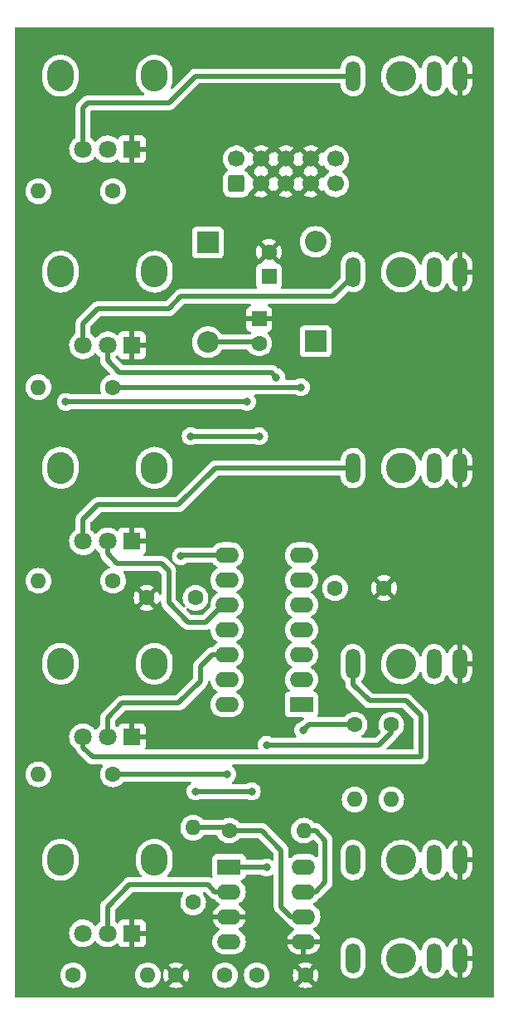
<source format=gbr>
%TF.GenerationSoftware,KiCad,Pcbnew,(6.0.2)*%
%TF.CreationDate,2022-04-27T22:08:36+02:00*%
%TF.ProjectId,4 Channel Mixer,34204368-616e-46e6-956c-204d69786572,1.1*%
%TF.SameCoordinates,Original*%
%TF.FileFunction,Copper,L1,Top*%
%TF.FilePolarity,Positive*%
%FSLAX46Y46*%
G04 Gerber Fmt 4.6, Leading zero omitted, Abs format (unit mm)*
G04 Created by KiCad (PCBNEW (6.0.2)) date 2022-04-27 22:08:36*
%MOMM*%
%LPD*%
G01*
G04 APERTURE LIST*
G04 Aperture macros list*
%AMRoundRect*
0 Rectangle with rounded corners*
0 $1 Rounding radius*
0 $2 $3 $4 $5 $6 $7 $8 $9 X,Y pos of 4 corners*
0 Add a 4 corners polygon primitive as box body*
4,1,4,$2,$3,$4,$5,$6,$7,$8,$9,$2,$3,0*
0 Add four circle primitives for the rounded corners*
1,1,$1+$1,$2,$3*
1,1,$1+$1,$4,$5*
1,1,$1+$1,$6,$7*
1,1,$1+$1,$8,$9*
0 Add four rect primitives between the rounded corners*
20,1,$1+$1,$2,$3,$4,$5,0*
20,1,$1+$1,$4,$5,$6,$7,0*
20,1,$1+$1,$6,$7,$8,$9,0*
20,1,$1+$1,$8,$9,$2,$3,0*%
G04 Aperture macros list end*
%TA.AperFunction,ComponentPad*%
%ADD10C,1.600000*%
%TD*%
%TA.AperFunction,ComponentPad*%
%ADD11O,1.600000X1.600000*%
%TD*%
%TA.AperFunction,ComponentPad*%
%ADD12R,2.200000X2.200000*%
%TD*%
%TA.AperFunction,ComponentPad*%
%ADD13O,2.200000X2.200000*%
%TD*%
%TA.AperFunction,ComponentPad*%
%ADD14R,2.400000X1.600000*%
%TD*%
%TA.AperFunction,ComponentPad*%
%ADD15O,2.400000X1.600000*%
%TD*%
%TA.AperFunction,ComponentPad*%
%ADD16R,1.600000X1.600000*%
%TD*%
%TA.AperFunction,ComponentPad*%
%ADD17RoundRect,0.250000X0.600000X-0.600000X0.600000X0.600000X-0.600000X0.600000X-0.600000X-0.600000X0*%
%TD*%
%TA.AperFunction,ComponentPad*%
%ADD18C,1.700000*%
%TD*%
%TA.AperFunction,ComponentPad*%
%ADD19C,3.100000*%
%TD*%
%TA.AperFunction,ComponentPad*%
%ADD20O,1.500000X3.100000*%
%TD*%
%TA.AperFunction,ComponentPad*%
%ADD21O,2.720000X3.240000*%
%TD*%
%TA.AperFunction,ComponentPad*%
%ADD22R,1.800000X1.800000*%
%TD*%
%TA.AperFunction,ComponentPad*%
%ADD23C,1.800000*%
%TD*%
%TA.AperFunction,ViaPad*%
%ADD24C,0.800000*%
%TD*%
%TA.AperFunction,Conductor*%
%ADD25C,0.500000*%
%TD*%
G04 APERTURE END LIST*
D10*
%TO.P,R6,1*%
%TO.N,Net-(R5-Pad2)*%
X48750000Y-139310000D03*
D11*
%TO.P,R6,2*%
%TO.N,Net-(R6-Pad2)*%
X48750000Y-131690000D03*
%TD*%
D12*
%TO.P,D2,1,K*%
%TO.N,Net-(D2-Pad1)*%
X50250000Y-72000000D03*
D13*
%TO.P,D2,2,A*%
%TO.N,-12V*%
X50250000Y-82160000D03*
%TD*%
D14*
%TO.P,U2,1*%
%TO.N,Net-(R5-Pad2)*%
X52425000Y-135700000D03*
D15*
%TO.P,U2,2,-*%
%TO.N,Net-(R5-Pad1)*%
X52425000Y-138240000D03*
%TO.P,U2,3,+*%
%TO.N,GND*%
X52425000Y-140780000D03*
%TO.P,U2,4,V-*%
%TO.N,-12V*%
X52425000Y-143320000D03*
%TO.P,U2,5,+*%
%TO.N,GND*%
X60045000Y-143320000D03*
%TO.P,U2,6,-*%
%TO.N,Net-(R6-Pad2)*%
X60045000Y-140780000D03*
%TO.P,U2,7*%
%TO.N,Net-(R7-Pad2)*%
X60045000Y-138240000D03*
%TO.P,U2,8,V+*%
%TO.N,+12V*%
X60045000Y-135700000D03*
%TD*%
D16*
%TO.P,C1,1*%
%TO.N,+12V*%
X56500000Y-75455113D03*
D10*
%TO.P,C1,2*%
%TO.N,GND*%
X56500000Y-72955113D03*
%TD*%
%TO.P,R1,1*%
%TO.N,Net-(R1-Pad1)*%
X40560000Y-66750000D03*
D11*
%TO.P,R1,2*%
%TO.N,Net-(R1-Pad2)*%
X32940000Y-66750000D03*
%TD*%
D10*
%TO.P,C5,1*%
%TO.N,+12V*%
X55250000Y-146750000D03*
%TO.P,C5,2*%
%TO.N,GND*%
X60250000Y-146750000D03*
%TD*%
%TO.P,R9,1*%
%TO.N,Net-(R5-Pad2)*%
X69000000Y-121190000D03*
D11*
%TO.P,R9,2*%
%TO.N,Net-(J6-Pad3)*%
X69000000Y-128810000D03*
%TD*%
D10*
%TO.P,R2,1*%
%TO.N,Net-(R2-Pad1)*%
X40560000Y-86750000D03*
D11*
%TO.P,R2,2*%
%TO.N,Net-(R1-Pad2)*%
X32940000Y-86750000D03*
%TD*%
D10*
%TO.P,R5,1*%
%TO.N,Net-(R5-Pad1)*%
X36500000Y-146750000D03*
D11*
%TO.P,R5,2*%
%TO.N,Net-(R5-Pad2)*%
X44120000Y-146750000D03*
%TD*%
D12*
%TO.P,D1,1,K*%
%TO.N,+12V*%
X61250000Y-82080000D03*
D13*
%TO.P,D1,2,A*%
%TO.N,Net-(D1-Pad2)*%
X61250000Y-71920000D03*
%TD*%
D14*
%TO.P,U1,1*%
%TO.N,Net-(R1-Pad1)*%
X59825000Y-119125000D03*
D15*
%TO.P,U1,2,-*%
X59825000Y-116585000D03*
%TO.P,U1,3,+*%
%TO.N,Net-(RV1-Pad2)*%
X59825000Y-114045000D03*
%TO.P,U1,4,V+*%
%TO.N,+12V*%
X59825000Y-111505000D03*
%TO.P,U1,5,+*%
%TO.N,Net-(RV2-Pad2)*%
X59825000Y-108965000D03*
%TO.P,U1,6,-*%
%TO.N,Net-(R2-Pad1)*%
X59825000Y-106425000D03*
%TO.P,U1,7*%
X59825000Y-103885000D03*
%TO.P,U1,8*%
%TO.N,Net-(R3-Pad1)*%
X52205000Y-103885000D03*
%TO.P,U1,9,-*%
X52205000Y-106425000D03*
%TO.P,U1,10,+*%
%TO.N,Net-(RV3-Pad2)*%
X52205000Y-108965000D03*
%TO.P,U1,11,V-*%
%TO.N,-12V*%
X52205000Y-111505000D03*
%TO.P,U1,12,+*%
%TO.N,Net-(RV4-Pad2)*%
X52205000Y-114045000D03*
%TO.P,U1,13,-*%
%TO.N,Net-(R4-Pad1)*%
X52205000Y-116585000D03*
%TO.P,U1,14*%
X52205000Y-119125000D03*
%TD*%
D10*
%TO.P,R7,1*%
%TO.N,Net-(R6-Pad2)*%
X52440000Y-132000000D03*
D11*
%TO.P,R7,2*%
%TO.N,Net-(R7-Pad2)*%
X60060000Y-132000000D03*
%TD*%
D10*
%TO.P,C3,1*%
%TO.N,+12V*%
X63250000Y-107250000D03*
%TO.P,C3,2*%
%TO.N,GND*%
X68250000Y-107250000D03*
%TD*%
D17*
%TO.P,JP1,1*%
%TO.N,Net-(D2-Pad1)*%
X53170000Y-66002500D03*
D18*
%TO.P,JP1,2*%
X53170000Y-63462500D03*
%TO.P,JP1,3*%
%TO.N,GND*%
X55710000Y-66002500D03*
%TO.P,JP1,4*%
X55710000Y-63462500D03*
%TO.P,JP1,5*%
X58250000Y-66002500D03*
%TO.P,JP1,6*%
X58250000Y-63462500D03*
%TO.P,JP1,7*%
X60790000Y-66002500D03*
%TO.P,JP1,8*%
X60790000Y-63462500D03*
%TO.P,JP1,9*%
%TO.N,Net-(D1-Pad2)*%
X63330000Y-66002500D03*
%TO.P,JP1,10*%
X63330000Y-63462500D03*
%TD*%
D10*
%TO.P,R8,1*%
%TO.N,Net-(R7-Pad2)*%
X65250000Y-121190000D03*
D11*
%TO.P,R8,2*%
%TO.N,Net-(J5-Pad3)*%
X65250000Y-128810000D03*
%TD*%
D10*
%TO.P,C6,1*%
%TO.N,GND*%
X47000000Y-146750000D03*
%TO.P,C6,2*%
%TO.N,-12V*%
X52000000Y-146750000D03*
%TD*%
%TO.P,R4,1*%
%TO.N,Net-(R4-Pad1)*%
X40560000Y-126250000D03*
D11*
%TO.P,R4,2*%
%TO.N,Net-(R1-Pad2)*%
X32940000Y-126250000D03*
%TD*%
D10*
%TO.P,C4,1*%
%TO.N,GND*%
X44000000Y-108250000D03*
%TO.P,C4,2*%
%TO.N,-12V*%
X49000000Y-108250000D03*
%TD*%
%TO.P,R3,1*%
%TO.N,Net-(R3-Pad1)*%
X40560000Y-106500000D03*
D11*
%TO.P,R3,2*%
%TO.N,Net-(R1-Pad2)*%
X32940000Y-106500000D03*
%TD*%
D16*
%TO.P,C2,1*%
%TO.N,GND*%
X55500000Y-79794887D03*
D10*
%TO.P,C2,2*%
%TO.N,-12V*%
X55500000Y-82294887D03*
%TD*%
D19*
%TO.P,J6,*%
%TO.N,*%
X70000000Y-145000000D03*
D20*
%TO.P,J6,1*%
%TO.N,GND*%
X76000000Y-145000000D03*
%TO.P,J6,2*%
%TO.N,unconnected-(J6-Pad2)*%
X73380000Y-145000000D03*
%TO.P,J6,3*%
%TO.N,Net-(J6-Pad3)*%
X65080000Y-145000000D03*
%TD*%
D19*
%TO.P,J5,*%
%TO.N,*%
X70000000Y-135000000D03*
D20*
%TO.P,J5,1*%
%TO.N,GND*%
X76000000Y-135000000D03*
%TO.P,J5,2*%
%TO.N,unconnected-(J5-Pad2)*%
X73380000Y-135000000D03*
%TO.P,J5,3*%
%TO.N,Net-(J5-Pad3)*%
X65080000Y-135000000D03*
%TD*%
D21*
%TO.P,RV4,*%
%TO.N,*%
X44800000Y-114975000D03*
X35200000Y-114975000D03*
D22*
%TO.P,RV4,1,1*%
%TO.N,GND*%
X42500000Y-122475000D03*
D23*
%TO.P,RV4,2,2*%
%TO.N,Net-(RV4-Pad2)*%
X40000000Y-122475000D03*
%TO.P,RV4,3,3*%
%TO.N,Net-(J4-Pad3)*%
X37500000Y-122475000D03*
%TD*%
D21*
%TO.P,RV5,*%
%TO.N,*%
X44800000Y-134975000D03*
X35200000Y-134975000D03*
D22*
%TO.P,RV5,1,1*%
%TO.N,GND*%
X42500000Y-142475000D03*
D23*
%TO.P,RV5,2,2*%
%TO.N,Net-(R5-Pad1)*%
X40000000Y-142475000D03*
%TO.P,RV5,3,3*%
%TO.N,Net-(R1-Pad2)*%
X37500000Y-142475000D03*
%TD*%
D21*
%TO.P,RV3,*%
%TO.N,*%
X44800000Y-94975000D03*
X35200000Y-94975000D03*
D22*
%TO.P,RV3,1,1*%
%TO.N,GND*%
X42500000Y-102475000D03*
D23*
%TO.P,RV3,2,2*%
%TO.N,Net-(RV3-Pad2)*%
X40000000Y-102475000D03*
%TO.P,RV3,3,3*%
%TO.N,Net-(J3-Pad3)*%
X37500000Y-102475000D03*
%TD*%
D19*
%TO.P,J4,*%
%TO.N,*%
X70000000Y-115000000D03*
D20*
%TO.P,J4,1*%
%TO.N,GND*%
X76000000Y-115000000D03*
%TO.P,J4,2*%
%TO.N,unconnected-(J4-Pad2)*%
X73380000Y-115000000D03*
%TO.P,J4,3*%
%TO.N,Net-(J4-Pad3)*%
X65080000Y-115000000D03*
%TD*%
D19*
%TO.P,J2,*%
%TO.N,*%
X70000000Y-75000000D03*
D20*
%TO.P,J2,1*%
%TO.N,GND*%
X76000000Y-75000000D03*
%TO.P,J2,2*%
%TO.N,unconnected-(J2-Pad2)*%
X73380000Y-75000000D03*
%TO.P,J2,3*%
%TO.N,Net-(J2-Pad3)*%
X65080000Y-75000000D03*
%TD*%
D19*
%TO.P,J1,*%
%TO.N,*%
X70000000Y-55000000D03*
D20*
%TO.P,J1,1*%
%TO.N,GND*%
X76000000Y-55000000D03*
%TO.P,J1,2*%
%TO.N,unconnected-(J1-Pad2)*%
X73380000Y-55000000D03*
%TO.P,J1,3*%
%TO.N,Net-(J1-Pad3)*%
X65080000Y-55000000D03*
%TD*%
D21*
%TO.P,RV1,*%
%TO.N,*%
X44800000Y-54975000D03*
X35200000Y-54975000D03*
D22*
%TO.P,RV1,1,1*%
%TO.N,GND*%
X42500000Y-62475000D03*
D23*
%TO.P,RV1,2,2*%
%TO.N,Net-(RV1-Pad2)*%
X40000000Y-62475000D03*
%TO.P,RV1,3,3*%
%TO.N,Net-(J1-Pad3)*%
X37500000Y-62475000D03*
%TD*%
D19*
%TO.P,J3,*%
%TO.N,*%
X70000000Y-95000000D03*
D20*
%TO.P,J3,1*%
%TO.N,GND*%
X76000000Y-95000000D03*
%TO.P,J3,2*%
%TO.N,unconnected-(J3-Pad2)*%
X73380000Y-95000000D03*
%TO.P,J3,3*%
%TO.N,Net-(J3-Pad3)*%
X65080000Y-95000000D03*
%TD*%
D21*
%TO.P,RV2,*%
%TO.N,*%
X35200000Y-74975000D03*
X44800000Y-74975000D03*
D22*
%TO.P,RV2,1,1*%
%TO.N,GND*%
X42500000Y-82475000D03*
D23*
%TO.P,RV2,2,2*%
%TO.N,Net-(RV2-Pad2)*%
X40000000Y-82475000D03*
%TO.P,RV2,3,3*%
%TO.N,Net-(J2-Pad3)*%
X37500000Y-82475000D03*
%TD*%
D24*
%TO.N,Net-(R1-Pad1)*%
X35750000Y-88250000D03*
X54250000Y-88250000D03*
%TO.N,Net-(R2-Pad1)*%
X59750000Y-86750000D03*
%TO.N,Net-(R3-Pad1)*%
X47500000Y-104000000D03*
%TO.N,Net-(R4-Pad1)*%
X52250000Y-126250000D03*
%TO.N,Net-(R5-Pad2)*%
X56250000Y-135750000D03*
X56250000Y-123250000D03*
%TO.N,Net-(R7-Pad2)*%
X60000000Y-121750000D03*
%TO.N,Net-(RV1-Pad2)*%
X48500000Y-91750000D03*
X55500000Y-91750000D03*
%TO.N,Net-(RV2-Pad2)*%
X57250000Y-85750000D03*
%TO.N,-12V*%
X54750000Y-128000000D03*
X49000000Y-128000000D03*
%TD*%
D25*
%TO.N,Net-(J1-Pad3)*%
X46250000Y-57750000D02*
X38000000Y-57750000D01*
X49000000Y-55000000D02*
X46250000Y-57750000D01*
X65080000Y-55000000D02*
X49000000Y-55000000D01*
X37500000Y-58250000D02*
X37500000Y-62475000D01*
X38000000Y-57750000D02*
X37500000Y-58250000D01*
%TO.N,Net-(J2-Pad3)*%
X65080000Y-75420000D02*
X63000000Y-77500000D01*
X39000000Y-78750000D02*
X37500000Y-80250000D01*
X46250000Y-78750000D02*
X39000000Y-78750000D01*
X63000000Y-77500000D02*
X47500000Y-77500000D01*
X65080000Y-75000000D02*
X65080000Y-75420000D01*
X37500000Y-80250000D02*
X37500000Y-82475000D01*
X47500000Y-77500000D02*
X46250000Y-78750000D01*
%TO.N,Net-(J3-Pad3)*%
X65080000Y-95000000D02*
X51000000Y-95000000D01*
X39000000Y-98750000D02*
X37500000Y-100250000D01*
X51000000Y-95000000D02*
X47250000Y-98750000D01*
X37500000Y-100250000D02*
X37500000Y-102475000D01*
X47250000Y-98750000D02*
X39000000Y-98750000D01*
%TO.N,Net-(J4-Pad3)*%
X65080000Y-117080000D02*
X65080000Y-115000000D01*
X70500000Y-118750000D02*
X66750000Y-118750000D01*
X66750000Y-118750000D02*
X65080000Y-117080000D01*
X72000000Y-124500000D02*
X72000000Y-120250000D01*
X37500000Y-123500000D02*
X38500000Y-124500000D01*
X37500000Y-122475000D02*
X37500000Y-123500000D01*
X72000000Y-120250000D02*
X70500000Y-118750000D01*
X38500000Y-124500000D02*
X72000000Y-124500000D01*
%TO.N,Net-(R1-Pad1)*%
X54250000Y-88250000D02*
X35750000Y-88250000D01*
%TO.N,Net-(R2-Pad1)*%
X40560000Y-86750000D02*
X59750000Y-86750000D01*
%TO.N,Net-(R3-Pad1)*%
X47615000Y-103885000D02*
X47500000Y-104000000D01*
X52205000Y-103885000D02*
X47615000Y-103885000D01*
%TO.N,Net-(R4-Pad1)*%
X52250000Y-126250000D02*
X40560000Y-126250000D01*
%TO.N,Net-(R5-Pad1)*%
X50250000Y-137500000D02*
X42250000Y-137500000D01*
X50990000Y-138240000D02*
X50250000Y-137500000D01*
X52425000Y-138240000D02*
X50990000Y-138240000D01*
X42250000Y-137500000D02*
X40000000Y-139750000D01*
X40000000Y-139750000D02*
X40000000Y-142475000D01*
%TO.N,Net-(R5-Pad2)*%
X56200000Y-135700000D02*
X56250000Y-135750000D01*
X69000000Y-122000000D02*
X69000000Y-121190000D01*
X67750000Y-123250000D02*
X69000000Y-122000000D01*
X56250000Y-123250000D02*
X67750000Y-123250000D01*
X52425000Y-135700000D02*
X56200000Y-135700000D01*
%TO.N,Net-(R6-Pad2)*%
X55750000Y-132000000D02*
X57750000Y-134000000D01*
X58780000Y-140780000D02*
X60045000Y-140780000D01*
X52130000Y-131690000D02*
X52440000Y-132000000D01*
X52440000Y-132000000D02*
X55750000Y-132000000D01*
X57750000Y-139750000D02*
X58780000Y-140780000D01*
X48750000Y-131690000D02*
X52130000Y-131690000D01*
X57750000Y-134000000D02*
X57750000Y-139750000D01*
%TO.N,Net-(R7-Pad2)*%
X61250000Y-132000000D02*
X62250000Y-133000000D01*
X61260000Y-138240000D02*
X60045000Y-138240000D01*
X62250000Y-137250000D02*
X61260000Y-138240000D01*
X62250000Y-133000000D02*
X62250000Y-137250000D01*
X60060000Y-132000000D02*
X61250000Y-132000000D01*
X65250000Y-121190000D02*
X60560000Y-121190000D01*
X60560000Y-121190000D02*
X60000000Y-121750000D01*
%TO.N,Net-(RV1-Pad2)*%
X55500000Y-91750000D02*
X48500000Y-91750000D01*
%TO.N,Net-(RV2-Pad2)*%
X41250000Y-85250000D02*
X56750000Y-85250000D01*
X40000000Y-82475000D02*
X40000000Y-84000000D01*
X56750000Y-85250000D02*
X57250000Y-85750000D01*
X40000000Y-84000000D02*
X41250000Y-85250000D01*
%TO.N,Net-(RV3-Pad2)*%
X51785000Y-108965000D02*
X50000000Y-110750000D01*
X50000000Y-110750000D02*
X48250000Y-110750000D01*
X48250000Y-110750000D02*
X46250000Y-108750000D01*
X46250000Y-105500000D02*
X45500000Y-104750000D01*
X52205000Y-108965000D02*
X51785000Y-108965000D01*
X40000000Y-103750000D02*
X40000000Y-102475000D01*
X45500000Y-104750000D02*
X41000000Y-104750000D01*
X41000000Y-104750000D02*
X40000000Y-103750000D01*
X46250000Y-108750000D02*
X46250000Y-105500000D01*
%TO.N,Net-(RV4-Pad2)*%
X49500000Y-115250000D02*
X50705000Y-114045000D01*
X41500000Y-119000000D02*
X47250000Y-119000000D01*
X50705000Y-114045000D02*
X52205000Y-114045000D01*
X49500000Y-116750000D02*
X49500000Y-115250000D01*
X47250000Y-119000000D02*
X49500000Y-116750000D01*
X40000000Y-120500000D02*
X41500000Y-119000000D01*
X40000000Y-122475000D02*
X40000000Y-120500000D01*
%TO.N,-12V*%
X50250000Y-82160000D02*
X55365113Y-82160000D01*
X55365113Y-82160000D02*
X55500000Y-82294887D01*
X54750000Y-128000000D02*
X49000000Y-128000000D01*
%TD*%
%TA.AperFunction,Conductor*%
%TO.N,GND*%
G36*
X79434121Y-50028002D02*
G01*
X79480614Y-50081658D01*
X79492000Y-50134000D01*
X79492000Y-148866000D01*
X79471998Y-148934121D01*
X79418342Y-148980614D01*
X79366000Y-148992000D01*
X30634000Y-148992000D01*
X30565879Y-148971998D01*
X30519386Y-148918342D01*
X30508000Y-148866000D01*
X30508000Y-146750000D01*
X35186502Y-146750000D01*
X35206457Y-146978087D01*
X35207881Y-146983400D01*
X35207881Y-146983402D01*
X35245025Y-147122022D01*
X35265716Y-147199243D01*
X35268039Y-147204224D01*
X35268039Y-147204225D01*
X35360151Y-147401762D01*
X35360154Y-147401767D01*
X35362477Y-147406749D01*
X35493802Y-147594300D01*
X35655700Y-147756198D01*
X35660208Y-147759355D01*
X35660211Y-147759357D01*
X35738389Y-147814098D01*
X35843251Y-147887523D01*
X35848233Y-147889846D01*
X35848238Y-147889849D01*
X36044765Y-147981490D01*
X36050757Y-147984284D01*
X36056065Y-147985706D01*
X36056067Y-147985707D01*
X36266598Y-148042119D01*
X36266600Y-148042119D01*
X36271913Y-148043543D01*
X36500000Y-148063498D01*
X36728087Y-148043543D01*
X36733400Y-148042119D01*
X36733402Y-148042119D01*
X36943933Y-147985707D01*
X36943935Y-147985706D01*
X36949243Y-147984284D01*
X36955235Y-147981490D01*
X37151762Y-147889849D01*
X37151767Y-147889846D01*
X37156749Y-147887523D01*
X37261611Y-147814098D01*
X37339789Y-147759357D01*
X37339792Y-147759355D01*
X37344300Y-147756198D01*
X37506198Y-147594300D01*
X37637523Y-147406749D01*
X37639846Y-147401767D01*
X37639849Y-147401762D01*
X37731961Y-147204225D01*
X37731961Y-147204224D01*
X37734284Y-147199243D01*
X37754976Y-147122022D01*
X37792119Y-146983402D01*
X37792119Y-146983400D01*
X37793543Y-146978087D01*
X37813498Y-146750000D01*
X42806502Y-146750000D01*
X42826457Y-146978087D01*
X42827881Y-146983400D01*
X42827881Y-146983402D01*
X42865025Y-147122022D01*
X42885716Y-147199243D01*
X42888039Y-147204224D01*
X42888039Y-147204225D01*
X42980151Y-147401762D01*
X42980154Y-147401767D01*
X42982477Y-147406749D01*
X43113802Y-147594300D01*
X43275700Y-147756198D01*
X43280208Y-147759355D01*
X43280211Y-147759357D01*
X43358389Y-147814098D01*
X43463251Y-147887523D01*
X43468233Y-147889846D01*
X43468238Y-147889849D01*
X43664765Y-147981490D01*
X43670757Y-147984284D01*
X43676065Y-147985706D01*
X43676067Y-147985707D01*
X43886598Y-148042119D01*
X43886600Y-148042119D01*
X43891913Y-148043543D01*
X44120000Y-148063498D01*
X44348087Y-148043543D01*
X44353400Y-148042119D01*
X44353402Y-148042119D01*
X44563933Y-147985707D01*
X44563935Y-147985706D01*
X44569243Y-147984284D01*
X44575235Y-147981490D01*
X44771762Y-147889849D01*
X44771767Y-147889846D01*
X44776749Y-147887523D01*
X44850243Y-147836062D01*
X46278493Y-147836062D01*
X46287789Y-147848077D01*
X46338994Y-147883931D01*
X46348489Y-147889414D01*
X46545947Y-147981490D01*
X46556239Y-147985236D01*
X46766688Y-148041625D01*
X46777481Y-148043528D01*
X46994525Y-148062517D01*
X47005475Y-148062517D01*
X47222519Y-148043528D01*
X47233312Y-148041625D01*
X47443761Y-147985236D01*
X47454053Y-147981490D01*
X47651511Y-147889414D01*
X47661006Y-147883931D01*
X47713048Y-147847491D01*
X47721424Y-147837012D01*
X47714356Y-147823566D01*
X47012812Y-147122022D01*
X46998868Y-147114408D01*
X46997035Y-147114539D01*
X46990420Y-147118790D01*
X46284923Y-147824287D01*
X46278493Y-147836062D01*
X44850243Y-147836062D01*
X44881611Y-147814098D01*
X44959789Y-147759357D01*
X44959792Y-147759355D01*
X44964300Y-147756198D01*
X45126198Y-147594300D01*
X45257523Y-147406749D01*
X45259846Y-147401767D01*
X45259849Y-147401762D01*
X45351961Y-147204225D01*
X45351961Y-147204224D01*
X45354284Y-147199243D01*
X45374976Y-147122022D01*
X45412119Y-146983402D01*
X45412119Y-146983400D01*
X45413543Y-146978087D01*
X45433019Y-146755475D01*
X45687483Y-146755475D01*
X45706472Y-146972519D01*
X45708375Y-146983312D01*
X45764764Y-147193761D01*
X45768510Y-147204053D01*
X45860586Y-147401511D01*
X45866069Y-147411006D01*
X45902509Y-147463048D01*
X45912988Y-147471424D01*
X45926434Y-147464356D01*
X46627978Y-146762812D01*
X46634356Y-146751132D01*
X47364408Y-146751132D01*
X47364539Y-146752965D01*
X47368790Y-146759580D01*
X48074287Y-147465077D01*
X48086062Y-147471507D01*
X48098077Y-147462211D01*
X48133931Y-147411006D01*
X48139414Y-147401511D01*
X48231490Y-147204053D01*
X48235236Y-147193761D01*
X48291625Y-146983312D01*
X48293528Y-146972519D01*
X48312517Y-146755475D01*
X48312517Y-146750000D01*
X50686502Y-146750000D01*
X50706457Y-146978087D01*
X50707881Y-146983400D01*
X50707881Y-146983402D01*
X50745025Y-147122022D01*
X50765716Y-147199243D01*
X50768039Y-147204224D01*
X50768039Y-147204225D01*
X50860151Y-147401762D01*
X50860154Y-147401767D01*
X50862477Y-147406749D01*
X50993802Y-147594300D01*
X51155700Y-147756198D01*
X51160208Y-147759355D01*
X51160211Y-147759357D01*
X51238389Y-147814098D01*
X51343251Y-147887523D01*
X51348233Y-147889846D01*
X51348238Y-147889849D01*
X51544765Y-147981490D01*
X51550757Y-147984284D01*
X51556065Y-147985706D01*
X51556067Y-147985707D01*
X51766598Y-148042119D01*
X51766600Y-148042119D01*
X51771913Y-148043543D01*
X52000000Y-148063498D01*
X52228087Y-148043543D01*
X52233400Y-148042119D01*
X52233402Y-148042119D01*
X52443933Y-147985707D01*
X52443935Y-147985706D01*
X52449243Y-147984284D01*
X52455235Y-147981490D01*
X52651762Y-147889849D01*
X52651767Y-147889846D01*
X52656749Y-147887523D01*
X52761611Y-147814098D01*
X52839789Y-147759357D01*
X52839792Y-147759355D01*
X52844300Y-147756198D01*
X53006198Y-147594300D01*
X53137523Y-147406749D01*
X53139846Y-147401767D01*
X53139849Y-147401762D01*
X53231961Y-147204225D01*
X53231961Y-147204224D01*
X53234284Y-147199243D01*
X53254976Y-147122022D01*
X53292119Y-146983402D01*
X53292119Y-146983400D01*
X53293543Y-146978087D01*
X53313498Y-146750000D01*
X53936502Y-146750000D01*
X53956457Y-146978087D01*
X53957881Y-146983400D01*
X53957881Y-146983402D01*
X53995025Y-147122022D01*
X54015716Y-147199243D01*
X54018039Y-147204224D01*
X54018039Y-147204225D01*
X54110151Y-147401762D01*
X54110154Y-147401767D01*
X54112477Y-147406749D01*
X54243802Y-147594300D01*
X54405700Y-147756198D01*
X54410208Y-147759355D01*
X54410211Y-147759357D01*
X54488389Y-147814098D01*
X54593251Y-147887523D01*
X54598233Y-147889846D01*
X54598238Y-147889849D01*
X54794765Y-147981490D01*
X54800757Y-147984284D01*
X54806065Y-147985706D01*
X54806067Y-147985707D01*
X55016598Y-148042119D01*
X55016600Y-148042119D01*
X55021913Y-148043543D01*
X55250000Y-148063498D01*
X55478087Y-148043543D01*
X55483400Y-148042119D01*
X55483402Y-148042119D01*
X55693933Y-147985707D01*
X55693935Y-147985706D01*
X55699243Y-147984284D01*
X55705235Y-147981490D01*
X55901762Y-147889849D01*
X55901767Y-147889846D01*
X55906749Y-147887523D01*
X55980243Y-147836062D01*
X59528493Y-147836062D01*
X59537789Y-147848077D01*
X59588994Y-147883931D01*
X59598489Y-147889414D01*
X59795947Y-147981490D01*
X59806239Y-147985236D01*
X60016688Y-148041625D01*
X60027481Y-148043528D01*
X60244525Y-148062517D01*
X60255475Y-148062517D01*
X60472519Y-148043528D01*
X60483312Y-148041625D01*
X60693761Y-147985236D01*
X60704053Y-147981490D01*
X60901511Y-147889414D01*
X60911006Y-147883931D01*
X60963048Y-147847491D01*
X60971424Y-147837012D01*
X60964356Y-147823566D01*
X60262812Y-147122022D01*
X60248868Y-147114408D01*
X60247035Y-147114539D01*
X60240420Y-147118790D01*
X59534923Y-147824287D01*
X59528493Y-147836062D01*
X55980243Y-147836062D01*
X56011611Y-147814098D01*
X56089789Y-147759357D01*
X56089792Y-147759355D01*
X56094300Y-147756198D01*
X56256198Y-147594300D01*
X56387523Y-147406749D01*
X56389846Y-147401767D01*
X56389849Y-147401762D01*
X56481961Y-147204225D01*
X56481961Y-147204224D01*
X56484284Y-147199243D01*
X56504976Y-147122022D01*
X56542119Y-146983402D01*
X56542119Y-146983400D01*
X56543543Y-146978087D01*
X56563019Y-146755475D01*
X58937483Y-146755475D01*
X58956472Y-146972519D01*
X58958375Y-146983312D01*
X59014764Y-147193761D01*
X59018510Y-147204053D01*
X59110586Y-147401511D01*
X59116069Y-147411006D01*
X59152509Y-147463048D01*
X59162988Y-147471424D01*
X59176434Y-147464356D01*
X59877978Y-146762812D01*
X59884356Y-146751132D01*
X60614408Y-146751132D01*
X60614539Y-146752965D01*
X60618790Y-146759580D01*
X61324287Y-147465077D01*
X61336062Y-147471507D01*
X61348077Y-147462211D01*
X61383931Y-147411006D01*
X61389414Y-147401511D01*
X61481490Y-147204053D01*
X61485236Y-147193761D01*
X61541625Y-146983312D01*
X61543528Y-146972519D01*
X61562517Y-146755475D01*
X61562517Y-146744525D01*
X61543528Y-146527481D01*
X61541625Y-146516688D01*
X61485236Y-146306239D01*
X61481490Y-146295947D01*
X61389414Y-146098489D01*
X61383931Y-146088994D01*
X61347491Y-146036952D01*
X61337012Y-146028576D01*
X61323566Y-146035644D01*
X60622022Y-146737188D01*
X60614408Y-146751132D01*
X59884356Y-146751132D01*
X59885592Y-146748868D01*
X59885461Y-146747035D01*
X59881210Y-146740420D01*
X59175713Y-146034923D01*
X59163938Y-146028493D01*
X59151923Y-146037789D01*
X59116069Y-146088994D01*
X59110586Y-146098489D01*
X59018510Y-146295947D01*
X59014764Y-146306239D01*
X58958375Y-146516688D01*
X58956472Y-146527481D01*
X58937483Y-146744525D01*
X58937483Y-146755475D01*
X56563019Y-146755475D01*
X56563498Y-146750000D01*
X56543543Y-146521913D01*
X56542119Y-146516598D01*
X56485707Y-146306067D01*
X56485706Y-146306065D01*
X56484284Y-146300757D01*
X56481961Y-146295775D01*
X56389849Y-146098238D01*
X56389846Y-146098233D01*
X56387523Y-146093251D01*
X56287007Y-145949699D01*
X56259357Y-145910211D01*
X56259355Y-145910208D01*
X56256198Y-145905700D01*
X56094300Y-145743802D01*
X56089792Y-145740645D01*
X56089789Y-145740643D01*
X55978886Y-145662988D01*
X59528576Y-145662988D01*
X59535644Y-145676434D01*
X60237188Y-146377978D01*
X60251132Y-146385592D01*
X60252965Y-146385461D01*
X60259580Y-146381210D01*
X60783791Y-145856999D01*
X63821500Y-145856999D01*
X63821749Y-145859786D01*
X63821749Y-145859792D01*
X63825846Y-145905700D01*
X63836383Y-146023762D01*
X63837864Y-146029176D01*
X63837865Y-146029181D01*
X63856826Y-146098489D01*
X63895663Y-146240451D01*
X63898075Y-146245509D01*
X63898077Y-146245513D01*
X63926960Y-146306067D01*
X63992378Y-146443218D01*
X64123471Y-146625654D01*
X64190552Y-146690661D01*
X64280362Y-146777692D01*
X64284799Y-146781992D01*
X64471262Y-146907290D01*
X64676967Y-146997588D01*
X64682418Y-146998897D01*
X64682422Y-146998898D01*
X64889954Y-147048722D01*
X64895411Y-147050032D01*
X64979475Y-147054879D01*
X65114083Y-147062640D01*
X65114086Y-147062640D01*
X65119690Y-147062963D01*
X65342715Y-147035975D01*
X65557435Y-146969918D01*
X65562415Y-146967348D01*
X65562419Y-146967346D01*
X65752081Y-146869454D01*
X65752082Y-146869454D01*
X65757064Y-146866882D01*
X65935292Y-146730123D01*
X66086485Y-146563964D01*
X66105697Y-146533338D01*
X66202885Y-146378405D01*
X66205864Y-146373656D01*
X66289656Y-146165217D01*
X66335213Y-145945233D01*
X66337232Y-145910211D01*
X66338395Y-145890048D01*
X66338395Y-145890044D01*
X66338500Y-145888225D01*
X66338500Y-144978393D01*
X67936803Y-144978393D01*
X67952960Y-145258601D01*
X67953785Y-145262806D01*
X67953786Y-145262814D01*
X67954715Y-145267548D01*
X68006996Y-145534024D01*
X68008383Y-145538074D01*
X68008384Y-145538079D01*
X68055507Y-145675713D01*
X68097911Y-145799565D01*
X68138883Y-145881029D01*
X68217725Y-146037789D01*
X68224022Y-146050310D01*
X68226448Y-146053839D01*
X68226451Y-146053845D01*
X68278024Y-146128884D01*
X68382997Y-146281620D01*
X68385884Y-146284793D01*
X68385885Y-146284794D01*
X68425496Y-146328326D01*
X68571894Y-146489215D01*
X68575183Y-146491965D01*
X68783925Y-146666501D01*
X68783930Y-146666505D01*
X68787217Y-146669253D01*
X68842424Y-146703884D01*
X69021341Y-146816119D01*
X69021345Y-146816121D01*
X69024981Y-146818402D01*
X69280788Y-146933903D01*
X69284907Y-146935123D01*
X69545790Y-147012401D01*
X69545795Y-147012402D01*
X69549903Y-147013619D01*
X69554137Y-147014267D01*
X69554142Y-147014268D01*
X69787862Y-147050032D01*
X69827347Y-147056074D01*
X69970292Y-147058319D01*
X70103694Y-147060415D01*
X70103700Y-147060415D01*
X70107985Y-147060482D01*
X70386626Y-147026763D01*
X70658112Y-146955540D01*
X70662072Y-146953900D01*
X70662077Y-146953898D01*
X70801600Y-146896105D01*
X70917420Y-146848131D01*
X70968296Y-146818402D01*
X71156054Y-146708685D01*
X71156055Y-146708685D01*
X71159752Y-146706524D01*
X71268704Y-146621095D01*
X71377252Y-146535982D01*
X71380624Y-146533338D01*
X71575948Y-146331779D01*
X71578481Y-146328331D01*
X71578485Y-146328326D01*
X71739572Y-146109032D01*
X71742110Y-146105577D01*
X71744156Y-146101809D01*
X71873986Y-145862692D01*
X71873987Y-145862690D01*
X71876036Y-145858916D01*
X71877554Y-145854899D01*
X71877558Y-145854890D01*
X71880280Y-145847687D01*
X71923071Y-145791036D01*
X71989698Y-145766512D01*
X72059006Y-145781903D01*
X72108991Y-145832322D01*
X72123644Y-145881027D01*
X72136383Y-146023762D01*
X72137864Y-146029176D01*
X72137865Y-146029181D01*
X72156826Y-146098489D01*
X72195663Y-146240451D01*
X72198075Y-146245509D01*
X72198077Y-146245513D01*
X72226960Y-146306067D01*
X72292378Y-146443218D01*
X72423471Y-146625654D01*
X72490552Y-146690661D01*
X72580362Y-146777692D01*
X72584799Y-146781992D01*
X72771262Y-146907290D01*
X72976967Y-146997588D01*
X72982418Y-146998897D01*
X72982422Y-146998898D01*
X73189954Y-147048722D01*
X73195411Y-147050032D01*
X73279475Y-147054879D01*
X73414083Y-147062640D01*
X73414086Y-147062640D01*
X73419690Y-147062963D01*
X73642715Y-147035975D01*
X73857435Y-146969918D01*
X73862415Y-146967348D01*
X73862419Y-146967346D01*
X74052081Y-146869454D01*
X74052082Y-146869454D01*
X74057064Y-146866882D01*
X74235292Y-146730123D01*
X74386485Y-146563964D01*
X74405697Y-146533338D01*
X74502885Y-146378405D01*
X74505864Y-146373656D01*
X74572556Y-146207753D01*
X74616522Y-146152009D01*
X74683647Y-146128884D01*
X74752619Y-146145721D01*
X74801539Y-146197173D01*
X74810997Y-146221502D01*
X74814651Y-146234860D01*
X74818549Y-146245341D01*
X74910397Y-146437903D01*
X74916082Y-146447516D01*
X75040575Y-146620767D01*
X75047883Y-146629233D01*
X75201082Y-146777692D01*
X75209779Y-146784735D01*
X75386844Y-146903719D01*
X75396642Y-146909105D01*
X75591990Y-146994857D01*
X75602582Y-146998422D01*
X75728384Y-147028624D01*
X75742470Y-147027919D01*
X75746000Y-147019040D01*
X75746000Y-147018411D01*
X76254000Y-147018411D01*
X76258105Y-147032393D01*
X76267728Y-147033886D01*
X76267973Y-147033834D01*
X76471883Y-146971102D01*
X76482229Y-146966881D01*
X76671814Y-146869029D01*
X76681245Y-146863043D01*
X76850501Y-146733168D01*
X76858724Y-146725607D01*
X77002312Y-146567806D01*
X77009067Y-146558906D01*
X77122434Y-146378185D01*
X77127511Y-146368219D01*
X77207080Y-146170286D01*
X77210315Y-146159571D01*
X77253777Y-145949699D01*
X77254980Y-145940562D01*
X77257895Y-145890010D01*
X77258000Y-145886363D01*
X77258000Y-145272115D01*
X77253525Y-145256876D01*
X77252135Y-145255671D01*
X77244452Y-145254000D01*
X76272115Y-145254000D01*
X76256876Y-145258475D01*
X76255671Y-145259865D01*
X76254000Y-145267548D01*
X76254000Y-147018411D01*
X75746000Y-147018411D01*
X75746000Y-144727885D01*
X76254000Y-144727885D01*
X76258475Y-144743124D01*
X76259865Y-144744329D01*
X76267548Y-144746000D01*
X77239885Y-144746000D01*
X77255124Y-144741525D01*
X77256329Y-144740135D01*
X77258000Y-144732452D01*
X77258000Y-144145825D01*
X77257751Y-144140230D01*
X77243622Y-143981922D01*
X77241640Y-143970908D01*
X77185349Y-143765140D01*
X77181451Y-143754659D01*
X77089603Y-143562097D01*
X77083918Y-143552484D01*
X76959425Y-143379233D01*
X76952117Y-143370767D01*
X76798918Y-143222308D01*
X76790221Y-143215265D01*
X76613156Y-143096281D01*
X76603358Y-143090895D01*
X76408010Y-143005143D01*
X76397418Y-143001578D01*
X76271616Y-142971376D01*
X76257530Y-142972081D01*
X76254000Y-142980960D01*
X76254000Y-144727885D01*
X75746000Y-144727885D01*
X75746000Y-142981589D01*
X75741895Y-142967607D01*
X75732272Y-142966114D01*
X75732027Y-142966166D01*
X75528117Y-143028898D01*
X75517771Y-143033119D01*
X75328186Y-143130971D01*
X75318755Y-143136957D01*
X75149499Y-143266832D01*
X75141276Y-143274393D01*
X74997688Y-143432194D01*
X74990933Y-143441094D01*
X74877566Y-143621815D01*
X74872489Y-143631781D01*
X74807970Y-143792276D01*
X74764004Y-143848021D01*
X74696879Y-143871146D01*
X74627907Y-143854309D01*
X74578987Y-143802857D01*
X74569529Y-143778528D01*
X74566989Y-143769243D01*
X74564337Y-143759549D01*
X74558341Y-143746977D01*
X74484180Y-143591497D01*
X74467622Y-143556782D01*
X74336529Y-143374346D01*
X74263433Y-143303511D01*
X74179229Y-143221911D01*
X74179226Y-143221909D01*
X74175201Y-143218008D01*
X73988738Y-143092710D01*
X73783033Y-143002412D01*
X73777582Y-143001103D01*
X73777578Y-143001102D01*
X73570046Y-142951278D01*
X73570045Y-142951278D01*
X73564589Y-142949968D01*
X73480525Y-142945121D01*
X73345917Y-142937360D01*
X73345914Y-142937360D01*
X73340310Y-142937037D01*
X73117285Y-142964025D01*
X72902565Y-143030082D01*
X72897585Y-143032652D01*
X72897581Y-143032654D01*
X72712255Y-143128308D01*
X72702936Y-143133118D01*
X72524708Y-143269877D01*
X72373515Y-143436036D01*
X72370537Y-143440783D01*
X72370535Y-143440786D01*
X72306664Y-143542607D01*
X72254136Y-143626344D01*
X72187432Y-143792276D01*
X72172941Y-143828324D01*
X72170344Y-143834783D01*
X72124787Y-144054767D01*
X72124521Y-144059379D01*
X72124521Y-144059380D01*
X72121545Y-144110991D01*
X72097655Y-144177848D01*
X72041412Y-144221175D01*
X71970673Y-144227216D01*
X71907897Y-144194055D01*
X71883788Y-144161527D01*
X71766850Y-143934962D01*
X71766847Y-143934957D01*
X71764882Y-143931150D01*
X71754595Y-143916512D01*
X71648208Y-143765140D01*
X71603493Y-143701517D01*
X71501256Y-143591497D01*
X71415354Y-143499055D01*
X71415351Y-143499052D01*
X71412433Y-143495912D01*
X71195237Y-143318139D01*
X70955923Y-143171487D01*
X70933348Y-143161577D01*
X70702853Y-143060397D01*
X70698921Y-143058671D01*
X70679519Y-143053144D01*
X70433114Y-142982954D01*
X70433115Y-142982954D01*
X70428986Y-142981778D01*
X70214681Y-142951278D01*
X70155365Y-142942836D01*
X70155363Y-142942836D01*
X70151113Y-142942231D01*
X70146824Y-142942209D01*
X70146817Y-142942208D01*
X69874730Y-142940783D01*
X69874723Y-142940783D01*
X69870444Y-142940761D01*
X69866199Y-142941320D01*
X69866197Y-142941320D01*
X69802965Y-142949645D01*
X69592172Y-142977397D01*
X69321446Y-143051459D01*
X69063277Y-143161577D01*
X68924232Y-143244794D01*
X68826123Y-143303511D01*
X68826119Y-143303514D01*
X68822441Y-143305715D01*
X68603395Y-143481204D01*
X68600451Y-143484306D01*
X68600447Y-143484310D01*
X68457125Y-143635340D01*
X68410192Y-143684797D01*
X68246408Y-143912727D01*
X68244404Y-143916512D01*
X68125952Y-144140230D01*
X68115073Y-144160776D01*
X68113601Y-144164799D01*
X68113599Y-144164803D01*
X68092970Y-144221175D01*
X68018616Y-144424355D01*
X68017703Y-144428541D01*
X68017703Y-144428542D01*
X67974158Y-144628262D01*
X67958825Y-144698585D01*
X67936803Y-144978393D01*
X66338500Y-144978393D01*
X66338500Y-144143001D01*
X66335551Y-144109952D01*
X66324116Y-143981833D01*
X66323617Y-143976238D01*
X66311283Y-143931150D01*
X66276185Y-143802857D01*
X66264337Y-143759549D01*
X66258341Y-143746977D01*
X66184180Y-143591497D01*
X66167622Y-143556782D01*
X66036529Y-143374346D01*
X65963433Y-143303511D01*
X65879229Y-143221911D01*
X65879226Y-143221909D01*
X65875201Y-143218008D01*
X65688738Y-143092710D01*
X65483033Y-143002412D01*
X65477582Y-143001103D01*
X65477578Y-143001102D01*
X65270046Y-142951278D01*
X65270045Y-142951278D01*
X65264589Y-142949968D01*
X65180525Y-142945121D01*
X65045917Y-142937360D01*
X65045914Y-142937360D01*
X65040310Y-142937037D01*
X64817285Y-142964025D01*
X64602565Y-143030082D01*
X64597585Y-143032652D01*
X64597581Y-143032654D01*
X64412255Y-143128308D01*
X64402936Y-143133118D01*
X64224708Y-143269877D01*
X64073515Y-143436036D01*
X64070537Y-143440783D01*
X64070535Y-143440786D01*
X64006664Y-143542607D01*
X63954136Y-143626344D01*
X63887432Y-143792276D01*
X63872941Y-143828324D01*
X63870344Y-143834783D01*
X63824787Y-144054767D01*
X63821500Y-144111775D01*
X63821500Y-145856999D01*
X60783791Y-145856999D01*
X60965077Y-145675713D01*
X60971507Y-145663938D01*
X60962211Y-145651923D01*
X60911006Y-145616069D01*
X60901511Y-145610586D01*
X60704053Y-145518510D01*
X60693761Y-145514764D01*
X60483312Y-145458375D01*
X60472519Y-145456472D01*
X60255475Y-145437483D01*
X60244525Y-145437483D01*
X60027481Y-145456472D01*
X60016688Y-145458375D01*
X59806239Y-145514764D01*
X59795947Y-145518510D01*
X59598489Y-145610586D01*
X59588994Y-145616069D01*
X59536952Y-145652509D01*
X59528576Y-145662988D01*
X55978886Y-145662988D01*
X55963920Y-145652509D01*
X55906749Y-145612477D01*
X55901767Y-145610154D01*
X55901762Y-145610151D01*
X55704225Y-145518039D01*
X55704224Y-145518039D01*
X55699243Y-145515716D01*
X55693935Y-145514294D01*
X55693933Y-145514293D01*
X55483402Y-145457881D01*
X55483400Y-145457881D01*
X55478087Y-145456457D01*
X55250000Y-145436502D01*
X55021913Y-145456457D01*
X55016600Y-145457881D01*
X55016598Y-145457881D01*
X54806067Y-145514293D01*
X54806065Y-145514294D01*
X54800757Y-145515716D01*
X54795776Y-145518039D01*
X54795775Y-145518039D01*
X54598238Y-145610151D01*
X54598233Y-145610154D01*
X54593251Y-145612477D01*
X54536080Y-145652509D01*
X54410211Y-145740643D01*
X54410208Y-145740645D01*
X54405700Y-145743802D01*
X54243802Y-145905700D01*
X54240645Y-145910208D01*
X54240643Y-145910211D01*
X54212993Y-145949699D01*
X54112477Y-146093251D01*
X54110154Y-146098233D01*
X54110151Y-146098238D01*
X54018039Y-146295775D01*
X54015716Y-146300757D01*
X54014294Y-146306065D01*
X54014293Y-146306067D01*
X53957881Y-146516598D01*
X53956457Y-146521913D01*
X53936502Y-146750000D01*
X53313498Y-146750000D01*
X53293543Y-146521913D01*
X53292119Y-146516598D01*
X53235707Y-146306067D01*
X53235706Y-146306065D01*
X53234284Y-146300757D01*
X53231961Y-146295775D01*
X53139849Y-146098238D01*
X53139846Y-146098233D01*
X53137523Y-146093251D01*
X53037007Y-145949699D01*
X53009357Y-145910211D01*
X53009355Y-145910208D01*
X53006198Y-145905700D01*
X52844300Y-145743802D01*
X52839792Y-145740645D01*
X52839789Y-145740643D01*
X52713920Y-145652509D01*
X52656749Y-145612477D01*
X52651767Y-145610154D01*
X52651762Y-145610151D01*
X52454225Y-145518039D01*
X52454224Y-145518039D01*
X52449243Y-145515716D01*
X52443935Y-145514294D01*
X52443933Y-145514293D01*
X52233402Y-145457881D01*
X52233400Y-145457881D01*
X52228087Y-145456457D01*
X52000000Y-145436502D01*
X51771913Y-145456457D01*
X51766600Y-145457881D01*
X51766598Y-145457881D01*
X51556067Y-145514293D01*
X51556065Y-145514294D01*
X51550757Y-145515716D01*
X51545776Y-145518039D01*
X51545775Y-145518039D01*
X51348238Y-145610151D01*
X51348233Y-145610154D01*
X51343251Y-145612477D01*
X51286080Y-145652509D01*
X51160211Y-145740643D01*
X51160208Y-145740645D01*
X51155700Y-145743802D01*
X50993802Y-145905700D01*
X50990645Y-145910208D01*
X50990643Y-145910211D01*
X50962993Y-145949699D01*
X50862477Y-146093251D01*
X50860154Y-146098233D01*
X50860151Y-146098238D01*
X50768039Y-146295775D01*
X50765716Y-146300757D01*
X50764294Y-146306065D01*
X50764293Y-146306067D01*
X50707881Y-146516598D01*
X50706457Y-146521913D01*
X50686502Y-146750000D01*
X48312517Y-146750000D01*
X48312517Y-146744525D01*
X48293528Y-146527481D01*
X48291625Y-146516688D01*
X48235236Y-146306239D01*
X48231490Y-146295947D01*
X48139414Y-146098489D01*
X48133931Y-146088994D01*
X48097491Y-146036952D01*
X48087012Y-146028576D01*
X48073566Y-146035644D01*
X47372022Y-146737188D01*
X47364408Y-146751132D01*
X46634356Y-146751132D01*
X46635592Y-146748868D01*
X46635461Y-146747035D01*
X46631210Y-146740420D01*
X45925713Y-146034923D01*
X45913938Y-146028493D01*
X45901923Y-146037789D01*
X45866069Y-146088994D01*
X45860586Y-146098489D01*
X45768510Y-146295947D01*
X45764764Y-146306239D01*
X45708375Y-146516688D01*
X45706472Y-146527481D01*
X45687483Y-146744525D01*
X45687483Y-146755475D01*
X45433019Y-146755475D01*
X45433498Y-146750000D01*
X45413543Y-146521913D01*
X45412119Y-146516598D01*
X45355707Y-146306067D01*
X45355706Y-146306065D01*
X45354284Y-146300757D01*
X45351961Y-146295775D01*
X45259849Y-146098238D01*
X45259846Y-146098233D01*
X45257523Y-146093251D01*
X45157007Y-145949699D01*
X45129357Y-145910211D01*
X45129355Y-145910208D01*
X45126198Y-145905700D01*
X44964300Y-145743802D01*
X44959792Y-145740645D01*
X44959789Y-145740643D01*
X44848886Y-145662988D01*
X46278576Y-145662988D01*
X46285644Y-145676434D01*
X46987188Y-146377978D01*
X47001132Y-146385592D01*
X47002965Y-146385461D01*
X47009580Y-146381210D01*
X47715077Y-145675713D01*
X47721507Y-145663938D01*
X47712211Y-145651923D01*
X47661006Y-145616069D01*
X47651511Y-145610586D01*
X47454053Y-145518510D01*
X47443761Y-145514764D01*
X47233312Y-145458375D01*
X47222519Y-145456472D01*
X47005475Y-145437483D01*
X46994525Y-145437483D01*
X46777481Y-145456472D01*
X46766688Y-145458375D01*
X46556239Y-145514764D01*
X46545947Y-145518510D01*
X46348489Y-145610586D01*
X46338994Y-145616069D01*
X46286952Y-145652509D01*
X46278576Y-145662988D01*
X44848886Y-145662988D01*
X44833920Y-145652509D01*
X44776749Y-145612477D01*
X44771767Y-145610154D01*
X44771762Y-145610151D01*
X44574225Y-145518039D01*
X44574224Y-145518039D01*
X44569243Y-145515716D01*
X44563935Y-145514294D01*
X44563933Y-145514293D01*
X44353402Y-145457881D01*
X44353400Y-145457881D01*
X44348087Y-145456457D01*
X44120000Y-145436502D01*
X43891913Y-145456457D01*
X43886600Y-145457881D01*
X43886598Y-145457881D01*
X43676067Y-145514293D01*
X43676065Y-145514294D01*
X43670757Y-145515716D01*
X43665776Y-145518039D01*
X43665775Y-145518039D01*
X43468238Y-145610151D01*
X43468233Y-145610154D01*
X43463251Y-145612477D01*
X43406080Y-145652509D01*
X43280211Y-145740643D01*
X43280208Y-145740645D01*
X43275700Y-145743802D01*
X43113802Y-145905700D01*
X43110645Y-145910208D01*
X43110643Y-145910211D01*
X43082993Y-145949699D01*
X42982477Y-146093251D01*
X42980154Y-146098233D01*
X42980151Y-146098238D01*
X42888039Y-146295775D01*
X42885716Y-146300757D01*
X42884294Y-146306065D01*
X42884293Y-146306067D01*
X42827881Y-146516598D01*
X42826457Y-146521913D01*
X42806502Y-146750000D01*
X37813498Y-146750000D01*
X37793543Y-146521913D01*
X37792119Y-146516598D01*
X37735707Y-146306067D01*
X37735706Y-146306065D01*
X37734284Y-146300757D01*
X37731961Y-146295775D01*
X37639849Y-146098238D01*
X37639846Y-146098233D01*
X37637523Y-146093251D01*
X37537007Y-145949699D01*
X37509357Y-145910211D01*
X37509355Y-145910208D01*
X37506198Y-145905700D01*
X37344300Y-145743802D01*
X37339792Y-145740645D01*
X37339789Y-145740643D01*
X37213920Y-145652509D01*
X37156749Y-145612477D01*
X37151767Y-145610154D01*
X37151762Y-145610151D01*
X36954225Y-145518039D01*
X36954224Y-145518039D01*
X36949243Y-145515716D01*
X36943935Y-145514294D01*
X36943933Y-145514293D01*
X36733402Y-145457881D01*
X36733400Y-145457881D01*
X36728087Y-145456457D01*
X36500000Y-145436502D01*
X36271913Y-145456457D01*
X36266600Y-145457881D01*
X36266598Y-145457881D01*
X36056067Y-145514293D01*
X36056065Y-145514294D01*
X36050757Y-145515716D01*
X36045776Y-145518039D01*
X36045775Y-145518039D01*
X35848238Y-145610151D01*
X35848233Y-145610154D01*
X35843251Y-145612477D01*
X35786080Y-145652509D01*
X35660211Y-145740643D01*
X35660208Y-145740645D01*
X35655700Y-145743802D01*
X35493802Y-145905700D01*
X35490645Y-145910208D01*
X35490643Y-145910211D01*
X35462993Y-145949699D01*
X35362477Y-146093251D01*
X35360154Y-146098233D01*
X35360151Y-146098238D01*
X35268039Y-146295775D01*
X35265716Y-146300757D01*
X35264294Y-146306065D01*
X35264293Y-146306067D01*
X35207881Y-146516598D01*
X35206457Y-146521913D01*
X35186502Y-146750000D01*
X30508000Y-146750000D01*
X30508000Y-142440469D01*
X36087095Y-142440469D01*
X36087392Y-142445622D01*
X36087392Y-142445625D01*
X36099940Y-142663251D01*
X36100427Y-142671697D01*
X36101564Y-142676743D01*
X36101565Y-142676749D01*
X36116394Y-142742548D01*
X36151346Y-142897642D01*
X36153288Y-142902424D01*
X36153289Y-142902428D01*
X36216733Y-143058671D01*
X36238484Y-143112237D01*
X36359501Y-143309719D01*
X36511147Y-143484784D01*
X36689349Y-143632730D01*
X36889322Y-143749584D01*
X36894147Y-143751426D01*
X36894148Y-143751427D01*
X36953850Y-143774225D01*
X37105694Y-143832209D01*
X37110760Y-143833240D01*
X37110761Y-143833240D01*
X37145384Y-143840284D01*
X37332656Y-143878385D01*
X37463324Y-143883176D01*
X37558949Y-143886683D01*
X37558953Y-143886683D01*
X37564113Y-143886872D01*
X37569233Y-143886216D01*
X37569235Y-143886216D01*
X37668668Y-143873478D01*
X37793847Y-143857442D01*
X37798795Y-143855957D01*
X37798802Y-143855956D01*
X38010747Y-143792369D01*
X38015690Y-143790886D01*
X38040916Y-143778528D01*
X38219049Y-143691262D01*
X38219052Y-143691260D01*
X38223684Y-143688991D01*
X38412243Y-143554494D01*
X38576303Y-143391005D01*
X38590846Y-143370767D01*
X38645370Y-143294888D01*
X38701365Y-143251240D01*
X38772068Y-143244794D01*
X38835033Y-143277597D01*
X38855128Y-143302584D01*
X38856799Y-143305311D01*
X38856804Y-143305317D01*
X38859501Y-143309719D01*
X39011147Y-143484784D01*
X39189349Y-143632730D01*
X39389322Y-143749584D01*
X39394147Y-143751426D01*
X39394148Y-143751427D01*
X39453850Y-143774225D01*
X39605694Y-143832209D01*
X39610760Y-143833240D01*
X39610761Y-143833240D01*
X39645384Y-143840284D01*
X39832656Y-143878385D01*
X39963324Y-143883176D01*
X40058949Y-143886683D01*
X40058953Y-143886683D01*
X40064113Y-143886872D01*
X40069233Y-143886216D01*
X40069235Y-143886216D01*
X40168668Y-143873478D01*
X40293847Y-143857442D01*
X40298795Y-143855957D01*
X40298802Y-143855956D01*
X40510747Y-143792369D01*
X40515690Y-143790886D01*
X40540916Y-143778528D01*
X40719049Y-143691262D01*
X40719052Y-143691260D01*
X40723684Y-143688991D01*
X40912243Y-143554494D01*
X40918673Y-143548087D01*
X40928577Y-143538217D01*
X40990949Y-143504301D01*
X41061756Y-143509489D01*
X41118517Y-143552135D01*
X41135500Y-143583240D01*
X41146677Y-143613056D01*
X41155214Y-143628649D01*
X41231715Y-143730724D01*
X41244276Y-143743285D01*
X41346351Y-143819786D01*
X41361946Y-143828324D01*
X41482394Y-143873478D01*
X41497649Y-143877105D01*
X41548514Y-143882631D01*
X41555328Y-143883000D01*
X42227885Y-143883000D01*
X42243124Y-143878525D01*
X42244329Y-143877135D01*
X42246000Y-143869452D01*
X42246000Y-143864884D01*
X42754000Y-143864884D01*
X42758475Y-143880123D01*
X42759865Y-143881328D01*
X42767548Y-143882999D01*
X43444669Y-143882999D01*
X43451490Y-143882629D01*
X43502352Y-143877105D01*
X43517604Y-143873479D01*
X43638054Y-143828324D01*
X43653649Y-143819786D01*
X43755724Y-143743285D01*
X43768285Y-143730724D01*
X43844786Y-143628649D01*
X43853324Y-143613054D01*
X43898478Y-143492606D01*
X43902105Y-143477351D01*
X43907631Y-143426486D01*
X43908000Y-143419672D01*
X43908000Y-143320000D01*
X50711502Y-143320000D01*
X50731457Y-143548087D01*
X50732881Y-143553400D01*
X50732881Y-143553402D01*
X50783761Y-143743285D01*
X50790716Y-143769243D01*
X50793039Y-143774224D01*
X50793039Y-143774225D01*
X50885151Y-143971762D01*
X50885154Y-143971767D01*
X50887477Y-143976749D01*
X50938938Y-144050243D01*
X51013683Y-144156989D01*
X51018802Y-144164300D01*
X51180700Y-144326198D01*
X51185208Y-144329355D01*
X51185211Y-144329357D01*
X51263389Y-144384098D01*
X51368251Y-144457523D01*
X51373233Y-144459846D01*
X51373238Y-144459849D01*
X51569765Y-144551490D01*
X51575757Y-144554284D01*
X51581065Y-144555706D01*
X51581067Y-144555707D01*
X51791598Y-144612119D01*
X51791600Y-144612119D01*
X51796913Y-144613543D01*
X51895120Y-144622135D01*
X51965149Y-144628262D01*
X51965156Y-144628262D01*
X51967873Y-144628500D01*
X52882127Y-144628500D01*
X52884844Y-144628262D01*
X52884851Y-144628262D01*
X52954880Y-144622135D01*
X53053087Y-144613543D01*
X53058400Y-144612119D01*
X53058402Y-144612119D01*
X53268933Y-144555707D01*
X53268935Y-144555706D01*
X53274243Y-144554284D01*
X53280235Y-144551490D01*
X53476762Y-144459849D01*
X53476767Y-144459846D01*
X53481749Y-144457523D01*
X53586611Y-144384098D01*
X53664789Y-144329357D01*
X53664792Y-144329355D01*
X53669300Y-144326198D01*
X53831198Y-144164300D01*
X53836318Y-144156989D01*
X53911062Y-144050243D01*
X53962523Y-143976749D01*
X53964846Y-143971767D01*
X53964849Y-143971762D01*
X54056961Y-143774225D01*
X54056961Y-143774224D01*
X54059284Y-143769243D01*
X54066240Y-143743285D01*
X54108245Y-143586522D01*
X58362273Y-143586522D01*
X58409764Y-143763761D01*
X58413510Y-143774053D01*
X58505586Y-143971511D01*
X58511069Y-143981007D01*
X58636028Y-144159467D01*
X58643084Y-144167875D01*
X58797125Y-144321916D01*
X58805533Y-144328972D01*
X58983993Y-144453931D01*
X58993489Y-144459414D01*
X59190947Y-144551490D01*
X59201239Y-144555236D01*
X59411688Y-144611625D01*
X59422481Y-144613528D01*
X59585170Y-144627762D01*
X59590635Y-144628000D01*
X59772885Y-144628000D01*
X59788124Y-144623525D01*
X59789329Y-144622135D01*
X59791000Y-144614452D01*
X59791000Y-144609885D01*
X60299000Y-144609885D01*
X60303475Y-144625124D01*
X60304865Y-144626329D01*
X60312548Y-144628000D01*
X60499365Y-144628000D01*
X60504830Y-144627762D01*
X60667519Y-144613528D01*
X60678312Y-144611625D01*
X60888761Y-144555236D01*
X60899053Y-144551490D01*
X61096511Y-144459414D01*
X61106007Y-144453931D01*
X61284467Y-144328972D01*
X61292875Y-144321916D01*
X61446916Y-144167875D01*
X61453972Y-144159467D01*
X61578931Y-143981007D01*
X61584414Y-143971511D01*
X61676490Y-143774053D01*
X61680236Y-143763761D01*
X61726394Y-143591497D01*
X61726058Y-143577401D01*
X61718116Y-143574000D01*
X60317115Y-143574000D01*
X60301876Y-143578475D01*
X60300671Y-143579865D01*
X60299000Y-143587548D01*
X60299000Y-144609885D01*
X59791000Y-144609885D01*
X59791000Y-143592115D01*
X59786525Y-143576876D01*
X59785135Y-143575671D01*
X59777452Y-143574000D01*
X58377033Y-143574000D01*
X58363502Y-143577973D01*
X58362273Y-143586522D01*
X54108245Y-143586522D01*
X54117119Y-143553402D01*
X54117119Y-143553400D01*
X54118543Y-143548087D01*
X54138498Y-143320000D01*
X54118543Y-143091913D01*
X54107703Y-143051459D01*
X54060707Y-142876067D01*
X54060706Y-142876065D01*
X54059284Y-142870757D01*
X54056961Y-142865775D01*
X53964849Y-142668238D01*
X53964846Y-142668233D01*
X53962523Y-142663251D01*
X53831198Y-142475700D01*
X53669300Y-142313802D01*
X53664792Y-142310645D01*
X53664789Y-142310643D01*
X53521297Y-142210169D01*
X53481749Y-142182477D01*
X53476767Y-142180154D01*
X53476762Y-142180151D01*
X53441951Y-142163919D01*
X53388666Y-142117002D01*
X53369205Y-142048725D01*
X53389747Y-141980765D01*
X53441951Y-141935529D01*
X53476511Y-141919414D01*
X53486007Y-141913931D01*
X53664467Y-141788972D01*
X53672875Y-141781916D01*
X53826916Y-141627875D01*
X53833972Y-141619467D01*
X53958931Y-141441007D01*
X53964414Y-141431511D01*
X54056490Y-141234053D01*
X54060236Y-141223761D01*
X54106394Y-141051497D01*
X54106058Y-141037401D01*
X54098116Y-141034000D01*
X50757033Y-141034000D01*
X50743502Y-141037973D01*
X50742273Y-141046522D01*
X50789764Y-141223761D01*
X50793510Y-141234053D01*
X50885586Y-141431511D01*
X50891069Y-141441007D01*
X51016028Y-141619467D01*
X51023084Y-141627875D01*
X51177125Y-141781916D01*
X51185533Y-141788972D01*
X51363993Y-141913931D01*
X51373489Y-141919414D01*
X51408049Y-141935529D01*
X51461334Y-141982446D01*
X51480795Y-142050723D01*
X51460253Y-142118683D01*
X51408049Y-142163919D01*
X51373238Y-142180151D01*
X51373233Y-142180154D01*
X51368251Y-142182477D01*
X51328703Y-142210169D01*
X51185211Y-142310643D01*
X51185208Y-142310645D01*
X51180700Y-142313802D01*
X51018802Y-142475700D01*
X50887477Y-142663251D01*
X50885154Y-142668233D01*
X50885151Y-142668238D01*
X50793039Y-142865775D01*
X50790716Y-142870757D01*
X50789294Y-142876065D01*
X50789293Y-142876067D01*
X50742297Y-143051459D01*
X50731457Y-143091913D01*
X50711502Y-143320000D01*
X43908000Y-143320000D01*
X43908000Y-142747115D01*
X43903525Y-142731876D01*
X43902135Y-142730671D01*
X43894452Y-142729000D01*
X42772115Y-142729000D01*
X42756876Y-142733475D01*
X42755671Y-142734865D01*
X42754000Y-142742548D01*
X42754000Y-143864884D01*
X42246000Y-143864884D01*
X42246000Y-142202885D01*
X42754000Y-142202885D01*
X42758475Y-142218124D01*
X42759865Y-142219329D01*
X42767548Y-142221000D01*
X43889884Y-142221000D01*
X43905123Y-142216525D01*
X43906328Y-142215135D01*
X43907999Y-142207452D01*
X43907999Y-141530331D01*
X43907629Y-141523510D01*
X43902105Y-141472648D01*
X43898479Y-141457396D01*
X43853324Y-141336946D01*
X43844786Y-141321351D01*
X43768285Y-141219276D01*
X43755724Y-141206715D01*
X43653649Y-141130214D01*
X43638054Y-141121676D01*
X43517606Y-141076522D01*
X43502351Y-141072895D01*
X43451486Y-141067369D01*
X43444672Y-141067000D01*
X42772115Y-141067000D01*
X42756876Y-141071475D01*
X42755671Y-141072865D01*
X42754000Y-141080548D01*
X42754000Y-142202885D01*
X42246000Y-142202885D01*
X42246000Y-141085116D01*
X42241525Y-141069877D01*
X42240135Y-141068672D01*
X42232452Y-141067001D01*
X41555331Y-141067001D01*
X41548510Y-141067371D01*
X41497648Y-141072895D01*
X41482396Y-141076521D01*
X41361946Y-141121676D01*
X41346351Y-141130214D01*
X41244276Y-141206715D01*
X41231715Y-141219276D01*
X41155214Y-141321351D01*
X41146675Y-141336948D01*
X41135318Y-141367243D01*
X41092677Y-141424008D01*
X41026116Y-141448708D01*
X40956767Y-141433501D01*
X40939244Y-141421896D01*
X40806408Y-141316989D01*
X40765345Y-141259072D01*
X40758500Y-141218107D01*
X40758500Y-140116371D01*
X40778502Y-140048250D01*
X40795405Y-140027276D01*
X42527276Y-138295405D01*
X42589588Y-138261379D01*
X42616371Y-138258500D01*
X47648082Y-138258500D01*
X47716203Y-138278502D01*
X47762696Y-138332158D01*
X47772800Y-138402432D01*
X47745080Y-138464422D01*
X47743802Y-138465700D01*
X47612477Y-138653251D01*
X47610154Y-138658233D01*
X47610151Y-138658238D01*
X47531990Y-138825856D01*
X47515716Y-138860757D01*
X47514294Y-138866065D01*
X47514293Y-138866067D01*
X47478674Y-138998999D01*
X47456457Y-139081913D01*
X47436502Y-139310000D01*
X47456457Y-139538087D01*
X47457881Y-139543400D01*
X47457881Y-139543402D01*
X47500346Y-139701880D01*
X47515716Y-139759243D01*
X47518039Y-139764224D01*
X47518039Y-139764225D01*
X47610151Y-139961762D01*
X47610154Y-139961767D01*
X47612477Y-139966749D01*
X47634678Y-139998455D01*
X47719080Y-140118993D01*
X47743802Y-140154300D01*
X47905700Y-140316198D01*
X47910208Y-140319355D01*
X47910211Y-140319357D01*
X47934321Y-140336239D01*
X48093251Y-140447523D01*
X48098233Y-140449846D01*
X48098238Y-140449849D01*
X48295775Y-140541961D01*
X48300757Y-140544284D01*
X48306065Y-140545706D01*
X48306067Y-140545707D01*
X48516598Y-140602119D01*
X48516600Y-140602119D01*
X48521913Y-140603543D01*
X48750000Y-140623498D01*
X48978087Y-140603543D01*
X48983400Y-140602119D01*
X48983402Y-140602119D01*
X49193933Y-140545707D01*
X49193935Y-140545706D01*
X49199243Y-140544284D01*
X49204225Y-140541961D01*
X49401762Y-140449849D01*
X49401767Y-140449846D01*
X49406749Y-140447523D01*
X49565679Y-140336239D01*
X49589789Y-140319357D01*
X49589792Y-140319355D01*
X49594300Y-140316198D01*
X49756198Y-140154300D01*
X49780921Y-140118993D01*
X49865322Y-139998455D01*
X49887523Y-139966749D01*
X49889846Y-139961767D01*
X49889849Y-139961762D01*
X49981961Y-139764225D01*
X49981961Y-139764224D01*
X49984284Y-139759243D01*
X49999655Y-139701880D01*
X50042119Y-139543402D01*
X50042119Y-139543400D01*
X50043543Y-139538087D01*
X50063498Y-139310000D01*
X50043543Y-139081913D01*
X50021326Y-138998999D01*
X49985707Y-138866067D01*
X49985706Y-138866065D01*
X49984284Y-138860757D01*
X49968010Y-138825856D01*
X49889849Y-138658238D01*
X49889846Y-138658233D01*
X49887523Y-138653251D01*
X49756198Y-138465700D01*
X49754938Y-138464440D01*
X49726932Y-138400456D01*
X49738147Y-138330351D01*
X49785483Y-138277438D01*
X49851918Y-138258500D01*
X49883629Y-138258500D01*
X49951750Y-138278502D01*
X49972724Y-138295405D01*
X50406230Y-138728911D01*
X50418616Y-138743323D01*
X50427149Y-138754918D01*
X50427154Y-138754923D01*
X50431492Y-138760818D01*
X50437070Y-138765557D01*
X50437073Y-138765560D01*
X50471768Y-138795035D01*
X50479284Y-138801965D01*
X50484979Y-138807660D01*
X50487861Y-138809940D01*
X50507251Y-138825281D01*
X50510655Y-138828072D01*
X50549128Y-138860757D01*
X50566285Y-138875333D01*
X50572801Y-138878661D01*
X50577850Y-138882028D01*
X50582979Y-138885195D01*
X50588716Y-138889734D01*
X50654875Y-138920655D01*
X50658769Y-138922558D01*
X50723808Y-138955769D01*
X50730916Y-138957508D01*
X50736559Y-138959607D01*
X50742322Y-138961524D01*
X50748950Y-138964622D01*
X50756112Y-138966112D01*
X50756113Y-138966112D01*
X50820412Y-138979486D01*
X50824696Y-138980456D01*
X50895610Y-138997808D01*
X50901216Y-138998156D01*
X50906758Y-138998999D01*
X50906559Y-139000308D01*
X50967246Y-139022293D01*
X50995904Y-139051599D01*
X51015639Y-139079784D01*
X51015643Y-139079789D01*
X51018802Y-139084300D01*
X51180700Y-139246198D01*
X51185208Y-139249355D01*
X51185211Y-139249357D01*
X51213239Y-139268982D01*
X51368251Y-139377523D01*
X51373233Y-139379846D01*
X51373238Y-139379849D01*
X51408049Y-139396081D01*
X51461334Y-139442998D01*
X51480795Y-139511275D01*
X51460253Y-139579235D01*
X51408049Y-139624471D01*
X51373489Y-139640586D01*
X51363993Y-139646069D01*
X51185533Y-139771028D01*
X51177125Y-139778084D01*
X51023084Y-139932125D01*
X51016028Y-139940533D01*
X50891069Y-140118993D01*
X50885586Y-140128489D01*
X50793510Y-140325947D01*
X50789764Y-140336239D01*
X50743606Y-140508503D01*
X50743942Y-140522599D01*
X50751884Y-140526000D01*
X54092967Y-140526000D01*
X54106498Y-140522027D01*
X54107727Y-140513478D01*
X54060236Y-140336239D01*
X54056490Y-140325947D01*
X53964414Y-140128489D01*
X53958931Y-140118993D01*
X53833972Y-139940533D01*
X53826916Y-139932125D01*
X53672875Y-139778084D01*
X53664467Y-139771028D01*
X53486007Y-139646069D01*
X53476511Y-139640586D01*
X53441951Y-139624471D01*
X53388666Y-139577554D01*
X53369205Y-139509277D01*
X53389747Y-139441317D01*
X53441951Y-139396081D01*
X53476762Y-139379849D01*
X53476767Y-139379846D01*
X53481749Y-139377523D01*
X53636761Y-139268982D01*
X53664789Y-139249357D01*
X53664792Y-139249355D01*
X53669300Y-139246198D01*
X53831198Y-139084300D01*
X53834361Y-139079784D01*
X53918967Y-138958953D01*
X53962523Y-138896749D01*
X53964846Y-138891767D01*
X53964849Y-138891762D01*
X54056961Y-138694225D01*
X54056961Y-138694224D01*
X54059284Y-138689243D01*
X54118543Y-138468087D01*
X54138498Y-138240000D01*
X54118543Y-138011913D01*
X54117119Y-138006598D01*
X54060707Y-137796067D01*
X54060706Y-137796065D01*
X54059284Y-137790757D01*
X54056961Y-137785775D01*
X53964849Y-137588238D01*
X53964846Y-137588233D01*
X53962523Y-137583251D01*
X53846427Y-137417449D01*
X53834357Y-137400211D01*
X53834355Y-137400208D01*
X53831198Y-137395700D01*
X53669300Y-137233802D01*
X53664789Y-137230643D01*
X53660576Y-137227108D01*
X53661527Y-137225974D01*
X53621529Y-137175929D01*
X53614224Y-137105310D01*
X53646258Y-137041951D01*
X53707462Y-137005970D01*
X53724517Y-137002918D01*
X53735316Y-137001745D01*
X53871705Y-136950615D01*
X53988261Y-136863261D01*
X54075615Y-136746705D01*
X54126745Y-136610316D01*
X54131028Y-136570892D01*
X54158270Y-136505330D01*
X54216634Y-136464904D01*
X54256291Y-136458500D01*
X55638595Y-136458500D01*
X55706716Y-136478502D01*
X55712656Y-136482564D01*
X55793248Y-136541118D01*
X55799276Y-136543802D01*
X55799278Y-136543803D01*
X55961681Y-136616109D01*
X55967712Y-136618794D01*
X56061113Y-136638647D01*
X56148056Y-136657128D01*
X56148061Y-136657128D01*
X56154513Y-136658500D01*
X56345487Y-136658500D01*
X56351939Y-136657128D01*
X56351944Y-136657128D01*
X56438887Y-136638647D01*
X56532288Y-136618794D01*
X56538319Y-136616109D01*
X56700722Y-136543803D01*
X56700724Y-136543802D01*
X56706752Y-136541118D01*
X56791439Y-136479589D01*
X56858307Y-136455731D01*
X56927458Y-136471811D01*
X56976938Y-136522725D01*
X56991500Y-136581525D01*
X56991500Y-139682930D01*
X56990067Y-139701880D01*
X56986801Y-139723349D01*
X56987394Y-139730641D01*
X56987394Y-139730644D01*
X56991085Y-139776018D01*
X56991500Y-139786233D01*
X56991500Y-139794293D01*
X56991925Y-139797937D01*
X56994789Y-139822507D01*
X56995222Y-139826882D01*
X57001140Y-139899637D01*
X57003396Y-139906601D01*
X57004587Y-139912560D01*
X57005971Y-139918415D01*
X57006818Y-139925681D01*
X57031735Y-139994327D01*
X57033152Y-139998455D01*
X57049284Y-140048250D01*
X57055649Y-140067899D01*
X57059445Y-140074154D01*
X57061951Y-140079628D01*
X57064670Y-140085058D01*
X57067167Y-140091937D01*
X57071180Y-140098057D01*
X57071180Y-140098058D01*
X57107186Y-140152976D01*
X57109523Y-140156680D01*
X57147405Y-140219107D01*
X57151121Y-140223315D01*
X57151122Y-140223316D01*
X57154803Y-140227484D01*
X57154776Y-140227508D01*
X57157429Y-140230500D01*
X57160132Y-140233733D01*
X57164144Y-140239852D01*
X57169456Y-140244884D01*
X57220383Y-140293128D01*
X57222825Y-140295506D01*
X58196230Y-141268911D01*
X58208616Y-141283323D01*
X58217149Y-141294918D01*
X58217154Y-141294923D01*
X58221492Y-141300818D01*
X58227070Y-141305557D01*
X58227073Y-141305560D01*
X58261768Y-141335035D01*
X58269284Y-141341965D01*
X58274979Y-141347660D01*
X58277861Y-141349940D01*
X58297251Y-141365281D01*
X58300655Y-141368072D01*
X58350703Y-141410591D01*
X58356285Y-141415333D01*
X58362801Y-141418661D01*
X58367850Y-141422028D01*
X58372979Y-141425195D01*
X58378716Y-141429734D01*
X58444875Y-141460655D01*
X58448769Y-141462558D01*
X58513808Y-141495769D01*
X58520918Y-141497509D01*
X58523484Y-141498463D01*
X58582778Y-141544290D01*
X58638802Y-141624300D01*
X58800700Y-141786198D01*
X58805208Y-141789355D01*
X58805211Y-141789357D01*
X58830595Y-141807131D01*
X58988251Y-141917523D01*
X58993233Y-141919846D01*
X58993238Y-141919849D01*
X59028049Y-141936081D01*
X59081334Y-141982998D01*
X59100795Y-142051275D01*
X59080253Y-142119235D01*
X59028049Y-142164471D01*
X58993489Y-142180586D01*
X58983993Y-142186069D01*
X58805533Y-142311028D01*
X58797125Y-142318084D01*
X58643084Y-142472125D01*
X58636028Y-142480533D01*
X58511069Y-142658993D01*
X58505586Y-142668489D01*
X58413510Y-142865947D01*
X58409764Y-142876239D01*
X58363606Y-143048503D01*
X58363942Y-143062599D01*
X58371884Y-143066000D01*
X61712967Y-143066000D01*
X61726498Y-143062027D01*
X61727727Y-143053478D01*
X61680236Y-142876239D01*
X61676490Y-142865947D01*
X61584414Y-142668489D01*
X61578931Y-142658993D01*
X61453972Y-142480533D01*
X61446916Y-142472125D01*
X61292875Y-142318084D01*
X61284467Y-142311028D01*
X61106007Y-142186069D01*
X61096511Y-142180586D01*
X61061951Y-142164471D01*
X61008666Y-142117554D01*
X60989205Y-142049277D01*
X61009747Y-141981317D01*
X61061951Y-141936081D01*
X61096762Y-141919849D01*
X61096767Y-141919846D01*
X61101749Y-141917523D01*
X61259405Y-141807131D01*
X61284789Y-141789357D01*
X61284792Y-141789355D01*
X61289300Y-141786198D01*
X61451198Y-141624300D01*
X61456301Y-141617013D01*
X61539310Y-141498463D01*
X61582523Y-141436749D01*
X61584846Y-141431767D01*
X61584849Y-141431762D01*
X61676961Y-141234225D01*
X61676961Y-141234224D01*
X61679284Y-141229243D01*
X61685321Y-141206715D01*
X61737119Y-141013402D01*
X61737119Y-141013400D01*
X61738543Y-141008087D01*
X61758498Y-140780000D01*
X61738543Y-140551913D01*
X61736499Y-140544284D01*
X61680707Y-140336067D01*
X61680706Y-140336065D01*
X61679284Y-140330757D01*
X61662274Y-140294279D01*
X61584849Y-140128238D01*
X61584846Y-140128233D01*
X61582523Y-140123251D01*
X61492226Y-139994294D01*
X61454357Y-139940211D01*
X61454355Y-139940208D01*
X61451198Y-139935700D01*
X61289300Y-139773802D01*
X61284792Y-139770645D01*
X61284789Y-139770643D01*
X61168807Y-139689432D01*
X61101749Y-139642477D01*
X61096767Y-139640154D01*
X61096762Y-139640151D01*
X61062543Y-139624195D01*
X61009258Y-139577278D01*
X60989797Y-139509001D01*
X61010339Y-139441041D01*
X61062543Y-139395805D01*
X61096762Y-139379849D01*
X61096767Y-139379846D01*
X61101749Y-139377523D01*
X61256761Y-139268982D01*
X61284789Y-139249357D01*
X61284792Y-139249355D01*
X61289300Y-139246198D01*
X61451198Y-139084300D01*
X61454361Y-139079784D01*
X61527278Y-138975647D01*
X61576168Y-138934912D01*
X61577899Y-138934351D01*
X61584162Y-138930551D01*
X61589649Y-138928038D01*
X61595055Y-138925331D01*
X61601937Y-138922833D01*
X61639493Y-138898210D01*
X61662976Y-138882814D01*
X61666680Y-138880477D01*
X61729107Y-138842595D01*
X61737484Y-138835197D01*
X61737508Y-138835224D01*
X61740500Y-138832571D01*
X61743733Y-138829868D01*
X61749852Y-138825856D01*
X61803128Y-138769617D01*
X61805506Y-138767175D01*
X62738911Y-137833770D01*
X62753323Y-137821384D01*
X62764918Y-137812851D01*
X62764923Y-137812846D01*
X62770818Y-137808508D01*
X62775557Y-137802930D01*
X62775560Y-137802927D01*
X62805035Y-137768232D01*
X62811965Y-137760716D01*
X62817660Y-137755021D01*
X62835281Y-137732749D01*
X62838072Y-137729345D01*
X62880591Y-137679297D01*
X62880592Y-137679295D01*
X62885333Y-137673715D01*
X62888661Y-137667199D01*
X62892028Y-137662150D01*
X62895195Y-137657021D01*
X62899734Y-137651284D01*
X62930655Y-137585125D01*
X62932561Y-137581225D01*
X62965769Y-137516192D01*
X62967508Y-137509084D01*
X62969607Y-137503441D01*
X62971524Y-137497678D01*
X62974622Y-137491050D01*
X62989487Y-137419583D01*
X62990457Y-137415299D01*
X63006473Y-137349845D01*
X63007808Y-137344390D01*
X63008500Y-137333236D01*
X63008536Y-137333238D01*
X63008775Y-137329245D01*
X63009149Y-137325053D01*
X63010640Y-137317885D01*
X63008546Y-137240479D01*
X63008500Y-137237072D01*
X63008500Y-135856999D01*
X63821500Y-135856999D01*
X63821749Y-135859786D01*
X63821749Y-135859792D01*
X63828009Y-135929929D01*
X63836383Y-136023762D01*
X63837864Y-136029176D01*
X63837865Y-136029181D01*
X63857734Y-136101809D01*
X63895663Y-136240451D01*
X63898075Y-136245509D01*
X63898077Y-136245513D01*
X63917839Y-136286944D01*
X63992378Y-136443218D01*
X64123471Y-136625654D01*
X64180716Y-136681128D01*
X64280362Y-136777692D01*
X64284799Y-136781992D01*
X64471262Y-136907290D01*
X64676967Y-136997588D01*
X64682418Y-136998897D01*
X64682422Y-136998898D01*
X64889954Y-137048722D01*
X64895411Y-137050032D01*
X64979475Y-137054879D01*
X65114083Y-137062640D01*
X65114086Y-137062640D01*
X65119690Y-137062963D01*
X65342715Y-137035975D01*
X65557435Y-136969918D01*
X65562415Y-136967348D01*
X65562419Y-136967346D01*
X65752081Y-136869454D01*
X65752082Y-136869454D01*
X65757064Y-136866882D01*
X65935292Y-136730123D01*
X66086485Y-136563964D01*
X66105697Y-136533338D01*
X66202885Y-136378405D01*
X66205864Y-136373656D01*
X66289656Y-136165217D01*
X66335213Y-135945233D01*
X66338500Y-135888225D01*
X66338500Y-134978393D01*
X67936803Y-134978393D01*
X67952960Y-135258601D01*
X67953785Y-135262806D01*
X67953786Y-135262814D01*
X67984083Y-135417238D01*
X68006996Y-135534024D01*
X68008383Y-135538074D01*
X68008384Y-135538079D01*
X68091864Y-135781903D01*
X68097911Y-135799565D01*
X68138883Y-135881029D01*
X68171515Y-135945910D01*
X68224022Y-136050310D01*
X68226448Y-136053839D01*
X68226451Y-136053845D01*
X68278024Y-136128884D01*
X68382997Y-136281620D01*
X68571894Y-136489215D01*
X68575183Y-136491965D01*
X68783925Y-136666501D01*
X68783930Y-136666505D01*
X68787217Y-136669253D01*
X68860949Y-136715505D01*
X69021341Y-136816119D01*
X69021345Y-136816121D01*
X69024981Y-136818402D01*
X69280788Y-136933903D01*
X69306962Y-136941656D01*
X69545790Y-137012401D01*
X69545795Y-137012402D01*
X69549903Y-137013619D01*
X69554137Y-137014267D01*
X69554142Y-137014268D01*
X69787862Y-137050032D01*
X69827347Y-137056074D01*
X69970292Y-137058319D01*
X70103694Y-137060415D01*
X70103700Y-137060415D01*
X70107985Y-137060482D01*
X70386626Y-137026763D01*
X70658112Y-136955540D01*
X70662072Y-136953900D01*
X70662077Y-136953898D01*
X70831720Y-136883629D01*
X70917420Y-136848131D01*
X70935574Y-136837523D01*
X71156054Y-136708685D01*
X71156055Y-136708685D01*
X71159752Y-136706524D01*
X71268704Y-136621095D01*
X71377252Y-136535982D01*
X71380624Y-136533338D01*
X71388317Y-136525400D01*
X71530764Y-136378405D01*
X71575948Y-136331779D01*
X71578481Y-136328331D01*
X71578485Y-136328326D01*
X71739572Y-136109032D01*
X71742110Y-136105577D01*
X71826583Y-135949997D01*
X71873986Y-135862692D01*
X71873987Y-135862690D01*
X71876036Y-135858916D01*
X71877554Y-135854899D01*
X71877558Y-135854890D01*
X71880280Y-135847687D01*
X71923071Y-135791036D01*
X71989698Y-135766512D01*
X72059006Y-135781903D01*
X72108991Y-135832322D01*
X72123644Y-135881027D01*
X72136383Y-136023762D01*
X72137864Y-136029176D01*
X72137865Y-136029181D01*
X72157734Y-136101809D01*
X72195663Y-136240451D01*
X72198075Y-136245509D01*
X72198077Y-136245513D01*
X72217839Y-136286944D01*
X72292378Y-136443218D01*
X72423471Y-136625654D01*
X72480716Y-136681128D01*
X72580362Y-136777692D01*
X72584799Y-136781992D01*
X72771262Y-136907290D01*
X72976967Y-136997588D01*
X72982418Y-136998897D01*
X72982422Y-136998898D01*
X73189954Y-137048722D01*
X73195411Y-137050032D01*
X73279475Y-137054879D01*
X73414083Y-137062640D01*
X73414086Y-137062640D01*
X73419690Y-137062963D01*
X73642715Y-137035975D01*
X73857435Y-136969918D01*
X73862415Y-136967348D01*
X73862419Y-136967346D01*
X74052081Y-136869454D01*
X74052082Y-136869454D01*
X74057064Y-136866882D01*
X74235292Y-136730123D01*
X74386485Y-136563964D01*
X74405697Y-136533338D01*
X74502885Y-136378405D01*
X74505864Y-136373656D01*
X74572556Y-136207753D01*
X74616522Y-136152009D01*
X74683647Y-136128884D01*
X74752619Y-136145721D01*
X74801539Y-136197173D01*
X74810997Y-136221502D01*
X74814651Y-136234860D01*
X74818549Y-136245341D01*
X74910397Y-136437903D01*
X74916082Y-136447516D01*
X75040575Y-136620767D01*
X75047883Y-136629233D01*
X75201082Y-136777692D01*
X75209779Y-136784735D01*
X75386844Y-136903719D01*
X75396642Y-136909105D01*
X75591990Y-136994857D01*
X75602582Y-136998422D01*
X75728384Y-137028624D01*
X75742470Y-137027919D01*
X75746000Y-137019040D01*
X75746000Y-137018411D01*
X76254000Y-137018411D01*
X76258105Y-137032393D01*
X76267728Y-137033886D01*
X76267973Y-137033834D01*
X76471883Y-136971102D01*
X76482229Y-136966881D01*
X76671814Y-136869029D01*
X76681245Y-136863043D01*
X76850501Y-136733168D01*
X76858724Y-136725607D01*
X77002312Y-136567806D01*
X77009067Y-136558906D01*
X77122434Y-136378185D01*
X77127511Y-136368219D01*
X77207080Y-136170286D01*
X77210315Y-136159571D01*
X77253777Y-135949699D01*
X77254980Y-135940562D01*
X77257895Y-135890010D01*
X77258000Y-135886363D01*
X77258000Y-135272115D01*
X77253525Y-135256876D01*
X77252135Y-135255671D01*
X77244452Y-135254000D01*
X76272115Y-135254000D01*
X76256876Y-135258475D01*
X76255671Y-135259865D01*
X76254000Y-135267548D01*
X76254000Y-137018411D01*
X75746000Y-137018411D01*
X75746000Y-134727885D01*
X76254000Y-134727885D01*
X76258475Y-134743124D01*
X76259865Y-134744329D01*
X76267548Y-134746000D01*
X77239885Y-134746000D01*
X77255124Y-134741525D01*
X77256329Y-134740135D01*
X77258000Y-134732452D01*
X77258000Y-134145825D01*
X77257751Y-134140230D01*
X77243622Y-133981922D01*
X77241640Y-133970908D01*
X77185349Y-133765140D01*
X77181451Y-133754659D01*
X77089603Y-133562097D01*
X77083918Y-133552484D01*
X76959425Y-133379233D01*
X76952117Y-133370767D01*
X76798918Y-133222308D01*
X76790221Y-133215265D01*
X76613156Y-133096281D01*
X76603358Y-133090895D01*
X76408010Y-133005143D01*
X76397418Y-133001578D01*
X76271616Y-132971376D01*
X76257530Y-132972081D01*
X76254000Y-132980960D01*
X76254000Y-134727885D01*
X75746000Y-134727885D01*
X75746000Y-132981589D01*
X75741895Y-132967607D01*
X75732272Y-132966114D01*
X75732027Y-132966166D01*
X75528117Y-133028898D01*
X75517771Y-133033119D01*
X75328186Y-133130971D01*
X75318755Y-133136957D01*
X75149499Y-133266832D01*
X75141276Y-133274393D01*
X74997688Y-133432194D01*
X74990933Y-133441094D01*
X74877566Y-133621815D01*
X74872489Y-133631781D01*
X74807970Y-133792276D01*
X74764004Y-133848021D01*
X74696879Y-133871146D01*
X74627907Y-133854309D01*
X74578987Y-133802857D01*
X74569529Y-133778528D01*
X74565935Y-133765390D01*
X74564337Y-133759549D01*
X74560520Y-133751545D01*
X74486816Y-133597024D01*
X74467622Y-133556782D01*
X74336529Y-133374346D01*
X74253147Y-133293543D01*
X74179229Y-133221911D01*
X74179226Y-133221909D01*
X74175201Y-133218008D01*
X73988738Y-133092710D01*
X73783033Y-133002412D01*
X73777582Y-133001103D01*
X73777578Y-133001102D01*
X73570046Y-132951278D01*
X73570045Y-132951278D01*
X73564589Y-132949968D01*
X73480525Y-132945121D01*
X73345917Y-132937360D01*
X73345914Y-132937360D01*
X73340310Y-132937037D01*
X73117285Y-132964025D01*
X72902565Y-133030082D01*
X72897585Y-133032652D01*
X72897581Y-133032654D01*
X72723847Y-133122325D01*
X72702936Y-133133118D01*
X72524708Y-133269877D01*
X72373515Y-133436036D01*
X72370537Y-133440783D01*
X72370535Y-133440786D01*
X72316652Y-133526684D01*
X72254136Y-133626344D01*
X72202964Y-133753638D01*
X72174551Y-133824319D01*
X72170344Y-133834783D01*
X72124787Y-134054767D01*
X72124521Y-134059379D01*
X72124521Y-134059380D01*
X72121545Y-134110991D01*
X72097655Y-134177848D01*
X72041412Y-134221175D01*
X71970673Y-134227216D01*
X71907897Y-134194055D01*
X71883788Y-134161527D01*
X71766850Y-133934962D01*
X71766847Y-133934957D01*
X71764882Y-133931150D01*
X71760777Y-133925308D01*
X71648208Y-133765140D01*
X71603493Y-133701517D01*
X71455502Y-133542260D01*
X71415354Y-133499055D01*
X71415351Y-133499052D01*
X71412433Y-133495912D01*
X71195237Y-133318139D01*
X70955923Y-133171487D01*
X70933348Y-133161577D01*
X70702853Y-133060397D01*
X70698921Y-133058671D01*
X70679519Y-133053144D01*
X70509338Y-133004667D01*
X70428986Y-132981778D01*
X70214681Y-132951278D01*
X70155365Y-132942836D01*
X70155363Y-132942836D01*
X70151113Y-132942231D01*
X70146824Y-132942209D01*
X70146817Y-132942208D01*
X69874730Y-132940783D01*
X69874723Y-132940783D01*
X69870444Y-132940761D01*
X69866199Y-132941320D01*
X69866197Y-132941320D01*
X69802965Y-132949645D01*
X69592172Y-132977397D01*
X69321446Y-133051459D01*
X69063277Y-133161577D01*
X68941793Y-133234284D01*
X68826123Y-133303511D01*
X68826119Y-133303514D01*
X68822441Y-133305715D01*
X68603395Y-133481204D01*
X68600451Y-133484306D01*
X68600447Y-133484310D01*
X68423619Y-133670648D01*
X68410192Y-133684797D01*
X68246408Y-133912727D01*
X68244404Y-133916512D01*
X68125952Y-134140230D01*
X68115073Y-134160776D01*
X68113601Y-134164799D01*
X68113599Y-134164803D01*
X68092970Y-134221175D01*
X68018616Y-134424355D01*
X68017703Y-134428541D01*
X68017703Y-134428542D01*
X67960557Y-134690643D01*
X67958825Y-134698585D01*
X67936803Y-134978393D01*
X66338500Y-134978393D01*
X66338500Y-134143001D01*
X66335551Y-134109952D01*
X66330032Y-134048118D01*
X66323617Y-133976238D01*
X66321605Y-133968880D01*
X66265935Y-133765390D01*
X66264337Y-133759549D01*
X66260520Y-133751545D01*
X66186816Y-133597024D01*
X66167622Y-133556782D01*
X66036529Y-133374346D01*
X65953147Y-133293543D01*
X65879229Y-133221911D01*
X65879226Y-133221909D01*
X65875201Y-133218008D01*
X65688738Y-133092710D01*
X65483033Y-133002412D01*
X65477582Y-133001103D01*
X65477578Y-133001102D01*
X65270046Y-132951278D01*
X65270045Y-132951278D01*
X65264589Y-132949968D01*
X65180525Y-132945121D01*
X65045917Y-132937360D01*
X65045914Y-132937360D01*
X65040310Y-132937037D01*
X64817285Y-132964025D01*
X64602565Y-133030082D01*
X64597585Y-133032652D01*
X64597581Y-133032654D01*
X64423847Y-133122325D01*
X64402936Y-133133118D01*
X64224708Y-133269877D01*
X64073515Y-133436036D01*
X64070537Y-133440783D01*
X64070535Y-133440786D01*
X64016652Y-133526684D01*
X63954136Y-133626344D01*
X63902964Y-133753638D01*
X63874551Y-133824319D01*
X63870344Y-133834783D01*
X63824787Y-134054767D01*
X63821500Y-134111775D01*
X63821500Y-135856999D01*
X63008500Y-135856999D01*
X63008500Y-133067070D01*
X63009933Y-133048120D01*
X63012099Y-133033885D01*
X63012099Y-133033881D01*
X63013199Y-133026651D01*
X63011793Y-133009357D01*
X63008915Y-132973982D01*
X63008500Y-132963767D01*
X63008500Y-132955707D01*
X63007794Y-132949645D01*
X63005211Y-132927497D01*
X63004778Y-132923121D01*
X62999454Y-132857662D01*
X62999453Y-132857659D01*
X62998860Y-132850364D01*
X62996604Y-132843400D01*
X62995417Y-132837461D01*
X62994030Y-132831590D01*
X62993182Y-132824319D01*
X62990686Y-132817443D01*
X62990684Y-132817434D01*
X62968275Y-132755702D01*
X62966865Y-132751598D01*
X62944352Y-132682101D01*
X62940556Y-132675846D01*
X62938057Y-132670387D01*
X62935329Y-132664939D01*
X62932833Y-132658063D01*
X62892805Y-132597010D01*
X62890481Y-132593327D01*
X62855500Y-132535680D01*
X62855499Y-132535679D01*
X62852595Y-132530893D01*
X62845198Y-132522517D01*
X62845225Y-132522493D01*
X62842570Y-132519499D01*
X62839868Y-132516268D01*
X62835856Y-132510148D01*
X62779617Y-132456872D01*
X62777175Y-132454494D01*
X61833770Y-131511089D01*
X61821384Y-131496677D01*
X61812851Y-131485082D01*
X61812846Y-131485077D01*
X61808508Y-131479182D01*
X61802930Y-131474443D01*
X61802927Y-131474440D01*
X61768232Y-131444965D01*
X61760716Y-131438035D01*
X61755021Y-131432340D01*
X61748880Y-131427482D01*
X61732749Y-131414719D01*
X61729345Y-131411928D01*
X61679297Y-131369409D01*
X61679295Y-131369408D01*
X61673715Y-131364667D01*
X61667199Y-131361339D01*
X61662150Y-131357972D01*
X61657021Y-131354805D01*
X61651284Y-131350266D01*
X61585125Y-131319345D01*
X61581225Y-131317439D01*
X61516192Y-131284231D01*
X61509084Y-131282492D01*
X61503441Y-131280393D01*
X61497678Y-131278476D01*
X61491050Y-131275378D01*
X61419583Y-131260513D01*
X61415299Y-131259543D01*
X61344390Y-131242192D01*
X61338788Y-131241844D01*
X61338785Y-131241844D01*
X61333236Y-131241500D01*
X61333238Y-131241464D01*
X61329245Y-131241225D01*
X61325053Y-131240851D01*
X61317885Y-131239360D01*
X61251675Y-131241151D01*
X61240479Y-131241454D01*
X61237072Y-131241500D01*
X61191867Y-131241500D01*
X61123746Y-131221498D01*
X61088655Y-131187772D01*
X61066198Y-131155700D01*
X60904300Y-130993802D01*
X60899792Y-130990645D01*
X60899789Y-130990643D01*
X60786758Y-130911498D01*
X60716749Y-130862477D01*
X60711767Y-130860154D01*
X60711762Y-130860151D01*
X60514225Y-130768039D01*
X60514224Y-130768039D01*
X60509243Y-130765716D01*
X60503935Y-130764294D01*
X60503933Y-130764293D01*
X60293402Y-130707881D01*
X60293400Y-130707881D01*
X60288087Y-130706457D01*
X60060000Y-130686502D01*
X59831913Y-130706457D01*
X59826600Y-130707881D01*
X59826598Y-130707881D01*
X59616067Y-130764293D01*
X59616065Y-130764294D01*
X59610757Y-130765716D01*
X59605776Y-130768039D01*
X59605775Y-130768039D01*
X59408238Y-130860151D01*
X59408233Y-130860154D01*
X59403251Y-130862477D01*
X59333242Y-130911498D01*
X59220211Y-130990643D01*
X59220208Y-130990645D01*
X59215700Y-130993802D01*
X59053802Y-131155700D01*
X58922477Y-131343251D01*
X58920154Y-131348233D01*
X58920151Y-131348238D01*
X58850934Y-131496677D01*
X58825716Y-131550757D01*
X58824294Y-131556065D01*
X58824293Y-131556067D01*
X58767881Y-131766598D01*
X58766457Y-131771913D01*
X58746502Y-132000000D01*
X58766457Y-132228087D01*
X58767881Y-132233400D01*
X58767881Y-132233402D01*
X58799461Y-132351257D01*
X58825716Y-132449243D01*
X58828039Y-132454224D01*
X58828039Y-132454225D01*
X58920151Y-132651762D01*
X58920154Y-132651767D01*
X58922477Y-132656749D01*
X58940229Y-132682101D01*
X59042055Y-132827523D01*
X59053802Y-132844300D01*
X59215700Y-133006198D01*
X59220207Y-133009354D01*
X59220211Y-133009357D01*
X59253483Y-133032654D01*
X59403251Y-133137523D01*
X59408233Y-133139846D01*
X59408238Y-133139849D01*
X59585074Y-133222308D01*
X59610757Y-133234284D01*
X59616065Y-133235706D01*
X59616067Y-133235707D01*
X59826598Y-133292119D01*
X59826600Y-133292119D01*
X59831913Y-133293543D01*
X60060000Y-133313498D01*
X60288087Y-133293543D01*
X60293400Y-133292119D01*
X60293402Y-133292119D01*
X60503933Y-133235707D01*
X60503935Y-133235706D01*
X60509243Y-133234284D01*
X60534926Y-133222308D01*
X60711762Y-133139849D01*
X60711767Y-133139846D01*
X60716749Y-133137523D01*
X60875090Y-133026651D01*
X60899793Y-133009354D01*
X60899794Y-133009353D01*
X60904300Y-133006198D01*
X60908190Y-133002308D01*
X60908196Y-133002303D01*
X60954814Y-132955685D01*
X61017126Y-132921659D01*
X61087941Y-132926724D01*
X61133004Y-132955685D01*
X61454595Y-133277276D01*
X61488621Y-133339588D01*
X61491500Y-133366371D01*
X61491500Y-134593886D01*
X61471498Y-134662007D01*
X61417842Y-134708500D01*
X61347568Y-134718604D01*
X61289968Y-134692848D01*
X61289300Y-134693802D01*
X61101749Y-134562477D01*
X61096767Y-134560154D01*
X61096762Y-134560151D01*
X60899225Y-134468039D01*
X60899224Y-134468039D01*
X60894243Y-134465716D01*
X60888935Y-134464294D01*
X60888933Y-134464293D01*
X60678402Y-134407881D01*
X60678400Y-134407881D01*
X60673087Y-134406457D01*
X60573520Y-134397746D01*
X60504851Y-134391738D01*
X60504844Y-134391738D01*
X60502127Y-134391500D01*
X59587873Y-134391500D01*
X59585156Y-134391738D01*
X59585149Y-134391738D01*
X59516480Y-134397746D01*
X59416913Y-134406457D01*
X59411600Y-134407881D01*
X59411598Y-134407881D01*
X59201067Y-134464293D01*
X59201065Y-134464294D01*
X59195757Y-134465716D01*
X59190776Y-134468039D01*
X59190775Y-134468039D01*
X58993238Y-134560151D01*
X58993233Y-134560154D01*
X58988251Y-134562477D01*
X58913812Y-134614600D01*
X58805211Y-134690643D01*
X58805208Y-134690645D01*
X58800700Y-134693802D01*
X58723595Y-134770907D01*
X58661283Y-134804933D01*
X58590468Y-134799868D01*
X58533632Y-134757321D01*
X58508821Y-134690801D01*
X58508500Y-134681812D01*
X58508500Y-134067069D01*
X58509933Y-134048118D01*
X58512099Y-134033883D01*
X58512099Y-134033881D01*
X58513199Y-134026651D01*
X58511032Y-134000003D01*
X58508915Y-133973982D01*
X58508500Y-133963767D01*
X58508500Y-133955707D01*
X58506951Y-133942417D01*
X58505211Y-133927493D01*
X58504778Y-133923118D01*
X58499454Y-133857661D01*
X58499453Y-133857658D01*
X58498860Y-133850363D01*
X58496604Y-133843399D01*
X58495413Y-133837440D01*
X58494029Y-133831585D01*
X58493182Y-133824319D01*
X58468265Y-133755673D01*
X58466848Y-133751545D01*
X58446607Y-133689064D01*
X58446606Y-133689062D01*
X58444351Y-133682101D01*
X58440555Y-133675846D01*
X58438049Y-133670372D01*
X58435330Y-133664942D01*
X58432833Y-133658063D01*
X58409068Y-133621815D01*
X58392814Y-133597024D01*
X58390467Y-133593305D01*
X58352595Y-133530893D01*
X58345197Y-133522516D01*
X58345224Y-133522492D01*
X58342571Y-133519500D01*
X58339868Y-133516267D01*
X58335856Y-133510148D01*
X58279617Y-133456872D01*
X58277175Y-133454494D01*
X56333770Y-131511089D01*
X56321384Y-131496677D01*
X56312851Y-131485082D01*
X56312846Y-131485077D01*
X56308508Y-131479182D01*
X56302930Y-131474443D01*
X56302927Y-131474440D01*
X56268232Y-131444965D01*
X56260716Y-131438035D01*
X56255021Y-131432340D01*
X56248880Y-131427482D01*
X56232749Y-131414719D01*
X56229345Y-131411928D01*
X56179297Y-131369409D01*
X56179295Y-131369408D01*
X56173715Y-131364667D01*
X56167199Y-131361339D01*
X56162150Y-131357972D01*
X56157021Y-131354805D01*
X56151284Y-131350266D01*
X56085125Y-131319345D01*
X56081225Y-131317439D01*
X56016192Y-131284231D01*
X56009084Y-131282492D01*
X56003441Y-131280393D01*
X55997678Y-131278476D01*
X55991050Y-131275378D01*
X55919583Y-131260513D01*
X55915299Y-131259543D01*
X55844390Y-131242192D01*
X55838788Y-131241844D01*
X55838785Y-131241844D01*
X55833236Y-131241500D01*
X55833238Y-131241464D01*
X55829245Y-131241225D01*
X55825053Y-131240851D01*
X55817885Y-131239360D01*
X55751675Y-131241151D01*
X55740479Y-131241454D01*
X55737072Y-131241500D01*
X53571867Y-131241500D01*
X53503746Y-131221498D01*
X53468655Y-131187772D01*
X53446198Y-131155700D01*
X53284300Y-130993802D01*
X53279792Y-130990645D01*
X53279789Y-130990643D01*
X53166758Y-130911498D01*
X53096749Y-130862477D01*
X53091767Y-130860154D01*
X53091762Y-130860151D01*
X52894225Y-130768039D01*
X52894224Y-130768039D01*
X52889243Y-130765716D01*
X52883935Y-130764294D01*
X52883933Y-130764293D01*
X52673402Y-130707881D01*
X52673400Y-130707881D01*
X52668087Y-130706457D01*
X52440000Y-130686502D01*
X52211913Y-130706457D01*
X52206600Y-130707881D01*
X52206598Y-130707881D01*
X51996067Y-130764293D01*
X51996065Y-130764294D01*
X51990757Y-130765716D01*
X51985776Y-130768039D01*
X51985775Y-130768039D01*
X51788238Y-130860151D01*
X51788233Y-130860154D01*
X51783251Y-130862477D01*
X51778744Y-130865633D01*
X51778742Y-130865634D01*
X51717219Y-130908713D01*
X51644948Y-130931500D01*
X49881867Y-130931500D01*
X49813746Y-130911498D01*
X49778655Y-130877772D01*
X49756198Y-130845700D01*
X49594300Y-130683802D01*
X49589792Y-130680645D01*
X49589789Y-130680643D01*
X49511611Y-130625902D01*
X49406749Y-130552477D01*
X49401767Y-130550154D01*
X49401762Y-130550151D01*
X49204225Y-130458039D01*
X49204224Y-130458039D01*
X49199243Y-130455716D01*
X49193935Y-130454294D01*
X49193933Y-130454293D01*
X48983402Y-130397881D01*
X48983400Y-130397881D01*
X48978087Y-130396457D01*
X48750000Y-130376502D01*
X48521913Y-130396457D01*
X48516600Y-130397881D01*
X48516598Y-130397881D01*
X48306067Y-130454293D01*
X48306065Y-130454294D01*
X48300757Y-130455716D01*
X48295776Y-130458039D01*
X48295775Y-130458039D01*
X48098238Y-130550151D01*
X48098233Y-130550154D01*
X48093251Y-130552477D01*
X47988389Y-130625902D01*
X47910211Y-130680643D01*
X47910208Y-130680645D01*
X47905700Y-130683802D01*
X47743802Y-130845700D01*
X47740645Y-130850208D01*
X47740643Y-130850211D01*
X47729844Y-130865634D01*
X47612477Y-131033251D01*
X47610154Y-131038233D01*
X47610151Y-131038238D01*
X47518039Y-131235775D01*
X47515716Y-131240757D01*
X47514294Y-131246065D01*
X47514293Y-131246067D01*
X47462855Y-131438035D01*
X47456457Y-131461913D01*
X47436502Y-131690000D01*
X47456457Y-131918087D01*
X47457881Y-131923400D01*
X47457881Y-131923402D01*
X47476939Y-131994525D01*
X47515716Y-132139243D01*
X47518039Y-132144224D01*
X47518039Y-132144225D01*
X47610151Y-132341762D01*
X47610154Y-132341767D01*
X47612477Y-132346749D01*
X47615634Y-132351257D01*
X47735535Y-132522493D01*
X47743802Y-132534300D01*
X47905700Y-132696198D01*
X47910208Y-132699355D01*
X47910211Y-132699357D01*
X47984735Y-132751539D01*
X48093251Y-132827523D01*
X48098233Y-132829846D01*
X48098238Y-132829849D01*
X48295775Y-132921961D01*
X48300757Y-132924284D01*
X48306065Y-132925706D01*
X48306067Y-132925707D01*
X48516598Y-132982119D01*
X48516600Y-132982119D01*
X48521913Y-132983543D01*
X48750000Y-133003498D01*
X48978087Y-132983543D01*
X48983400Y-132982119D01*
X48983402Y-132982119D01*
X49193933Y-132925707D01*
X49193935Y-132925706D01*
X49199243Y-132924284D01*
X49204225Y-132921961D01*
X49401762Y-132829849D01*
X49401767Y-132829846D01*
X49406749Y-132827523D01*
X49515265Y-132751539D01*
X49589789Y-132699357D01*
X49589792Y-132699355D01*
X49594300Y-132696198D01*
X49756198Y-132534300D01*
X49778655Y-132502229D01*
X49834110Y-132457901D01*
X49881867Y-132448500D01*
X51125098Y-132448500D01*
X51193219Y-132468502D01*
X51239293Y-132521250D01*
X51300151Y-132651762D01*
X51300154Y-132651767D01*
X51302477Y-132656749D01*
X51320229Y-132682101D01*
X51422055Y-132827523D01*
X51433802Y-132844300D01*
X51595700Y-133006198D01*
X51600207Y-133009354D01*
X51600211Y-133009357D01*
X51633483Y-133032654D01*
X51783251Y-133137523D01*
X51788233Y-133139846D01*
X51788238Y-133139849D01*
X51965074Y-133222308D01*
X51990757Y-133234284D01*
X51996065Y-133235706D01*
X51996067Y-133235707D01*
X52206598Y-133292119D01*
X52206600Y-133292119D01*
X52211913Y-133293543D01*
X52440000Y-133313498D01*
X52668087Y-133293543D01*
X52673400Y-133292119D01*
X52673402Y-133292119D01*
X52883933Y-133235707D01*
X52883935Y-133235706D01*
X52889243Y-133234284D01*
X52914926Y-133222308D01*
X53091762Y-133139849D01*
X53091767Y-133139846D01*
X53096749Y-133137523D01*
X53246517Y-133032654D01*
X53279789Y-133009357D01*
X53279793Y-133009354D01*
X53284300Y-133006198D01*
X53446198Y-132844300D01*
X53468655Y-132812229D01*
X53524110Y-132767901D01*
X53571867Y-132758500D01*
X55383629Y-132758500D01*
X55451750Y-132778502D01*
X55472724Y-132795405D01*
X56954595Y-134277276D01*
X56988621Y-134339588D01*
X56991500Y-134366371D01*
X56991500Y-134918475D01*
X56971498Y-134986596D01*
X56917842Y-135033089D01*
X56847568Y-135043193D01*
X56791439Y-135020411D01*
X56712094Y-134962763D01*
X56712093Y-134962762D01*
X56706752Y-134958882D01*
X56700724Y-134956198D01*
X56700722Y-134956197D01*
X56538319Y-134883891D01*
X56538318Y-134883891D01*
X56532288Y-134881206D01*
X56438888Y-134861353D01*
X56351944Y-134842872D01*
X56351939Y-134842872D01*
X56345487Y-134841500D01*
X56154513Y-134841500D01*
X56148061Y-134842872D01*
X56148056Y-134842872D01*
X56061112Y-134861353D01*
X55967712Y-134881206D01*
X55961682Y-134883891D01*
X55961681Y-134883891D01*
X55856755Y-134930607D01*
X55805506Y-134941500D01*
X54256291Y-134941500D01*
X54188170Y-134921498D01*
X54141677Y-134867842D01*
X54131028Y-134829108D01*
X54129703Y-134816914D01*
X54126745Y-134789684D01*
X54075615Y-134653295D01*
X53988261Y-134536739D01*
X53871705Y-134449385D01*
X53735316Y-134398255D01*
X53673134Y-134391500D01*
X51176866Y-134391500D01*
X51114684Y-134398255D01*
X50978295Y-134449385D01*
X50861739Y-134536739D01*
X50774385Y-134653295D01*
X50723255Y-134789684D01*
X50716500Y-134851866D01*
X50716500Y-136548134D01*
X50723255Y-136610316D01*
X50738878Y-136651991D01*
X50744061Y-136722795D01*
X50710141Y-136785165D01*
X50647886Y-136819294D01*
X50577062Y-136814348D01*
X50563596Y-136808436D01*
X50522715Y-136787561D01*
X50522709Y-136787559D01*
X50516192Y-136784231D01*
X50509086Y-136782492D01*
X50503441Y-136780393D01*
X50497678Y-136778476D01*
X50491050Y-136775378D01*
X50419583Y-136760513D01*
X50415299Y-136759543D01*
X50344390Y-136742192D01*
X50338788Y-136741844D01*
X50338785Y-136741844D01*
X50333236Y-136741500D01*
X50333238Y-136741464D01*
X50329245Y-136741225D01*
X50325053Y-136740851D01*
X50317885Y-136739360D01*
X50254711Y-136741069D01*
X50240479Y-136741454D01*
X50237072Y-136741500D01*
X46239882Y-136741500D01*
X46171761Y-136721498D01*
X46125268Y-136667842D01*
X46115164Y-136597568D01*
X46147807Y-136529488D01*
X46254921Y-136414824D01*
X46254923Y-136414821D01*
X46258037Y-136411488D01*
X46412598Y-136188688D01*
X46424275Y-136165217D01*
X46531346Y-135949997D01*
X46531347Y-135949994D01*
X46533379Y-135945910D01*
X46617847Y-135688240D01*
X46664235Y-135421075D01*
X46668500Y-135335400D01*
X46668500Y-134646116D01*
X46666328Y-134616170D01*
X46655411Y-134465716D01*
X46653875Y-134444549D01*
X46648528Y-134420331D01*
X46596400Y-134184223D01*
X46596399Y-134184219D01*
X46595415Y-134179763D01*
X46520426Y-133981833D01*
X46500963Y-133930460D01*
X46500962Y-133930457D01*
X46499345Y-133926190D01*
X46367676Y-133689141D01*
X46266663Y-133556782D01*
X46205939Y-133477215D01*
X46205938Y-133477214D01*
X46203167Y-133473583D01*
X46169933Y-133441094D01*
X46101653Y-133374346D01*
X46009264Y-133284030D01*
X45985637Y-133266832D01*
X45793721Y-133127141D01*
X45790028Y-133124453D01*
X45550053Y-132998196D01*
X45545752Y-132996677D01*
X45545747Y-132996675D01*
X45387410Y-132940761D01*
X45294366Y-132907904D01*
X45196347Y-132888585D01*
X45032794Y-132856348D01*
X45032788Y-132856347D01*
X45028322Y-132855467D01*
X45023768Y-132855240D01*
X45023766Y-132855240D01*
X44762064Y-132842211D01*
X44762058Y-132842211D01*
X44757495Y-132841984D01*
X44487559Y-132867738D01*
X44483130Y-132868822D01*
X44483123Y-132868823D01*
X44353069Y-132900648D01*
X44224168Y-132932190D01*
X44219933Y-132933905D01*
X44219931Y-132933906D01*
X43982483Y-133030082D01*
X43972840Y-133033988D01*
X43796982Y-133136957D01*
X43751172Y-133163780D01*
X43738839Y-133171001D01*
X43619465Y-133266467D01*
X43554853Y-133318139D01*
X43527068Y-133340359D01*
X43523947Y-133343700D01*
X43356906Y-133522516D01*
X43341963Y-133538512D01*
X43187402Y-133761312D01*
X43185374Y-133765388D01*
X43185373Y-133765390D01*
X43081600Y-133973982D01*
X43066621Y-134004090D01*
X42982153Y-134261760D01*
X42981373Y-134266251D01*
X42981373Y-134266252D01*
X42946337Y-134468039D01*
X42935765Y-134528925D01*
X42935574Y-134532762D01*
X42934211Y-134560151D01*
X42931500Y-134614600D01*
X42931500Y-135303884D01*
X42931665Y-135306152D01*
X42931665Y-135306164D01*
X42939725Y-135417238D01*
X42946125Y-135505451D01*
X42947109Y-135509906D01*
X42947109Y-135509909D01*
X42986482Y-135688240D01*
X43004585Y-135770237D01*
X43017148Y-135803396D01*
X43098517Y-136018166D01*
X43100655Y-136023810D01*
X43117338Y-136053845D01*
X43223705Y-136245341D01*
X43232324Y-136260859D01*
X43283813Y-136328326D01*
X43388047Y-136464904D01*
X43396833Y-136476417D01*
X43400099Y-136479610D01*
X43400101Y-136479612D01*
X43446940Y-136525400D01*
X43481670Y-136587322D01*
X43477409Y-136658191D01*
X43435509Y-136715505D01*
X43369275Y-136741069D01*
X43358861Y-136741500D01*
X42317070Y-136741500D01*
X42298120Y-136740067D01*
X42283885Y-136737901D01*
X42283881Y-136737901D01*
X42276651Y-136736801D01*
X42269359Y-136737394D01*
X42269356Y-136737394D01*
X42223982Y-136741085D01*
X42213767Y-136741500D01*
X42205707Y-136741500D01*
X42202073Y-136741924D01*
X42202067Y-136741924D01*
X42189042Y-136743443D01*
X42177480Y-136744791D01*
X42173132Y-136745221D01*
X42154887Y-136746705D01*
X42107662Y-136750546D01*
X42107659Y-136750547D01*
X42100364Y-136751140D01*
X42093400Y-136753396D01*
X42087461Y-136754583D01*
X42081590Y-136755970D01*
X42074319Y-136756818D01*
X42067443Y-136759314D01*
X42067434Y-136759316D01*
X42005702Y-136781725D01*
X42001598Y-136783135D01*
X41932101Y-136805648D01*
X41925846Y-136809444D01*
X41920387Y-136811943D01*
X41914939Y-136814671D01*
X41908063Y-136817167D01*
X41847010Y-136857195D01*
X41843337Y-136859513D01*
X41780893Y-136897405D01*
X41772517Y-136904802D01*
X41772493Y-136904775D01*
X41769499Y-136907430D01*
X41766268Y-136910132D01*
X41760148Y-136914144D01*
X41707235Y-136970000D01*
X41706872Y-136970383D01*
X41704494Y-136972825D01*
X39511089Y-139166230D01*
X39496677Y-139178616D01*
X39485082Y-139187149D01*
X39485077Y-139187154D01*
X39479182Y-139191492D01*
X39474443Y-139197070D01*
X39474440Y-139197073D01*
X39444965Y-139231768D01*
X39438035Y-139239284D01*
X39432340Y-139244979D01*
X39430060Y-139247861D01*
X39414719Y-139267251D01*
X39411928Y-139270655D01*
X39378502Y-139310000D01*
X39364667Y-139326285D01*
X39361339Y-139332801D01*
X39357972Y-139337850D01*
X39354805Y-139342979D01*
X39350266Y-139348716D01*
X39319345Y-139414875D01*
X39317442Y-139418769D01*
X39284231Y-139483808D01*
X39282492Y-139490916D01*
X39280393Y-139496559D01*
X39278476Y-139502322D01*
X39275378Y-139508950D01*
X39273888Y-139516112D01*
X39273888Y-139516113D01*
X39260514Y-139580412D01*
X39259544Y-139584696D01*
X39242192Y-139655610D01*
X39241500Y-139666764D01*
X39241464Y-139666762D01*
X39241225Y-139670755D01*
X39240851Y-139674947D01*
X39239360Y-139682115D01*
X39239558Y-139689432D01*
X39241454Y-139759521D01*
X39241500Y-139762928D01*
X39241500Y-141220127D01*
X39221498Y-141288248D01*
X39191154Y-141320886D01*
X39169764Y-141336946D01*
X39071679Y-141410591D01*
X39061655Y-141418117D01*
X38901639Y-141585564D01*
X38854836Y-141654174D01*
X38799927Y-141699175D01*
X38729402Y-141707346D01*
X38665655Y-141676092D01*
X38644959Y-141651609D01*
X38622577Y-141617013D01*
X38622576Y-141617012D01*
X38619764Y-141612665D01*
X38463887Y-141441358D01*
X38459836Y-141438159D01*
X38459832Y-141438155D01*
X38286177Y-141301011D01*
X38286172Y-141301008D01*
X38282123Y-141297810D01*
X38277607Y-141295317D01*
X38277604Y-141295315D01*
X38083879Y-141188373D01*
X38083875Y-141188371D01*
X38079355Y-141185876D01*
X38074486Y-141184152D01*
X38074482Y-141184150D01*
X37865903Y-141110288D01*
X37865899Y-141110287D01*
X37861028Y-141108562D01*
X37855935Y-141107655D01*
X37855932Y-141107654D01*
X37638095Y-141068851D01*
X37638089Y-141068850D01*
X37633006Y-141067945D01*
X37555644Y-141067000D01*
X37406581Y-141065179D01*
X37406579Y-141065179D01*
X37401411Y-141065116D01*
X37172464Y-141100150D01*
X36952314Y-141172106D01*
X36947726Y-141174494D01*
X36947722Y-141174496D01*
X36751461Y-141276663D01*
X36746872Y-141279052D01*
X36742739Y-141282155D01*
X36742736Y-141282157D01*
X36565790Y-141415012D01*
X36561655Y-141418117D01*
X36401639Y-141585564D01*
X36398730Y-141589829D01*
X36398724Y-141589837D01*
X36383152Y-141612665D01*
X36271119Y-141776899D01*
X36173602Y-141986981D01*
X36111707Y-142210169D01*
X36087095Y-142440469D01*
X30508000Y-142440469D01*
X30508000Y-135303884D01*
X33331500Y-135303884D01*
X33331665Y-135306152D01*
X33331665Y-135306164D01*
X33339725Y-135417238D01*
X33346125Y-135505451D01*
X33347109Y-135509906D01*
X33347109Y-135509909D01*
X33386482Y-135688240D01*
X33404585Y-135770237D01*
X33417148Y-135803396D01*
X33498517Y-136018166D01*
X33500655Y-136023810D01*
X33517338Y-136053845D01*
X33623705Y-136245341D01*
X33632324Y-136260859D01*
X33683813Y-136328326D01*
X33788047Y-136464904D01*
X33796833Y-136476417D01*
X33800099Y-136479610D01*
X33800101Y-136479612D01*
X33855060Y-136533338D01*
X33990736Y-136665970D01*
X33994428Y-136668657D01*
X33994430Y-136668659D01*
X34120626Y-136760514D01*
X34209972Y-136825547D01*
X34449947Y-136951804D01*
X34454248Y-136953323D01*
X34454253Y-136953325D01*
X34587087Y-137000233D01*
X34705634Y-137042096D01*
X34773260Y-137055425D01*
X34967206Y-137093652D01*
X34967212Y-137093653D01*
X34971678Y-137094533D01*
X34976232Y-137094760D01*
X34976234Y-137094760D01*
X35237936Y-137107789D01*
X35237942Y-137107789D01*
X35242505Y-137108016D01*
X35512441Y-137082262D01*
X35516870Y-137081178D01*
X35516877Y-137081177D01*
X35676584Y-137042096D01*
X35775832Y-137017810D01*
X35789187Y-137012401D01*
X36022931Y-136917725D01*
X36022932Y-136917725D01*
X36027160Y-136916012D01*
X36251365Y-136784735D01*
X36257216Y-136781309D01*
X36257217Y-136781308D01*
X36261161Y-136778999D01*
X36422382Y-136650067D01*
X36469366Y-136612493D01*
X36469368Y-136612492D01*
X36472932Y-136609641D01*
X36476846Y-136605451D01*
X36654921Y-136414824D01*
X36654923Y-136414821D01*
X36658037Y-136411488D01*
X36812598Y-136188688D01*
X36824275Y-136165217D01*
X36931346Y-135949997D01*
X36931347Y-135949994D01*
X36933379Y-135945910D01*
X37017847Y-135688240D01*
X37064235Y-135421075D01*
X37068500Y-135335400D01*
X37068500Y-134646116D01*
X37066328Y-134616170D01*
X37055411Y-134465716D01*
X37053875Y-134444549D01*
X37048528Y-134420331D01*
X36996400Y-134184223D01*
X36996399Y-134184219D01*
X36995415Y-134179763D01*
X36920426Y-133981833D01*
X36900963Y-133930460D01*
X36900962Y-133930457D01*
X36899345Y-133926190D01*
X36767676Y-133689141D01*
X36666663Y-133556782D01*
X36605939Y-133477215D01*
X36605938Y-133477214D01*
X36603167Y-133473583D01*
X36569933Y-133441094D01*
X36501653Y-133374346D01*
X36409264Y-133284030D01*
X36385637Y-133266832D01*
X36193721Y-133127141D01*
X36190028Y-133124453D01*
X35950053Y-132998196D01*
X35945752Y-132996677D01*
X35945747Y-132996675D01*
X35787410Y-132940761D01*
X35694366Y-132907904D01*
X35596347Y-132888585D01*
X35432794Y-132856348D01*
X35432788Y-132856347D01*
X35428322Y-132855467D01*
X35423768Y-132855240D01*
X35423766Y-132855240D01*
X35162064Y-132842211D01*
X35162058Y-132842211D01*
X35157495Y-132841984D01*
X34887559Y-132867738D01*
X34883130Y-132868822D01*
X34883123Y-132868823D01*
X34753069Y-132900648D01*
X34624168Y-132932190D01*
X34619933Y-132933905D01*
X34619931Y-132933906D01*
X34382483Y-133030082D01*
X34372840Y-133033988D01*
X34196982Y-133136957D01*
X34151172Y-133163780D01*
X34138839Y-133171001D01*
X34019465Y-133266467D01*
X33954853Y-133318139D01*
X33927068Y-133340359D01*
X33923947Y-133343700D01*
X33756906Y-133522516D01*
X33741963Y-133538512D01*
X33587402Y-133761312D01*
X33585374Y-133765388D01*
X33585373Y-133765390D01*
X33481600Y-133973982D01*
X33466621Y-134004090D01*
X33382153Y-134261760D01*
X33381373Y-134266251D01*
X33381373Y-134266252D01*
X33346337Y-134468039D01*
X33335765Y-134528925D01*
X33335574Y-134532762D01*
X33334211Y-134560151D01*
X33331500Y-134614600D01*
X33331500Y-135303884D01*
X30508000Y-135303884D01*
X30508000Y-126250000D01*
X31626502Y-126250000D01*
X31646457Y-126478087D01*
X31647881Y-126483400D01*
X31647881Y-126483402D01*
X31683216Y-126615271D01*
X31705716Y-126699243D01*
X31708039Y-126704224D01*
X31708039Y-126704225D01*
X31800151Y-126901762D01*
X31800154Y-126901767D01*
X31802477Y-126906749D01*
X31933802Y-127094300D01*
X32095700Y-127256198D01*
X32100208Y-127259355D01*
X32100211Y-127259357D01*
X32178389Y-127314098D01*
X32283251Y-127387523D01*
X32288233Y-127389846D01*
X32288238Y-127389849D01*
X32445233Y-127463056D01*
X32490757Y-127484284D01*
X32496065Y-127485706D01*
X32496067Y-127485707D01*
X32706598Y-127542119D01*
X32706600Y-127542119D01*
X32711913Y-127543543D01*
X32940000Y-127563498D01*
X33168087Y-127543543D01*
X33173400Y-127542119D01*
X33173402Y-127542119D01*
X33383933Y-127485707D01*
X33383935Y-127485706D01*
X33389243Y-127484284D01*
X33434767Y-127463056D01*
X33591762Y-127389849D01*
X33591767Y-127389846D01*
X33596749Y-127387523D01*
X33701611Y-127314098D01*
X33779789Y-127259357D01*
X33779792Y-127259355D01*
X33784300Y-127256198D01*
X33946198Y-127094300D01*
X34077523Y-126906749D01*
X34079846Y-126901767D01*
X34079849Y-126901762D01*
X34171961Y-126704225D01*
X34171961Y-126704224D01*
X34174284Y-126699243D01*
X34196785Y-126615271D01*
X34232119Y-126483402D01*
X34232119Y-126483400D01*
X34233543Y-126478087D01*
X34253498Y-126250000D01*
X34233543Y-126021913D01*
X34232119Y-126016598D01*
X34175707Y-125806067D01*
X34175706Y-125806065D01*
X34174284Y-125800757D01*
X34131100Y-125708148D01*
X34079849Y-125598238D01*
X34079846Y-125598233D01*
X34077523Y-125593251D01*
X33983437Y-125458882D01*
X33949357Y-125410211D01*
X33949355Y-125410208D01*
X33946198Y-125405700D01*
X33784300Y-125243802D01*
X33779792Y-125240645D01*
X33779789Y-125240643D01*
X33691495Y-125178819D01*
X33596749Y-125112477D01*
X33591767Y-125110154D01*
X33591762Y-125110151D01*
X33394225Y-125018039D01*
X33394224Y-125018039D01*
X33389243Y-125015716D01*
X33383935Y-125014294D01*
X33383933Y-125014293D01*
X33173402Y-124957881D01*
X33173400Y-124957881D01*
X33168087Y-124956457D01*
X32940000Y-124936502D01*
X32711913Y-124956457D01*
X32706600Y-124957881D01*
X32706598Y-124957881D01*
X32496067Y-125014293D01*
X32496065Y-125014294D01*
X32490757Y-125015716D01*
X32485776Y-125018039D01*
X32485775Y-125018039D01*
X32288238Y-125110151D01*
X32288233Y-125110154D01*
X32283251Y-125112477D01*
X32188505Y-125178819D01*
X32100211Y-125240643D01*
X32100208Y-125240645D01*
X32095700Y-125243802D01*
X31933802Y-125405700D01*
X31930645Y-125410208D01*
X31930643Y-125410211D01*
X31896563Y-125458882D01*
X31802477Y-125593251D01*
X31800154Y-125598233D01*
X31800151Y-125598238D01*
X31748900Y-125708148D01*
X31705716Y-125800757D01*
X31704294Y-125806065D01*
X31704293Y-125806067D01*
X31647881Y-126016598D01*
X31646457Y-126021913D01*
X31626502Y-126250000D01*
X30508000Y-126250000D01*
X30508000Y-122440469D01*
X36087095Y-122440469D01*
X36087392Y-122445622D01*
X36087392Y-122445625D01*
X36095357Y-122583770D01*
X36100427Y-122671697D01*
X36101564Y-122676743D01*
X36101565Y-122676749D01*
X36113717Y-122730671D01*
X36151346Y-122897642D01*
X36153288Y-122902424D01*
X36153289Y-122902428D01*
X36214753Y-123053794D01*
X36238484Y-123112237D01*
X36359501Y-123309719D01*
X36511147Y-123484784D01*
X36689349Y-123632730D01*
X36693813Y-123635338D01*
X36693815Y-123635340D01*
X36715866Y-123648225D01*
X36764590Y-123699863D01*
X36770734Y-123714020D01*
X36781723Y-123744293D01*
X36783152Y-123748455D01*
X36805649Y-123817899D01*
X36809445Y-123824154D01*
X36811951Y-123829628D01*
X36814670Y-123835058D01*
X36817167Y-123841937D01*
X36821180Y-123848057D01*
X36821180Y-123848058D01*
X36857186Y-123902976D01*
X36859523Y-123906680D01*
X36897405Y-123969107D01*
X36901121Y-123973315D01*
X36901122Y-123973316D01*
X36904803Y-123977484D01*
X36904776Y-123977508D01*
X36907429Y-123980500D01*
X36910132Y-123983733D01*
X36914144Y-123989852D01*
X36919456Y-123994884D01*
X36970383Y-124043128D01*
X36972825Y-124045506D01*
X37916230Y-124988911D01*
X37928616Y-125003323D01*
X37937149Y-125014918D01*
X37937154Y-125014923D01*
X37941492Y-125020818D01*
X37947070Y-125025557D01*
X37947073Y-125025560D01*
X37981768Y-125055035D01*
X37989284Y-125061965D01*
X37994980Y-125067661D01*
X37997841Y-125069924D01*
X37997846Y-125069929D01*
X38017266Y-125085293D01*
X38020667Y-125088082D01*
X38053098Y-125115634D01*
X38076285Y-125135333D01*
X38082805Y-125138662D01*
X38087852Y-125142028D01*
X38092976Y-125145193D01*
X38098717Y-125149735D01*
X38105348Y-125152834D01*
X38105351Y-125152836D01*
X38164830Y-125180634D01*
X38168776Y-125182562D01*
X38233808Y-125215769D01*
X38240914Y-125217508D01*
X38246564Y-125219609D01*
X38252321Y-125221524D01*
X38258950Y-125224622D01*
X38330435Y-125239491D01*
X38334701Y-125240457D01*
X38405610Y-125257808D01*
X38411212Y-125258156D01*
X38411215Y-125258156D01*
X38416764Y-125258500D01*
X38416762Y-125258535D01*
X38420734Y-125258775D01*
X38424955Y-125259152D01*
X38432115Y-125260641D01*
X38509542Y-125258546D01*
X38512950Y-125258500D01*
X39414829Y-125258500D01*
X39482950Y-125278502D01*
X39529443Y-125332158D01*
X39539547Y-125402432D01*
X39518043Y-125456770D01*
X39422477Y-125593251D01*
X39420154Y-125598233D01*
X39420151Y-125598238D01*
X39368900Y-125708148D01*
X39325716Y-125800757D01*
X39324294Y-125806065D01*
X39324293Y-125806067D01*
X39267881Y-126016598D01*
X39266457Y-126021913D01*
X39246502Y-126250000D01*
X39266457Y-126478087D01*
X39267881Y-126483400D01*
X39267881Y-126483402D01*
X39303216Y-126615271D01*
X39325716Y-126699243D01*
X39328039Y-126704224D01*
X39328039Y-126704225D01*
X39420151Y-126901762D01*
X39420154Y-126901767D01*
X39422477Y-126906749D01*
X39553802Y-127094300D01*
X39715700Y-127256198D01*
X39720208Y-127259355D01*
X39720211Y-127259357D01*
X39798389Y-127314098D01*
X39903251Y-127387523D01*
X39908233Y-127389846D01*
X39908238Y-127389849D01*
X40065233Y-127463056D01*
X40110757Y-127484284D01*
X40116065Y-127485706D01*
X40116067Y-127485707D01*
X40326598Y-127542119D01*
X40326600Y-127542119D01*
X40331913Y-127543543D01*
X40560000Y-127563498D01*
X40788087Y-127543543D01*
X40793400Y-127542119D01*
X40793402Y-127542119D01*
X41003933Y-127485707D01*
X41003935Y-127485706D01*
X41009243Y-127484284D01*
X41054767Y-127463056D01*
X41211762Y-127389849D01*
X41211767Y-127389846D01*
X41216749Y-127387523D01*
X41321611Y-127314098D01*
X41399789Y-127259357D01*
X41399792Y-127259355D01*
X41404300Y-127256198D01*
X41566198Y-127094300D01*
X41588655Y-127062229D01*
X41644110Y-127017901D01*
X41691867Y-127008500D01*
X48431262Y-127008500D01*
X48499383Y-127028502D01*
X48545876Y-127082158D01*
X48555980Y-127152432D01*
X48526486Y-127217012D01*
X48505323Y-127236436D01*
X48388747Y-127321134D01*
X48260960Y-127463056D01*
X48165473Y-127628444D01*
X48106458Y-127810072D01*
X48086496Y-128000000D01*
X48106458Y-128189928D01*
X48165473Y-128371556D01*
X48260960Y-128536944D01*
X48265378Y-128541851D01*
X48265379Y-128541852D01*
X48301450Y-128581913D01*
X48388747Y-128678866D01*
X48487843Y-128750864D01*
X48537904Y-128787235D01*
X48543248Y-128791118D01*
X48549276Y-128793802D01*
X48549278Y-128793803D01*
X48711681Y-128866109D01*
X48717712Y-128868794D01*
X48811113Y-128888647D01*
X48898056Y-128907128D01*
X48898061Y-128907128D01*
X48904513Y-128908500D01*
X49095487Y-128908500D01*
X49101939Y-128907128D01*
X49101944Y-128907128D01*
X49188887Y-128888647D01*
X49282288Y-128868794D01*
X49288319Y-128866109D01*
X49450722Y-128793803D01*
X49450724Y-128793802D01*
X49456752Y-128791118D01*
X49462091Y-128787239D01*
X49462098Y-128787235D01*
X49468528Y-128782563D01*
X49542587Y-128758500D01*
X54207413Y-128758500D01*
X54281472Y-128782563D01*
X54287902Y-128787235D01*
X54287909Y-128787239D01*
X54293248Y-128791118D01*
X54299276Y-128793802D01*
X54299278Y-128793803D01*
X54461681Y-128866109D01*
X54467712Y-128868794D01*
X54561113Y-128888647D01*
X54648056Y-128907128D01*
X54648061Y-128907128D01*
X54654513Y-128908500D01*
X54845487Y-128908500D01*
X54851939Y-128907128D01*
X54851944Y-128907128D01*
X54938887Y-128888647D01*
X55032288Y-128868794D01*
X55038319Y-128866109D01*
X55164343Y-128810000D01*
X63936502Y-128810000D01*
X63956457Y-129038087D01*
X64015716Y-129259243D01*
X64018039Y-129264224D01*
X64018039Y-129264225D01*
X64110151Y-129461762D01*
X64110154Y-129461767D01*
X64112477Y-129466749D01*
X64243802Y-129654300D01*
X64405700Y-129816198D01*
X64410208Y-129819355D01*
X64410211Y-129819357D01*
X64488389Y-129874098D01*
X64593251Y-129947523D01*
X64598233Y-129949846D01*
X64598238Y-129949849D01*
X64795775Y-130041961D01*
X64800757Y-130044284D01*
X64806065Y-130045706D01*
X64806067Y-130045707D01*
X65016598Y-130102119D01*
X65016600Y-130102119D01*
X65021913Y-130103543D01*
X65250000Y-130123498D01*
X65478087Y-130103543D01*
X65483400Y-130102119D01*
X65483402Y-130102119D01*
X65693933Y-130045707D01*
X65693935Y-130045706D01*
X65699243Y-130044284D01*
X65704225Y-130041961D01*
X65901762Y-129949849D01*
X65901767Y-129949846D01*
X65906749Y-129947523D01*
X66011611Y-129874098D01*
X66089789Y-129819357D01*
X66089792Y-129819355D01*
X66094300Y-129816198D01*
X66256198Y-129654300D01*
X66387523Y-129466749D01*
X66389846Y-129461767D01*
X66389849Y-129461762D01*
X66481961Y-129264225D01*
X66481961Y-129264224D01*
X66484284Y-129259243D01*
X66543543Y-129038087D01*
X66563498Y-128810000D01*
X67686502Y-128810000D01*
X67706457Y-129038087D01*
X67765716Y-129259243D01*
X67768039Y-129264224D01*
X67768039Y-129264225D01*
X67860151Y-129461762D01*
X67860154Y-129461767D01*
X67862477Y-129466749D01*
X67993802Y-129654300D01*
X68155700Y-129816198D01*
X68160208Y-129819355D01*
X68160211Y-129819357D01*
X68238389Y-129874098D01*
X68343251Y-129947523D01*
X68348233Y-129949846D01*
X68348238Y-129949849D01*
X68545775Y-130041961D01*
X68550757Y-130044284D01*
X68556065Y-130045706D01*
X68556067Y-130045707D01*
X68766598Y-130102119D01*
X68766600Y-130102119D01*
X68771913Y-130103543D01*
X69000000Y-130123498D01*
X69228087Y-130103543D01*
X69233400Y-130102119D01*
X69233402Y-130102119D01*
X69443933Y-130045707D01*
X69443935Y-130045706D01*
X69449243Y-130044284D01*
X69454225Y-130041961D01*
X69651762Y-129949849D01*
X69651767Y-129949846D01*
X69656749Y-129947523D01*
X69761611Y-129874098D01*
X69839789Y-129819357D01*
X69839792Y-129819355D01*
X69844300Y-129816198D01*
X70006198Y-129654300D01*
X70137523Y-129466749D01*
X70139846Y-129461767D01*
X70139849Y-129461762D01*
X70231961Y-129264225D01*
X70231961Y-129264224D01*
X70234284Y-129259243D01*
X70293543Y-129038087D01*
X70313498Y-128810000D01*
X70293543Y-128581913D01*
X70281494Y-128536944D01*
X70235707Y-128366067D01*
X70235706Y-128366065D01*
X70234284Y-128360757D01*
X70231961Y-128355775D01*
X70139849Y-128158238D01*
X70139846Y-128158233D01*
X70137523Y-128153251D01*
X70030215Y-128000000D01*
X70009357Y-127970211D01*
X70009355Y-127970208D01*
X70006198Y-127965700D01*
X69844300Y-127803802D01*
X69839792Y-127800645D01*
X69839789Y-127800643D01*
X69761611Y-127745902D01*
X69656749Y-127672477D01*
X69651767Y-127670154D01*
X69651762Y-127670151D01*
X69454225Y-127578039D01*
X69454224Y-127578039D01*
X69449243Y-127575716D01*
X69443935Y-127574294D01*
X69443933Y-127574293D01*
X69233402Y-127517881D01*
X69233400Y-127517881D01*
X69228087Y-127516457D01*
X69000000Y-127496502D01*
X68771913Y-127516457D01*
X68766600Y-127517881D01*
X68766598Y-127517881D01*
X68556067Y-127574293D01*
X68556065Y-127574294D01*
X68550757Y-127575716D01*
X68545776Y-127578039D01*
X68545775Y-127578039D01*
X68348238Y-127670151D01*
X68348233Y-127670154D01*
X68343251Y-127672477D01*
X68238389Y-127745902D01*
X68160211Y-127800643D01*
X68160208Y-127800645D01*
X68155700Y-127803802D01*
X67993802Y-127965700D01*
X67990645Y-127970208D01*
X67990643Y-127970211D01*
X67969785Y-128000000D01*
X67862477Y-128153251D01*
X67860154Y-128158233D01*
X67860151Y-128158238D01*
X67768039Y-128355775D01*
X67765716Y-128360757D01*
X67764294Y-128366065D01*
X67764293Y-128366067D01*
X67718506Y-128536944D01*
X67706457Y-128581913D01*
X67686502Y-128810000D01*
X66563498Y-128810000D01*
X66543543Y-128581913D01*
X66531494Y-128536944D01*
X66485707Y-128366067D01*
X66485706Y-128366065D01*
X66484284Y-128360757D01*
X66481961Y-128355775D01*
X66389849Y-128158238D01*
X66389846Y-128158233D01*
X66387523Y-128153251D01*
X66280215Y-128000000D01*
X66259357Y-127970211D01*
X66259355Y-127970208D01*
X66256198Y-127965700D01*
X66094300Y-127803802D01*
X66089792Y-127800645D01*
X66089789Y-127800643D01*
X66011611Y-127745902D01*
X65906749Y-127672477D01*
X65901767Y-127670154D01*
X65901762Y-127670151D01*
X65704225Y-127578039D01*
X65704224Y-127578039D01*
X65699243Y-127575716D01*
X65693935Y-127574294D01*
X65693933Y-127574293D01*
X65483402Y-127517881D01*
X65483400Y-127517881D01*
X65478087Y-127516457D01*
X65250000Y-127496502D01*
X65021913Y-127516457D01*
X65016600Y-127517881D01*
X65016598Y-127517881D01*
X64806067Y-127574293D01*
X64806065Y-127574294D01*
X64800757Y-127575716D01*
X64795776Y-127578039D01*
X64795775Y-127578039D01*
X64598238Y-127670151D01*
X64598233Y-127670154D01*
X64593251Y-127672477D01*
X64488389Y-127745902D01*
X64410211Y-127800643D01*
X64410208Y-127800645D01*
X64405700Y-127803802D01*
X64243802Y-127965700D01*
X64240645Y-127970208D01*
X64240643Y-127970211D01*
X64219785Y-128000000D01*
X64112477Y-128153251D01*
X64110154Y-128158233D01*
X64110151Y-128158238D01*
X64018039Y-128355775D01*
X64015716Y-128360757D01*
X64014294Y-128366065D01*
X64014293Y-128366067D01*
X63968506Y-128536944D01*
X63956457Y-128581913D01*
X63936502Y-128810000D01*
X55164343Y-128810000D01*
X55200722Y-128793803D01*
X55200724Y-128793802D01*
X55206752Y-128791118D01*
X55212097Y-128787235D01*
X55262157Y-128750864D01*
X55361253Y-128678866D01*
X55448550Y-128581913D01*
X55484621Y-128541852D01*
X55484622Y-128541851D01*
X55489040Y-128536944D01*
X55584527Y-128371556D01*
X55643542Y-128189928D01*
X55663504Y-128000000D01*
X55643542Y-127810072D01*
X55584527Y-127628444D01*
X55489040Y-127463056D01*
X55361253Y-127321134D01*
X55244677Y-127236436D01*
X55212094Y-127212763D01*
X55212093Y-127212762D01*
X55206752Y-127208882D01*
X55200724Y-127206198D01*
X55200722Y-127206197D01*
X55038319Y-127133891D01*
X55038318Y-127133891D01*
X55032288Y-127131206D01*
X54938888Y-127111353D01*
X54851944Y-127092872D01*
X54851939Y-127092872D01*
X54845487Y-127091500D01*
X54654513Y-127091500D01*
X54648061Y-127092872D01*
X54648056Y-127092872D01*
X54561112Y-127111353D01*
X54467712Y-127131206D01*
X54461682Y-127133891D01*
X54461681Y-127133891D01*
X54299278Y-127206197D01*
X54299276Y-127206198D01*
X54293248Y-127208882D01*
X54287909Y-127212761D01*
X54287902Y-127212765D01*
X54281472Y-127217437D01*
X54207413Y-127241500D01*
X52818738Y-127241500D01*
X52750617Y-127221498D01*
X52704124Y-127167842D01*
X52694020Y-127097568D01*
X52723514Y-127032988D01*
X52744677Y-127013564D01*
X52786976Y-126982832D01*
X52861253Y-126928866D01*
X52989040Y-126786944D01*
X53084527Y-126621556D01*
X53143542Y-126439928D01*
X53163504Y-126250000D01*
X53143542Y-126060072D01*
X53084527Y-125878444D01*
X52989040Y-125713056D01*
X52861253Y-125571134D01*
X52744677Y-125486436D01*
X52701323Y-125430213D01*
X52695248Y-125359477D01*
X52728380Y-125296686D01*
X52790200Y-125261774D01*
X52818738Y-125258500D01*
X71972165Y-125258500D01*
X71979966Y-125258742D01*
X72041298Y-125262547D01*
X72104889Y-125251620D01*
X72111610Y-125250652D01*
X72136939Y-125247699D01*
X72168411Y-125244030D01*
X72168414Y-125244029D01*
X72175681Y-125243182D01*
X72184607Y-125239942D01*
X72206258Y-125234201D01*
X72215614Y-125232594D01*
X72274996Y-125207327D01*
X72281289Y-125204848D01*
X72341937Y-125182833D01*
X72348739Y-125178374D01*
X72349878Y-125177627D01*
X72369615Y-125167067D01*
X72371623Y-125166213D01*
X72371635Y-125166206D01*
X72378364Y-125163343D01*
X72384256Y-125159007D01*
X72384261Y-125159004D01*
X72430332Y-125125100D01*
X72435928Y-125121210D01*
X72449248Y-125112477D01*
X72489852Y-125085856D01*
X72496384Y-125078961D01*
X72513166Y-125064139D01*
X72520818Y-125058508D01*
X72525553Y-125052935D01*
X72525560Y-125052928D01*
X72562581Y-125009351D01*
X72567133Y-125004277D01*
X72606457Y-124962766D01*
X72606458Y-124962765D01*
X72611490Y-124957453D01*
X72615165Y-124951126D01*
X72615172Y-124951117D01*
X72616267Y-124949232D01*
X72629185Y-124930953D01*
X72630594Y-124929294D01*
X72630596Y-124929291D01*
X72635333Y-124923715D01*
X72638659Y-124917201D01*
X72638662Y-124917197D01*
X72664670Y-124866264D01*
X72667932Y-124860281D01*
X72696649Y-124810841D01*
X72696650Y-124810839D01*
X72700326Y-124804510D01*
X72702447Y-124797506D01*
X72702449Y-124797502D01*
X72703078Y-124795425D01*
X72711451Y-124774649D01*
X72715769Y-124766192D01*
X72731108Y-124703505D01*
X72732891Y-124696988D01*
X72751595Y-124635233D01*
X72752183Y-124625754D01*
X72755551Y-124603617D01*
X72756474Y-124599846D01*
X72756476Y-124599834D01*
X72757808Y-124594390D01*
X72758500Y-124583236D01*
X72758500Y-124527835D01*
X72758742Y-124520033D01*
X72762093Y-124466013D01*
X72762547Y-124458702D01*
X72760320Y-124445740D01*
X72758500Y-124424404D01*
X72758500Y-120317063D01*
X72759933Y-120298114D01*
X72762097Y-120283886D01*
X72763198Y-120276651D01*
X72761759Y-120258950D01*
X72758915Y-120223991D01*
X72758500Y-120213777D01*
X72758500Y-120205707D01*
X72758078Y-120202087D01*
X72758077Y-120202069D01*
X72755208Y-120177461D01*
X72754775Y-120173086D01*
X72754425Y-120168775D01*
X72748860Y-120100363D01*
X72746604Y-120093399D01*
X72745413Y-120087440D01*
X72744029Y-120081585D01*
X72743182Y-120074319D01*
X72718265Y-120005673D01*
X72716848Y-120001545D01*
X72696607Y-119939064D01*
X72696606Y-119939062D01*
X72694351Y-119932101D01*
X72690555Y-119925846D01*
X72688049Y-119920372D01*
X72685330Y-119914942D01*
X72682833Y-119908063D01*
X72642809Y-119847016D01*
X72640472Y-119843312D01*
X72605509Y-119785693D01*
X72605505Y-119785688D01*
X72602595Y-119780892D01*
X72595197Y-119772516D01*
X72595223Y-119772493D01*
X72592574Y-119769503D01*
X72589866Y-119766264D01*
X72585856Y-119760148D01*
X72580549Y-119755121D01*
X72580546Y-119755117D01*
X72529617Y-119706872D01*
X72527175Y-119704494D01*
X71083770Y-118261089D01*
X71071384Y-118246677D01*
X71062851Y-118235082D01*
X71062846Y-118235077D01*
X71058508Y-118229182D01*
X71052930Y-118224443D01*
X71052927Y-118224440D01*
X71018232Y-118194965D01*
X71010716Y-118188035D01*
X71005021Y-118182340D01*
X70998880Y-118177482D01*
X70982749Y-118164719D01*
X70979345Y-118161928D01*
X70929297Y-118119409D01*
X70929295Y-118119408D01*
X70923715Y-118114667D01*
X70917199Y-118111339D01*
X70912150Y-118107972D01*
X70907021Y-118104805D01*
X70901284Y-118100266D01*
X70835125Y-118069345D01*
X70831225Y-118067439D01*
X70766192Y-118034231D01*
X70759084Y-118032492D01*
X70753441Y-118030393D01*
X70747678Y-118028476D01*
X70741050Y-118025378D01*
X70669583Y-118010513D01*
X70665299Y-118009543D01*
X70594390Y-117992192D01*
X70588788Y-117991844D01*
X70588785Y-117991844D01*
X70583236Y-117991500D01*
X70583238Y-117991464D01*
X70579245Y-117991225D01*
X70575053Y-117990851D01*
X70567885Y-117989360D01*
X70501675Y-117991151D01*
X70490479Y-117991454D01*
X70487072Y-117991500D01*
X67116371Y-117991500D01*
X67048250Y-117971498D01*
X67027276Y-117954595D01*
X65957165Y-116884484D01*
X65923139Y-116822172D01*
X65928204Y-116751357D01*
X65953067Y-116710589D01*
X66082707Y-116568117D01*
X66082712Y-116568110D01*
X66086485Y-116563964D01*
X66105697Y-116533338D01*
X66202885Y-116378405D01*
X66205864Y-116373656D01*
X66289656Y-116165217D01*
X66335213Y-115945233D01*
X66338500Y-115888225D01*
X66338500Y-114978393D01*
X67936803Y-114978393D01*
X67952960Y-115258601D01*
X67953785Y-115262806D01*
X67953786Y-115262814D01*
X67977554Y-115383959D01*
X68006996Y-115534024D01*
X68008383Y-115538074D01*
X68008384Y-115538079D01*
X68091864Y-115781903D01*
X68097911Y-115799565D01*
X68138883Y-115881029D01*
X68171515Y-115945910D01*
X68224022Y-116050310D01*
X68226448Y-116053839D01*
X68226451Y-116053845D01*
X68289596Y-116145721D01*
X68382997Y-116281620D01*
X68571894Y-116489215D01*
X68575183Y-116491965D01*
X68783925Y-116666501D01*
X68783930Y-116666505D01*
X68787217Y-116669253D01*
X68877053Y-116725607D01*
X69021341Y-116816119D01*
X69021345Y-116816121D01*
X69024981Y-116818402D01*
X69028891Y-116820167D01*
X69028892Y-116820168D01*
X69034852Y-116822859D01*
X69280788Y-116933903D01*
X69284907Y-116935123D01*
X69545790Y-117012401D01*
X69545795Y-117012402D01*
X69549903Y-117013619D01*
X69554137Y-117014267D01*
X69554142Y-117014268D01*
X69787862Y-117050032D01*
X69827347Y-117056074D01*
X69970292Y-117058319D01*
X70103694Y-117060415D01*
X70103700Y-117060415D01*
X70107985Y-117060482D01*
X70386626Y-117026763D01*
X70658112Y-116955540D01*
X70662072Y-116953900D01*
X70662077Y-116953898D01*
X70829656Y-116884484D01*
X70917420Y-116848131D01*
X70927574Y-116842198D01*
X71156054Y-116708685D01*
X71156055Y-116708685D01*
X71159752Y-116706524D01*
X71167661Y-116700323D01*
X71377252Y-116535982D01*
X71380624Y-116533338D01*
X71427443Y-116485025D01*
X71502337Y-116407740D01*
X71575948Y-116331779D01*
X71578481Y-116328331D01*
X71578485Y-116328326D01*
X71739572Y-116109032D01*
X71742110Y-116105577D01*
X71826583Y-115949997D01*
X71873986Y-115862692D01*
X71873987Y-115862690D01*
X71876036Y-115858916D01*
X71877554Y-115854899D01*
X71877558Y-115854890D01*
X71880280Y-115847687D01*
X71923071Y-115791036D01*
X71989698Y-115766512D01*
X72059006Y-115781903D01*
X72108991Y-115832322D01*
X72123644Y-115881027D01*
X72136383Y-116023762D01*
X72137864Y-116029176D01*
X72137865Y-116029181D01*
X72157734Y-116101809D01*
X72195663Y-116240451D01*
X72198075Y-116245509D01*
X72198077Y-116245513D01*
X72237577Y-116328326D01*
X72292378Y-116443218D01*
X72423471Y-116625654D01*
X72490552Y-116690661D01*
X72580362Y-116777692D01*
X72584799Y-116781992D01*
X72771262Y-116907290D01*
X72976967Y-116997588D01*
X72982418Y-116998897D01*
X72982422Y-116998898D01*
X73189954Y-117048722D01*
X73195411Y-117050032D01*
X73279475Y-117054879D01*
X73414083Y-117062640D01*
X73414086Y-117062640D01*
X73419690Y-117062963D01*
X73642715Y-117035975D01*
X73857435Y-116969918D01*
X73862415Y-116967348D01*
X73862419Y-116967346D01*
X74052081Y-116869454D01*
X74052082Y-116869454D01*
X74057064Y-116866882D01*
X74235292Y-116730123D01*
X74386485Y-116563964D01*
X74405697Y-116533338D01*
X74502885Y-116378405D01*
X74505864Y-116373656D01*
X74572556Y-116207753D01*
X74616522Y-116152009D01*
X74683647Y-116128884D01*
X74752619Y-116145721D01*
X74801539Y-116197173D01*
X74810997Y-116221502D01*
X74814651Y-116234860D01*
X74818549Y-116245341D01*
X74910397Y-116437903D01*
X74916082Y-116447516D01*
X75040575Y-116620767D01*
X75047883Y-116629233D01*
X75201082Y-116777692D01*
X75209779Y-116784735D01*
X75386844Y-116903719D01*
X75396642Y-116909105D01*
X75591990Y-116994857D01*
X75602582Y-116998422D01*
X75728384Y-117028624D01*
X75742470Y-117027919D01*
X75746000Y-117019040D01*
X75746000Y-117018411D01*
X76254000Y-117018411D01*
X76258105Y-117032393D01*
X76267728Y-117033886D01*
X76267973Y-117033834D01*
X76471883Y-116971102D01*
X76482229Y-116966881D01*
X76671814Y-116869029D01*
X76681245Y-116863043D01*
X76850501Y-116733168D01*
X76858724Y-116725607D01*
X77002312Y-116567806D01*
X77009067Y-116558906D01*
X77122434Y-116378185D01*
X77127511Y-116368219D01*
X77207080Y-116170286D01*
X77210315Y-116159571D01*
X77253777Y-115949699D01*
X77254980Y-115940562D01*
X77257895Y-115890010D01*
X77258000Y-115886363D01*
X77258000Y-115272115D01*
X77253525Y-115256876D01*
X77252135Y-115255671D01*
X77244452Y-115254000D01*
X76272115Y-115254000D01*
X76256876Y-115258475D01*
X76255671Y-115259865D01*
X76254000Y-115267548D01*
X76254000Y-117018411D01*
X75746000Y-117018411D01*
X75746000Y-114727885D01*
X76254000Y-114727885D01*
X76258475Y-114743124D01*
X76259865Y-114744329D01*
X76267548Y-114746000D01*
X77239885Y-114746000D01*
X77255124Y-114741525D01*
X77256329Y-114740135D01*
X77258000Y-114732452D01*
X77258000Y-114145825D01*
X77257751Y-114140230D01*
X77243622Y-113981922D01*
X77241640Y-113970908D01*
X77185349Y-113765140D01*
X77181451Y-113754659D01*
X77089603Y-113562097D01*
X77083918Y-113552484D01*
X76959425Y-113379233D01*
X76952117Y-113370767D01*
X76798918Y-113222308D01*
X76790221Y-113215265D01*
X76613156Y-113096281D01*
X76603358Y-113090895D01*
X76408010Y-113005143D01*
X76397418Y-113001578D01*
X76271616Y-112971376D01*
X76257530Y-112972081D01*
X76254000Y-112980960D01*
X76254000Y-114727885D01*
X75746000Y-114727885D01*
X75746000Y-112981589D01*
X75741895Y-112967607D01*
X75732272Y-112966114D01*
X75732027Y-112966166D01*
X75528117Y-113028898D01*
X75517771Y-113033119D01*
X75328186Y-113130971D01*
X75318755Y-113136957D01*
X75149499Y-113266832D01*
X75141276Y-113274393D01*
X74997688Y-113432194D01*
X74990933Y-113441094D01*
X74877566Y-113621815D01*
X74872489Y-113631781D01*
X74807970Y-113792276D01*
X74764004Y-113848021D01*
X74696879Y-113871146D01*
X74627907Y-113854309D01*
X74578987Y-113802857D01*
X74569529Y-113778528D01*
X74565935Y-113765390D01*
X74564337Y-113759549D01*
X74467622Y-113556782D01*
X74336529Y-113374346D01*
X74241031Y-113281802D01*
X74179229Y-113221911D01*
X74179226Y-113221909D01*
X74175201Y-113218008D01*
X73988738Y-113092710D01*
X73783033Y-113002412D01*
X73777582Y-113001103D01*
X73777578Y-113001102D01*
X73570046Y-112951278D01*
X73570045Y-112951278D01*
X73564589Y-112949968D01*
X73480525Y-112945121D01*
X73345917Y-112937360D01*
X73345914Y-112937360D01*
X73340310Y-112937037D01*
X73117285Y-112964025D01*
X72902565Y-113030082D01*
X72897585Y-113032652D01*
X72897581Y-113032654D01*
X72723847Y-113122325D01*
X72702936Y-113133118D01*
X72524708Y-113269877D01*
X72373515Y-113436036D01*
X72370537Y-113440783D01*
X72370535Y-113440786D01*
X72323741Y-113515383D01*
X72254136Y-113626344D01*
X72170344Y-113834783D01*
X72124787Y-114054767D01*
X72124521Y-114059379D01*
X72124521Y-114059380D01*
X72121545Y-114110991D01*
X72097655Y-114177848D01*
X72041412Y-114221175D01*
X71970673Y-114227216D01*
X71907897Y-114194055D01*
X71883788Y-114161527D01*
X71766850Y-113934962D01*
X71766847Y-113934957D01*
X71764882Y-113931150D01*
X71754595Y-113916512D01*
X71648208Y-113765140D01*
X71603493Y-113701517D01*
X71455502Y-113542260D01*
X71415354Y-113499055D01*
X71415351Y-113499052D01*
X71412433Y-113495912D01*
X71195237Y-113318139D01*
X70955923Y-113171487D01*
X70933348Y-113161577D01*
X70702853Y-113060397D01*
X70698921Y-113058671D01*
X70679519Y-113053144D01*
X70433114Y-112982954D01*
X70433115Y-112982954D01*
X70428986Y-112981778D01*
X70214681Y-112951278D01*
X70155365Y-112942836D01*
X70155363Y-112942836D01*
X70151113Y-112942231D01*
X70146824Y-112942209D01*
X70146817Y-112942208D01*
X69874730Y-112940783D01*
X69874723Y-112940783D01*
X69870444Y-112940761D01*
X69866199Y-112941320D01*
X69866197Y-112941320D01*
X69802965Y-112949645D01*
X69592172Y-112977397D01*
X69321446Y-113051459D01*
X69063277Y-113161577D01*
X68944951Y-113232394D01*
X68826123Y-113303511D01*
X68826119Y-113303514D01*
X68822441Y-113305715D01*
X68603395Y-113481204D01*
X68600451Y-113484306D01*
X68600447Y-113484310D01*
X68460502Y-113631781D01*
X68410192Y-113684797D01*
X68246408Y-113912727D01*
X68244404Y-113916512D01*
X68125952Y-114140230D01*
X68115073Y-114160776D01*
X68113601Y-114164799D01*
X68113599Y-114164803D01*
X68092970Y-114221175D01*
X68018616Y-114424355D01*
X68017703Y-114428541D01*
X68017703Y-114428542D01*
X67960372Y-114691492D01*
X67958825Y-114698585D01*
X67936803Y-114978393D01*
X66338500Y-114978393D01*
X66338500Y-114143001D01*
X66335551Y-114109952D01*
X66326490Y-114008428D01*
X66323617Y-113976238D01*
X66311283Y-113931150D01*
X66265935Y-113765390D01*
X66264337Y-113759549D01*
X66167622Y-113556782D01*
X66036529Y-113374346D01*
X65941031Y-113281802D01*
X65879229Y-113221911D01*
X65879226Y-113221909D01*
X65875201Y-113218008D01*
X65688738Y-113092710D01*
X65483033Y-113002412D01*
X65477582Y-113001103D01*
X65477578Y-113001102D01*
X65270046Y-112951278D01*
X65270045Y-112951278D01*
X65264589Y-112949968D01*
X65180525Y-112945121D01*
X65045917Y-112937360D01*
X65045914Y-112937360D01*
X65040310Y-112937037D01*
X64817285Y-112964025D01*
X64602565Y-113030082D01*
X64597585Y-113032652D01*
X64597581Y-113032654D01*
X64423847Y-113122325D01*
X64402936Y-113133118D01*
X64224708Y-113269877D01*
X64073515Y-113436036D01*
X64070537Y-113440783D01*
X64070535Y-113440786D01*
X64023741Y-113515383D01*
X63954136Y-113626344D01*
X63870344Y-113834783D01*
X63824787Y-114054767D01*
X63821500Y-114111775D01*
X63821500Y-115856999D01*
X63821749Y-115859786D01*
X63821749Y-115859792D01*
X63827457Y-115923743D01*
X63836383Y-116023762D01*
X63837864Y-116029176D01*
X63837865Y-116029181D01*
X63857734Y-116101809D01*
X63895663Y-116240451D01*
X63898075Y-116245509D01*
X63898077Y-116245513D01*
X63937577Y-116328326D01*
X63992378Y-116443218D01*
X64123471Y-116625654D01*
X64200523Y-116700323D01*
X64283185Y-116780428D01*
X64318185Y-116842198D01*
X64321500Y-116870912D01*
X64321500Y-117012930D01*
X64320067Y-117031880D01*
X64318950Y-117039225D01*
X64316801Y-117053349D01*
X64317394Y-117060641D01*
X64317394Y-117060644D01*
X64321085Y-117106018D01*
X64321500Y-117116233D01*
X64321500Y-117124293D01*
X64321925Y-117127937D01*
X64324789Y-117152507D01*
X64325222Y-117156882D01*
X64331140Y-117229637D01*
X64333396Y-117236601D01*
X64334587Y-117242560D01*
X64335971Y-117248415D01*
X64336818Y-117255681D01*
X64361735Y-117324327D01*
X64363152Y-117328455D01*
X64385649Y-117397899D01*
X64389445Y-117404154D01*
X64391951Y-117409628D01*
X64394670Y-117415058D01*
X64397167Y-117421937D01*
X64401180Y-117428057D01*
X64401180Y-117428058D01*
X64437186Y-117482976D01*
X64439523Y-117486680D01*
X64477405Y-117549107D01*
X64481121Y-117553315D01*
X64481122Y-117553316D01*
X64484803Y-117557484D01*
X64484776Y-117557508D01*
X64487429Y-117560500D01*
X64490132Y-117563733D01*
X64494144Y-117569852D01*
X64524941Y-117599026D01*
X64550383Y-117623128D01*
X64552825Y-117625506D01*
X66166230Y-119238911D01*
X66178616Y-119253323D01*
X66187149Y-119264918D01*
X66187154Y-119264923D01*
X66191492Y-119270818D01*
X66197070Y-119275557D01*
X66197073Y-119275560D01*
X66231768Y-119305035D01*
X66239284Y-119311965D01*
X66244980Y-119317661D01*
X66247841Y-119319924D01*
X66247846Y-119319929D01*
X66267256Y-119335285D01*
X66270658Y-119338074D01*
X66326285Y-119385333D01*
X66332802Y-119388661D01*
X66337850Y-119392027D01*
X66342972Y-119395190D01*
X66348716Y-119399735D01*
X66414895Y-119430664D01*
X66418779Y-119432563D01*
X66483808Y-119465769D01*
X66490923Y-119467510D01*
X66496578Y-119469613D01*
X66502317Y-119471522D01*
X66508950Y-119474622D01*
X66580435Y-119489491D01*
X66584701Y-119490457D01*
X66655610Y-119507808D01*
X66661212Y-119508156D01*
X66661215Y-119508156D01*
X66666764Y-119508500D01*
X66666762Y-119508535D01*
X66670734Y-119508775D01*
X66674955Y-119509152D01*
X66682115Y-119510641D01*
X66759542Y-119508546D01*
X66762950Y-119508500D01*
X70133629Y-119508500D01*
X70201750Y-119528502D01*
X70222724Y-119545405D01*
X71204595Y-120527276D01*
X71238621Y-120589588D01*
X71241500Y-120616371D01*
X71241500Y-123615500D01*
X71221498Y-123683621D01*
X71167842Y-123730114D01*
X71115500Y-123741500D01*
X68635371Y-123741500D01*
X68567250Y-123721498D01*
X68520757Y-123667842D01*
X68510653Y-123597568D01*
X68540147Y-123532988D01*
X68546276Y-123526405D01*
X69488911Y-122583770D01*
X69503323Y-122571384D01*
X69514918Y-122562851D01*
X69514923Y-122562846D01*
X69520818Y-122558508D01*
X69525557Y-122552930D01*
X69525560Y-122552927D01*
X69555035Y-122518232D01*
X69561965Y-122510716D01*
X69567660Y-122505021D01*
X69580635Y-122488621D01*
X69585281Y-122482749D01*
X69588072Y-122479345D01*
X69630591Y-122429297D01*
X69630592Y-122429295D01*
X69635333Y-122423715D01*
X69638661Y-122417199D01*
X69642028Y-122412150D01*
X69645195Y-122407021D01*
X69649734Y-122401284D01*
X69680654Y-122335125D01*
X69682566Y-122331216D01*
X69685614Y-122325248D01*
X69725555Y-122279345D01*
X69839789Y-122199357D01*
X69839792Y-122199355D01*
X69844300Y-122196198D01*
X70006198Y-122034300D01*
X70046350Y-121976958D01*
X70134366Y-121851257D01*
X70137523Y-121846749D01*
X70139846Y-121841767D01*
X70139849Y-121841762D01*
X70231961Y-121644225D01*
X70231961Y-121644224D01*
X70234284Y-121639243D01*
X70247523Y-121589837D01*
X70292119Y-121423402D01*
X70292119Y-121423400D01*
X70293543Y-121418087D01*
X70313498Y-121190000D01*
X70293543Y-120961913D01*
X70292119Y-120956598D01*
X70235707Y-120746067D01*
X70235706Y-120746065D01*
X70234284Y-120740757D01*
X70196805Y-120660382D01*
X70139849Y-120538238D01*
X70139846Y-120538233D01*
X70137523Y-120533251D01*
X70027145Y-120375615D01*
X70009357Y-120350211D01*
X70009355Y-120350208D01*
X70006198Y-120345700D01*
X69844300Y-120183802D01*
X69839792Y-120180645D01*
X69839789Y-120180643D01*
X69707782Y-120088211D01*
X69656749Y-120052477D01*
X69651767Y-120050154D01*
X69651762Y-120050151D01*
X69454225Y-119958039D01*
X69454224Y-119958039D01*
X69449243Y-119955716D01*
X69443935Y-119954294D01*
X69443933Y-119954293D01*
X69233402Y-119897881D01*
X69233400Y-119897881D01*
X69228087Y-119896457D01*
X69000000Y-119876502D01*
X68771913Y-119896457D01*
X68766600Y-119897881D01*
X68766598Y-119897881D01*
X68556067Y-119954293D01*
X68556065Y-119954294D01*
X68550757Y-119955716D01*
X68545776Y-119958039D01*
X68545775Y-119958039D01*
X68348238Y-120050151D01*
X68348233Y-120050154D01*
X68343251Y-120052477D01*
X68292218Y-120088211D01*
X68160211Y-120180643D01*
X68160208Y-120180645D01*
X68155700Y-120183802D01*
X67993802Y-120345700D01*
X67990645Y-120350208D01*
X67990643Y-120350211D01*
X67972855Y-120375615D01*
X67862477Y-120533251D01*
X67860154Y-120538233D01*
X67860151Y-120538238D01*
X67803195Y-120660382D01*
X67765716Y-120740757D01*
X67764294Y-120746065D01*
X67764293Y-120746067D01*
X67707881Y-120956598D01*
X67706457Y-120961913D01*
X67686502Y-121190000D01*
X67706457Y-121418087D01*
X67707881Y-121423400D01*
X67707881Y-121423402D01*
X67752478Y-121589837D01*
X67765716Y-121639243D01*
X67768039Y-121644224D01*
X67768039Y-121644225D01*
X67860151Y-121841762D01*
X67860154Y-121841767D01*
X67862477Y-121846749D01*
X67865634Y-121851257D01*
X67865635Y-121851259D01*
X67891653Y-121888416D01*
X67914342Y-121955690D01*
X67897058Y-122024550D01*
X67877536Y-122049783D01*
X67472724Y-122454595D01*
X67410412Y-122488621D01*
X67383629Y-122491500D01*
X66072186Y-122491500D01*
X66004065Y-122471498D01*
X65957572Y-122417842D01*
X65947468Y-122347568D01*
X65976962Y-122282988D01*
X65999915Y-122262287D01*
X66089789Y-122199357D01*
X66089792Y-122199355D01*
X66094300Y-122196198D01*
X66256198Y-122034300D01*
X66296350Y-121976958D01*
X66384366Y-121851257D01*
X66387523Y-121846749D01*
X66389846Y-121841767D01*
X66389849Y-121841762D01*
X66481961Y-121644225D01*
X66481961Y-121644224D01*
X66484284Y-121639243D01*
X66497523Y-121589837D01*
X66542119Y-121423402D01*
X66542119Y-121423400D01*
X66543543Y-121418087D01*
X66563498Y-121190000D01*
X66543543Y-120961913D01*
X66542119Y-120956598D01*
X66485707Y-120746067D01*
X66485706Y-120746065D01*
X66484284Y-120740757D01*
X66446805Y-120660382D01*
X66389849Y-120538238D01*
X66389846Y-120538233D01*
X66387523Y-120533251D01*
X66277145Y-120375615D01*
X66259357Y-120350211D01*
X66259355Y-120350208D01*
X66256198Y-120345700D01*
X66094300Y-120183802D01*
X66089792Y-120180645D01*
X66089789Y-120180643D01*
X65957782Y-120088211D01*
X65906749Y-120052477D01*
X65901767Y-120050154D01*
X65901762Y-120050151D01*
X65704225Y-119958039D01*
X65704224Y-119958039D01*
X65699243Y-119955716D01*
X65693935Y-119954294D01*
X65693933Y-119954293D01*
X65483402Y-119897881D01*
X65483400Y-119897881D01*
X65478087Y-119896457D01*
X65250000Y-119876502D01*
X65021913Y-119896457D01*
X65016600Y-119897881D01*
X65016598Y-119897881D01*
X64806067Y-119954293D01*
X64806065Y-119954294D01*
X64800757Y-119955716D01*
X64795776Y-119958039D01*
X64795775Y-119958039D01*
X64598238Y-120050151D01*
X64598233Y-120050154D01*
X64593251Y-120052477D01*
X64542218Y-120088211D01*
X64410211Y-120180643D01*
X64410208Y-120180645D01*
X64405700Y-120183802D01*
X64243802Y-120345700D01*
X64221345Y-120377771D01*
X64165890Y-120422099D01*
X64118133Y-120431500D01*
X61532800Y-120431500D01*
X61464679Y-120411498D01*
X61418186Y-120357842D01*
X61408082Y-120287568D01*
X61431974Y-120229935D01*
X61444084Y-120213777D01*
X61475615Y-120171705D01*
X61526745Y-120035316D01*
X61533500Y-119973134D01*
X61533500Y-118276866D01*
X61526745Y-118214684D01*
X61475615Y-118078295D01*
X61388261Y-117961739D01*
X61271705Y-117874385D01*
X61135316Y-117823255D01*
X61124526Y-117822083D01*
X61122394Y-117821197D01*
X61119778Y-117820575D01*
X61119879Y-117820152D01*
X61058965Y-117794845D01*
X61018537Y-117736483D01*
X61016078Y-117665529D01*
X61052371Y-117604510D01*
X61061031Y-117597511D01*
X61064793Y-117594354D01*
X61069300Y-117591198D01*
X61231198Y-117429300D01*
X61253186Y-117397899D01*
X61315778Y-117308508D01*
X61362523Y-117241749D01*
X61364846Y-117236767D01*
X61364849Y-117236762D01*
X61456961Y-117039225D01*
X61456961Y-117039224D01*
X61459284Y-117034243D01*
X61464637Y-117014268D01*
X61517119Y-116818402D01*
X61517119Y-116818400D01*
X61518543Y-116813087D01*
X61538498Y-116585000D01*
X61518543Y-116356913D01*
X61497421Y-116278084D01*
X61460707Y-116141067D01*
X61460706Y-116141065D01*
X61459284Y-116135757D01*
X61419440Y-116050310D01*
X61364849Y-115933238D01*
X61364846Y-115933233D01*
X61362523Y-115928251D01*
X61231198Y-115740700D01*
X61069300Y-115578802D01*
X61064792Y-115575645D01*
X61064789Y-115575643D01*
X60958045Y-115500900D01*
X60881749Y-115447477D01*
X60876767Y-115445154D01*
X60876762Y-115445151D01*
X60842543Y-115429195D01*
X60789258Y-115382278D01*
X60769797Y-115314001D01*
X60790339Y-115246041D01*
X60842543Y-115200805D01*
X60876762Y-115184849D01*
X60876767Y-115184846D01*
X60881749Y-115182523D01*
X61021453Y-115084701D01*
X61064789Y-115054357D01*
X61064792Y-115054355D01*
X61069300Y-115051198D01*
X61231198Y-114889300D01*
X61254977Y-114855341D01*
X61333552Y-114743124D01*
X61362523Y-114701749D01*
X61364846Y-114696767D01*
X61364849Y-114696762D01*
X61456961Y-114499225D01*
X61456961Y-114499224D01*
X61459284Y-114494243D01*
X61518543Y-114273087D01*
X61538498Y-114045000D01*
X61518543Y-113816913D01*
X61514777Y-113802857D01*
X61460707Y-113601067D01*
X61460706Y-113601065D01*
X61459284Y-113595757D01*
X61434338Y-113542260D01*
X61364849Y-113393238D01*
X61364846Y-113393233D01*
X61362523Y-113388251D01*
X61277249Y-113266467D01*
X61234357Y-113205211D01*
X61234355Y-113205208D01*
X61231198Y-113200700D01*
X61069300Y-113038802D01*
X61064792Y-113035645D01*
X61064789Y-113035643D01*
X60941971Y-112949645D01*
X60881749Y-112907477D01*
X60876767Y-112905154D01*
X60876762Y-112905151D01*
X60842543Y-112889195D01*
X60789258Y-112842278D01*
X60769797Y-112774001D01*
X60790339Y-112706041D01*
X60842543Y-112660805D01*
X60876762Y-112644849D01*
X60876767Y-112644846D01*
X60881749Y-112642523D01*
X60986611Y-112569098D01*
X61064789Y-112514357D01*
X61064792Y-112514355D01*
X61069300Y-112511198D01*
X61231198Y-112349300D01*
X61362523Y-112161749D01*
X61364846Y-112156767D01*
X61364849Y-112156762D01*
X61456961Y-111959225D01*
X61456961Y-111959224D01*
X61459284Y-111954243D01*
X61518543Y-111733087D01*
X61538498Y-111505000D01*
X61518543Y-111276913D01*
X61512222Y-111253323D01*
X61460707Y-111061067D01*
X61460706Y-111061065D01*
X61459284Y-111055757D01*
X61456961Y-111050775D01*
X61364849Y-110853238D01*
X61364846Y-110853233D01*
X61362523Y-110848251D01*
X61231198Y-110660700D01*
X61069300Y-110498802D01*
X61064792Y-110495645D01*
X61064789Y-110495643D01*
X60986611Y-110440902D01*
X60881749Y-110367477D01*
X60876767Y-110365154D01*
X60876762Y-110365151D01*
X60842543Y-110349195D01*
X60789258Y-110302278D01*
X60769797Y-110234001D01*
X60790339Y-110166041D01*
X60842543Y-110120805D01*
X60876762Y-110104849D01*
X60876767Y-110104846D01*
X60881749Y-110102523D01*
X61040306Y-109991500D01*
X61064789Y-109974357D01*
X61064792Y-109974355D01*
X61069300Y-109971198D01*
X61231198Y-109809300D01*
X61362523Y-109621749D01*
X61364846Y-109616767D01*
X61364849Y-109616762D01*
X61456961Y-109419225D01*
X61456961Y-109419224D01*
X61459284Y-109414243D01*
X61465821Y-109389849D01*
X61517119Y-109198402D01*
X61517119Y-109198400D01*
X61518543Y-109193087D01*
X61538498Y-108965000D01*
X61518543Y-108736913D01*
X61517119Y-108731598D01*
X61460707Y-108521067D01*
X61460706Y-108521065D01*
X61459284Y-108515757D01*
X61443305Y-108481490D01*
X61364849Y-108313238D01*
X61364846Y-108313233D01*
X61362523Y-108308251D01*
X61231198Y-108120700D01*
X61069300Y-107958802D01*
X61064792Y-107955645D01*
X61064789Y-107955643D01*
X60986448Y-107900788D01*
X60881749Y-107827477D01*
X60876767Y-107825154D01*
X60876762Y-107825151D01*
X60842543Y-107809195D01*
X60789258Y-107762278D01*
X60769797Y-107694001D01*
X60790339Y-107626041D01*
X60842543Y-107580805D01*
X60876762Y-107564849D01*
X60876767Y-107564846D01*
X60881749Y-107562523D01*
X61010288Y-107472519D01*
X61064789Y-107434357D01*
X61064792Y-107434355D01*
X61069300Y-107431198D01*
X61231198Y-107269300D01*
X61240879Y-107255475D01*
X61244713Y-107250000D01*
X61936502Y-107250000D01*
X61956457Y-107478087D01*
X61957881Y-107483400D01*
X61957881Y-107483402D01*
X61995025Y-107622022D01*
X62015716Y-107699243D01*
X62018039Y-107704224D01*
X62018039Y-107704225D01*
X62110151Y-107901762D01*
X62110154Y-107901767D01*
X62112477Y-107906749D01*
X62243802Y-108094300D01*
X62405700Y-108256198D01*
X62410208Y-108259355D01*
X62410211Y-108259357D01*
X62473601Y-108303743D01*
X62593251Y-108387523D01*
X62598233Y-108389846D01*
X62598238Y-108389849D01*
X62775715Y-108472607D01*
X62800757Y-108484284D01*
X62806065Y-108485706D01*
X62806067Y-108485707D01*
X63016598Y-108542119D01*
X63016600Y-108542119D01*
X63021913Y-108543543D01*
X63250000Y-108563498D01*
X63478087Y-108543543D01*
X63483400Y-108542119D01*
X63483402Y-108542119D01*
X63693933Y-108485707D01*
X63693935Y-108485706D01*
X63699243Y-108484284D01*
X63724285Y-108472607D01*
X63901762Y-108389849D01*
X63901767Y-108389846D01*
X63906749Y-108387523D01*
X63980243Y-108336062D01*
X67528493Y-108336062D01*
X67537789Y-108348077D01*
X67588994Y-108383931D01*
X67598489Y-108389414D01*
X67795947Y-108481490D01*
X67806239Y-108485236D01*
X68016688Y-108541625D01*
X68027481Y-108543528D01*
X68244525Y-108562517D01*
X68255475Y-108562517D01*
X68472519Y-108543528D01*
X68483312Y-108541625D01*
X68693761Y-108485236D01*
X68704053Y-108481490D01*
X68901511Y-108389414D01*
X68911006Y-108383931D01*
X68963048Y-108347491D01*
X68971424Y-108337012D01*
X68964356Y-108323566D01*
X68262812Y-107622022D01*
X68248868Y-107614408D01*
X68247035Y-107614539D01*
X68240420Y-107618790D01*
X67534923Y-108324287D01*
X67528493Y-108336062D01*
X63980243Y-108336062D01*
X64026399Y-108303743D01*
X64089789Y-108259357D01*
X64089792Y-108259355D01*
X64094300Y-108256198D01*
X64256198Y-108094300D01*
X64387523Y-107906749D01*
X64389846Y-107901767D01*
X64389849Y-107901762D01*
X64481961Y-107704225D01*
X64481961Y-107704224D01*
X64484284Y-107699243D01*
X64504976Y-107622022D01*
X64542119Y-107483402D01*
X64542119Y-107483400D01*
X64543543Y-107478087D01*
X64563019Y-107255475D01*
X66937483Y-107255475D01*
X66956472Y-107472519D01*
X66958375Y-107483312D01*
X67014764Y-107693761D01*
X67018510Y-107704053D01*
X67110586Y-107901511D01*
X67116069Y-107911006D01*
X67152509Y-107963048D01*
X67162988Y-107971424D01*
X67176434Y-107964356D01*
X67877978Y-107262812D01*
X67884356Y-107251132D01*
X68614408Y-107251132D01*
X68614539Y-107252965D01*
X68618790Y-107259580D01*
X69324287Y-107965077D01*
X69336062Y-107971507D01*
X69348077Y-107962211D01*
X69383931Y-107911006D01*
X69389414Y-107901511D01*
X69481490Y-107704053D01*
X69485236Y-107693761D01*
X69541625Y-107483312D01*
X69543528Y-107472519D01*
X69562517Y-107255475D01*
X69562517Y-107244525D01*
X69543528Y-107027481D01*
X69541625Y-107016688D01*
X69485236Y-106806239D01*
X69481490Y-106795947D01*
X69389414Y-106598489D01*
X69383931Y-106588994D01*
X69347491Y-106536952D01*
X69337012Y-106528576D01*
X69323566Y-106535644D01*
X68622022Y-107237188D01*
X68614408Y-107251132D01*
X67884356Y-107251132D01*
X67885592Y-107248868D01*
X67885461Y-107247035D01*
X67881210Y-107240420D01*
X67175713Y-106534923D01*
X67163938Y-106528493D01*
X67151923Y-106537789D01*
X67116069Y-106588994D01*
X67110586Y-106598489D01*
X67018510Y-106795947D01*
X67014764Y-106806239D01*
X66958375Y-107016688D01*
X66956472Y-107027481D01*
X66937483Y-107244525D01*
X66937483Y-107255475D01*
X64563019Y-107255475D01*
X64563498Y-107250000D01*
X64543543Y-107021913D01*
X64541883Y-107015716D01*
X64485707Y-106806067D01*
X64485706Y-106806065D01*
X64484284Y-106800757D01*
X64450398Y-106728087D01*
X64389849Y-106598238D01*
X64389846Y-106598233D01*
X64387523Y-106593251D01*
X64269712Y-106425000D01*
X64259357Y-106410211D01*
X64259355Y-106410208D01*
X64256198Y-106405700D01*
X64094300Y-106243802D01*
X64089792Y-106240645D01*
X64089789Y-106240643D01*
X63978886Y-106162988D01*
X67528576Y-106162988D01*
X67535644Y-106176434D01*
X68237188Y-106877978D01*
X68251132Y-106885592D01*
X68252965Y-106885461D01*
X68259580Y-106881210D01*
X68965077Y-106175713D01*
X68971507Y-106163938D01*
X68962211Y-106151923D01*
X68911006Y-106116069D01*
X68901511Y-106110586D01*
X68704053Y-106018510D01*
X68693761Y-106014764D01*
X68483312Y-105958375D01*
X68472519Y-105956472D01*
X68255475Y-105937483D01*
X68244525Y-105937483D01*
X68027481Y-105956472D01*
X68016688Y-105958375D01*
X67806239Y-106014764D01*
X67795947Y-106018510D01*
X67598489Y-106110586D01*
X67588994Y-106116069D01*
X67536952Y-106152509D01*
X67528576Y-106162988D01*
X63978886Y-106162988D01*
X63963920Y-106152509D01*
X63906749Y-106112477D01*
X63901767Y-106110154D01*
X63901762Y-106110151D01*
X63704225Y-106018039D01*
X63704224Y-106018039D01*
X63699243Y-106015716D01*
X63693935Y-106014294D01*
X63693933Y-106014293D01*
X63483402Y-105957881D01*
X63483400Y-105957881D01*
X63478087Y-105956457D01*
X63250000Y-105936502D01*
X63021913Y-105956457D01*
X63016600Y-105957881D01*
X63016598Y-105957881D01*
X62806067Y-106014293D01*
X62806065Y-106014294D01*
X62800757Y-106015716D01*
X62795776Y-106018039D01*
X62795775Y-106018039D01*
X62598238Y-106110151D01*
X62598233Y-106110154D01*
X62593251Y-106112477D01*
X62536080Y-106152509D01*
X62410211Y-106240643D01*
X62410208Y-106240645D01*
X62405700Y-106243802D01*
X62243802Y-106405700D01*
X62240645Y-106410208D01*
X62240643Y-106410211D01*
X62230288Y-106425000D01*
X62112477Y-106593251D01*
X62110154Y-106598233D01*
X62110151Y-106598238D01*
X62049602Y-106728087D01*
X62015716Y-106800757D01*
X62014294Y-106806065D01*
X62014293Y-106806067D01*
X61958117Y-107015716D01*
X61956457Y-107021913D01*
X61936502Y-107250000D01*
X61244713Y-107250000D01*
X61296224Y-107176434D01*
X61362523Y-107081749D01*
X61364846Y-107076767D01*
X61364849Y-107076762D01*
X61456961Y-106879225D01*
X61456961Y-106879224D01*
X61459284Y-106874243D01*
X61518543Y-106653087D01*
X61538498Y-106425000D01*
X61518543Y-106196913D01*
X61513056Y-106176434D01*
X61460707Y-105981067D01*
X61460706Y-105981065D01*
X61459284Y-105975757D01*
X61408277Y-105866371D01*
X61364849Y-105773238D01*
X61364846Y-105773233D01*
X61362523Y-105768251D01*
X61231198Y-105580700D01*
X61069300Y-105418802D01*
X61064792Y-105415645D01*
X61064789Y-105415643D01*
X60953103Y-105337440D01*
X60881749Y-105287477D01*
X60876767Y-105285154D01*
X60876762Y-105285151D01*
X60842543Y-105269195D01*
X60789258Y-105222278D01*
X60769797Y-105154001D01*
X60790339Y-105086041D01*
X60842543Y-105040805D01*
X60876762Y-105024849D01*
X60876767Y-105024846D01*
X60881749Y-105022523D01*
X60986611Y-104949098D01*
X61064789Y-104894357D01*
X61064792Y-104894355D01*
X61069300Y-104891198D01*
X61231198Y-104729300D01*
X61263794Y-104682749D01*
X61359366Y-104546257D01*
X61362523Y-104541749D01*
X61364846Y-104536767D01*
X61364849Y-104536762D01*
X61456961Y-104339225D01*
X61456961Y-104339224D01*
X61459284Y-104334243D01*
X61469993Y-104294279D01*
X61517119Y-104118402D01*
X61517119Y-104118400D01*
X61518543Y-104113087D01*
X61538498Y-103885000D01*
X61518543Y-103656913D01*
X61517119Y-103651598D01*
X61460707Y-103441067D01*
X61460706Y-103441065D01*
X61459284Y-103435757D01*
X61454961Y-103426486D01*
X61364849Y-103233238D01*
X61364846Y-103233233D01*
X61362523Y-103228251D01*
X61231198Y-103040700D01*
X61069300Y-102878802D01*
X61064792Y-102875645D01*
X61064789Y-102875643D01*
X60986611Y-102820902D01*
X60881749Y-102747477D01*
X60876767Y-102745154D01*
X60876762Y-102745151D01*
X60679225Y-102653039D01*
X60679224Y-102653039D01*
X60674243Y-102650716D01*
X60668935Y-102649294D01*
X60668933Y-102649293D01*
X60458402Y-102592881D01*
X60458400Y-102592881D01*
X60453087Y-102591457D01*
X60353520Y-102582746D01*
X60284851Y-102576738D01*
X60284844Y-102576738D01*
X60282127Y-102576500D01*
X59367873Y-102576500D01*
X59365156Y-102576738D01*
X59365149Y-102576738D01*
X59296480Y-102582746D01*
X59196913Y-102591457D01*
X59191600Y-102592881D01*
X59191598Y-102592881D01*
X58981067Y-102649293D01*
X58981065Y-102649294D01*
X58975757Y-102650716D01*
X58970776Y-102653039D01*
X58970775Y-102653039D01*
X58773238Y-102745151D01*
X58773233Y-102745154D01*
X58768251Y-102747477D01*
X58663389Y-102820902D01*
X58585211Y-102875643D01*
X58585208Y-102875645D01*
X58580700Y-102878802D01*
X58418802Y-103040700D01*
X58287477Y-103228251D01*
X58285154Y-103233233D01*
X58285151Y-103233238D01*
X58195039Y-103426486D01*
X58190716Y-103435757D01*
X58189294Y-103441065D01*
X58189293Y-103441067D01*
X58132881Y-103651598D01*
X58131457Y-103656913D01*
X58111502Y-103885000D01*
X58131457Y-104113087D01*
X58132881Y-104118400D01*
X58132881Y-104118402D01*
X58180008Y-104294279D01*
X58190716Y-104334243D01*
X58193039Y-104339224D01*
X58193039Y-104339225D01*
X58285151Y-104536762D01*
X58285154Y-104536767D01*
X58287477Y-104541749D01*
X58290634Y-104546257D01*
X58386207Y-104682749D01*
X58418802Y-104729300D01*
X58580700Y-104891198D01*
X58585208Y-104894355D01*
X58585211Y-104894357D01*
X58663389Y-104949098D01*
X58768251Y-105022523D01*
X58773233Y-105024846D01*
X58773238Y-105024849D01*
X58807457Y-105040805D01*
X58860742Y-105087722D01*
X58880203Y-105155999D01*
X58859661Y-105223959D01*
X58807457Y-105269195D01*
X58773238Y-105285151D01*
X58773233Y-105285154D01*
X58768251Y-105287477D01*
X58696897Y-105337440D01*
X58585211Y-105415643D01*
X58585208Y-105415645D01*
X58580700Y-105418802D01*
X58418802Y-105580700D01*
X58287477Y-105768251D01*
X58285154Y-105773233D01*
X58285151Y-105773238D01*
X58241723Y-105866371D01*
X58190716Y-105975757D01*
X58189294Y-105981065D01*
X58189293Y-105981067D01*
X58136944Y-106176434D01*
X58131457Y-106196913D01*
X58111502Y-106425000D01*
X58131457Y-106653087D01*
X58190716Y-106874243D01*
X58193039Y-106879224D01*
X58193039Y-106879225D01*
X58285151Y-107076762D01*
X58285154Y-107076767D01*
X58287477Y-107081749D01*
X58353776Y-107176434D01*
X58409122Y-107255475D01*
X58418802Y-107269300D01*
X58580700Y-107431198D01*
X58585208Y-107434355D01*
X58585211Y-107434357D01*
X58639712Y-107472519D01*
X58768251Y-107562523D01*
X58773233Y-107564846D01*
X58773238Y-107564849D01*
X58807457Y-107580805D01*
X58860742Y-107627722D01*
X58880203Y-107695999D01*
X58859661Y-107763959D01*
X58807457Y-107809195D01*
X58773238Y-107825151D01*
X58773233Y-107825154D01*
X58768251Y-107827477D01*
X58663552Y-107900788D01*
X58585211Y-107955643D01*
X58585208Y-107955645D01*
X58580700Y-107958802D01*
X58418802Y-108120700D01*
X58287477Y-108308251D01*
X58285154Y-108313233D01*
X58285151Y-108313238D01*
X58206695Y-108481490D01*
X58190716Y-108515757D01*
X58189294Y-108521065D01*
X58189293Y-108521067D01*
X58132881Y-108731598D01*
X58131457Y-108736913D01*
X58111502Y-108965000D01*
X58131457Y-109193087D01*
X58132881Y-109198400D01*
X58132881Y-109198402D01*
X58184180Y-109389849D01*
X58190716Y-109414243D01*
X58193039Y-109419224D01*
X58193039Y-109419225D01*
X58285151Y-109616762D01*
X58285154Y-109616767D01*
X58287477Y-109621749D01*
X58418802Y-109809300D01*
X58580700Y-109971198D01*
X58585208Y-109974355D01*
X58585211Y-109974357D01*
X58609694Y-109991500D01*
X58768251Y-110102523D01*
X58773233Y-110104846D01*
X58773238Y-110104849D01*
X58807457Y-110120805D01*
X58860742Y-110167722D01*
X58880203Y-110235999D01*
X58859661Y-110303959D01*
X58807457Y-110349195D01*
X58773238Y-110365151D01*
X58773233Y-110365154D01*
X58768251Y-110367477D01*
X58663389Y-110440902D01*
X58585211Y-110495643D01*
X58585208Y-110495645D01*
X58580700Y-110498802D01*
X58418802Y-110660700D01*
X58287477Y-110848251D01*
X58285154Y-110853233D01*
X58285151Y-110853238D01*
X58193039Y-111050775D01*
X58190716Y-111055757D01*
X58189294Y-111061065D01*
X58189293Y-111061067D01*
X58137778Y-111253323D01*
X58131457Y-111276913D01*
X58111502Y-111505000D01*
X58131457Y-111733087D01*
X58190716Y-111954243D01*
X58193039Y-111959224D01*
X58193039Y-111959225D01*
X58285151Y-112156762D01*
X58285154Y-112156767D01*
X58287477Y-112161749D01*
X58418802Y-112349300D01*
X58580700Y-112511198D01*
X58585208Y-112514355D01*
X58585211Y-112514357D01*
X58663389Y-112569098D01*
X58768251Y-112642523D01*
X58773233Y-112644846D01*
X58773238Y-112644849D01*
X58807457Y-112660805D01*
X58860742Y-112707722D01*
X58880203Y-112775999D01*
X58859661Y-112843959D01*
X58807457Y-112889195D01*
X58773238Y-112905151D01*
X58773233Y-112905154D01*
X58768251Y-112907477D01*
X58708029Y-112949645D01*
X58585211Y-113035643D01*
X58585208Y-113035645D01*
X58580700Y-113038802D01*
X58418802Y-113200700D01*
X58415645Y-113205208D01*
X58415643Y-113205211D01*
X58372751Y-113266467D01*
X58287477Y-113388251D01*
X58285154Y-113393233D01*
X58285151Y-113393238D01*
X58215662Y-113542260D01*
X58190716Y-113595757D01*
X58189294Y-113601065D01*
X58189293Y-113601067D01*
X58135223Y-113802857D01*
X58131457Y-113816913D01*
X58111502Y-114045000D01*
X58131457Y-114273087D01*
X58190716Y-114494243D01*
X58193039Y-114499224D01*
X58193039Y-114499225D01*
X58285151Y-114696762D01*
X58285154Y-114696767D01*
X58287477Y-114701749D01*
X58316448Y-114743124D01*
X58395024Y-114855341D01*
X58418802Y-114889300D01*
X58580700Y-115051198D01*
X58585208Y-115054355D01*
X58585211Y-115054357D01*
X58628547Y-115084701D01*
X58768251Y-115182523D01*
X58773233Y-115184846D01*
X58773238Y-115184849D01*
X58807457Y-115200805D01*
X58860742Y-115247722D01*
X58880203Y-115315999D01*
X58859661Y-115383959D01*
X58807457Y-115429195D01*
X58773238Y-115445151D01*
X58773233Y-115445154D01*
X58768251Y-115447477D01*
X58691955Y-115500900D01*
X58585211Y-115575643D01*
X58585208Y-115575645D01*
X58580700Y-115578802D01*
X58418802Y-115740700D01*
X58287477Y-115928251D01*
X58285154Y-115933233D01*
X58285151Y-115933238D01*
X58230560Y-116050310D01*
X58190716Y-116135757D01*
X58189294Y-116141065D01*
X58189293Y-116141067D01*
X58152579Y-116278084D01*
X58131457Y-116356913D01*
X58111502Y-116585000D01*
X58131457Y-116813087D01*
X58132881Y-116818400D01*
X58132881Y-116818402D01*
X58185364Y-117014268D01*
X58190716Y-117034243D01*
X58193039Y-117039224D01*
X58193039Y-117039225D01*
X58285151Y-117236762D01*
X58285154Y-117236767D01*
X58287477Y-117241749D01*
X58334222Y-117308508D01*
X58396815Y-117397899D01*
X58418802Y-117429300D01*
X58580700Y-117591198D01*
X58585211Y-117594357D01*
X58589424Y-117597892D01*
X58588473Y-117599026D01*
X58628471Y-117649071D01*
X58635776Y-117719690D01*
X58603742Y-117783049D01*
X58542538Y-117819030D01*
X58525483Y-117822082D01*
X58514684Y-117823255D01*
X58378295Y-117874385D01*
X58261739Y-117961739D01*
X58174385Y-118078295D01*
X58123255Y-118214684D01*
X58116500Y-118276866D01*
X58116500Y-119973134D01*
X58123255Y-120035316D01*
X58174385Y-120171705D01*
X58261739Y-120288261D01*
X58378295Y-120375615D01*
X58514684Y-120426745D01*
X58576866Y-120433500D01*
X59938879Y-120433500D01*
X60007000Y-120453502D01*
X60053493Y-120507158D01*
X60063597Y-120577432D01*
X60030352Y-120646152D01*
X60016872Y-120660382D01*
X60014494Y-120662825D01*
X59843669Y-120833650D01*
X59780772Y-120867801D01*
X59724176Y-120879831D01*
X59724167Y-120879834D01*
X59717712Y-120881206D01*
X59711682Y-120883891D01*
X59711681Y-120883891D01*
X59549278Y-120956197D01*
X59549276Y-120956198D01*
X59543248Y-120958882D01*
X59537907Y-120962762D01*
X59537906Y-120962763D01*
X59487843Y-120999136D01*
X59388747Y-121071134D01*
X59384326Y-121076044D01*
X59384325Y-121076045D01*
X59283185Y-121188373D01*
X59260960Y-121213056D01*
X59165473Y-121378444D01*
X59106458Y-121560072D01*
X59105768Y-121566633D01*
X59105768Y-121566635D01*
X59100930Y-121612665D01*
X59086496Y-121750000D01*
X59106458Y-121939928D01*
X59165473Y-122121556D01*
X59168776Y-122127277D01*
X59168777Y-122127279D01*
X59246724Y-122262287D01*
X59260960Y-122286944D01*
X59265126Y-122291571D01*
X59288938Y-122358307D01*
X59272857Y-122427459D01*
X59221943Y-122476939D01*
X59163143Y-122491500D01*
X56792587Y-122491500D01*
X56718528Y-122467437D01*
X56712098Y-122462765D01*
X56712091Y-122462761D01*
X56706752Y-122458882D01*
X56700724Y-122456198D01*
X56700722Y-122456197D01*
X56538319Y-122383891D01*
X56538318Y-122383891D01*
X56532288Y-122381206D01*
X56438887Y-122361353D01*
X56351944Y-122342872D01*
X56351939Y-122342872D01*
X56345487Y-122341500D01*
X56154513Y-122341500D01*
X56148061Y-122342872D01*
X56148056Y-122342872D01*
X56061113Y-122361353D01*
X55967712Y-122381206D01*
X55961682Y-122383891D01*
X55961681Y-122383891D01*
X55799278Y-122456197D01*
X55799276Y-122456198D01*
X55793248Y-122458882D01*
X55787907Y-122462762D01*
X55787906Y-122462763D01*
X55760398Y-122482749D01*
X55638747Y-122571134D01*
X55634326Y-122576044D01*
X55634325Y-122576045D01*
X55627370Y-122583770D01*
X55510960Y-122713056D01*
X55415473Y-122878444D01*
X55356458Y-123060072D01*
X55336496Y-123250000D01*
X55356458Y-123439928D01*
X55368618Y-123477351D01*
X55400854Y-123576564D01*
X55402882Y-123647531D01*
X55366219Y-123708329D01*
X55302507Y-123739655D01*
X55281021Y-123741500D01*
X43986970Y-123741500D01*
X43918849Y-123721498D01*
X43872356Y-123667842D01*
X43862252Y-123597568D01*
X43868988Y-123571270D01*
X43898478Y-123492606D01*
X43902105Y-123477351D01*
X43907631Y-123426486D01*
X43908000Y-123419672D01*
X43908000Y-122747115D01*
X43903525Y-122731876D01*
X43902135Y-122730671D01*
X43894452Y-122729000D01*
X42372000Y-122729000D01*
X42303879Y-122708998D01*
X42257386Y-122655342D01*
X42246000Y-122603000D01*
X42246000Y-122202885D01*
X42754000Y-122202885D01*
X42758475Y-122218124D01*
X42759865Y-122219329D01*
X42767548Y-122221000D01*
X43889884Y-122221000D01*
X43905123Y-122216525D01*
X43906328Y-122215135D01*
X43907999Y-122207452D01*
X43907999Y-121530331D01*
X43907629Y-121523510D01*
X43902105Y-121472648D01*
X43898479Y-121457396D01*
X43853324Y-121336946D01*
X43844786Y-121321351D01*
X43768285Y-121219276D01*
X43755724Y-121206715D01*
X43653649Y-121130214D01*
X43638054Y-121121676D01*
X43517606Y-121076522D01*
X43502351Y-121072895D01*
X43451486Y-121067369D01*
X43444672Y-121067000D01*
X42772115Y-121067000D01*
X42756876Y-121071475D01*
X42755671Y-121072865D01*
X42754000Y-121080548D01*
X42754000Y-122202885D01*
X42246000Y-122202885D01*
X42246000Y-121085116D01*
X42241525Y-121069877D01*
X42240135Y-121068672D01*
X42232452Y-121067001D01*
X41555331Y-121067001D01*
X41548510Y-121067371D01*
X41497648Y-121072895D01*
X41482396Y-121076521D01*
X41361946Y-121121676D01*
X41346351Y-121130214D01*
X41244276Y-121206715D01*
X41231715Y-121219276D01*
X41155214Y-121321351D01*
X41146675Y-121336948D01*
X41135318Y-121367243D01*
X41092677Y-121424008D01*
X41026116Y-121448708D01*
X40956767Y-121433501D01*
X40939244Y-121421896D01*
X40806408Y-121316989D01*
X40765345Y-121259072D01*
X40758500Y-121218107D01*
X40758500Y-120866371D01*
X40778502Y-120798250D01*
X40795405Y-120777276D01*
X41777276Y-119795405D01*
X41839588Y-119761379D01*
X41866371Y-119758500D01*
X47182930Y-119758500D01*
X47201880Y-119759933D01*
X47216115Y-119762099D01*
X47216119Y-119762099D01*
X47223349Y-119763199D01*
X47230641Y-119762606D01*
X47230644Y-119762606D01*
X47276018Y-119758915D01*
X47286233Y-119758500D01*
X47294293Y-119758500D01*
X47307583Y-119756951D01*
X47322507Y-119755211D01*
X47326882Y-119754778D01*
X47392339Y-119749454D01*
X47392342Y-119749453D01*
X47399637Y-119748860D01*
X47406601Y-119746604D01*
X47412560Y-119745413D01*
X47418415Y-119744029D01*
X47425681Y-119743182D01*
X47494327Y-119718265D01*
X47498455Y-119716848D01*
X47560936Y-119696607D01*
X47560938Y-119696606D01*
X47567899Y-119694351D01*
X47574154Y-119690555D01*
X47579628Y-119688049D01*
X47585058Y-119685330D01*
X47591937Y-119682833D01*
X47652976Y-119642814D01*
X47656680Y-119640477D01*
X47719107Y-119602595D01*
X47727484Y-119595197D01*
X47727508Y-119595224D01*
X47730500Y-119592571D01*
X47733733Y-119589868D01*
X47739852Y-119585856D01*
X47793128Y-119529617D01*
X47795506Y-119527175D01*
X49988911Y-117333770D01*
X50003323Y-117321384D01*
X50014918Y-117312851D01*
X50014923Y-117312846D01*
X50020818Y-117308508D01*
X50025557Y-117302930D01*
X50025560Y-117302927D01*
X50055035Y-117268232D01*
X50061965Y-117260716D01*
X50067661Y-117255020D01*
X50069924Y-117252159D01*
X50069929Y-117252154D01*
X50085293Y-117232734D01*
X50088082Y-117229333D01*
X50130592Y-117179296D01*
X50130594Y-117179294D01*
X50135333Y-117173715D01*
X50138662Y-117167195D01*
X50142028Y-117162148D01*
X50145193Y-117157024D01*
X50149735Y-117151283D01*
X50162350Y-117124293D01*
X50180634Y-117085170D01*
X50182565Y-117081218D01*
X50192052Y-117062640D01*
X50198325Y-117050355D01*
X50212442Y-117022708D01*
X50212443Y-117022706D01*
X50215769Y-117016192D01*
X50217508Y-117009086D01*
X50219609Y-117003436D01*
X50221524Y-116997679D01*
X50224622Y-116991050D01*
X50239491Y-116919565D01*
X50240461Y-116915282D01*
X50240847Y-116913705D01*
X50257808Y-116844390D01*
X50258500Y-116833236D01*
X50258535Y-116833238D01*
X50258774Y-116829270D01*
X50259150Y-116825052D01*
X50260641Y-116817885D01*
X50260466Y-116811428D01*
X50286312Y-116745685D01*
X50343886Y-116704143D01*
X50414780Y-116700323D01*
X50476485Y-116735437D01*
X50509410Y-116798338D01*
X50509962Y-116802198D01*
X50510022Y-116802188D01*
X50510978Y-116807607D01*
X50511457Y-116813087D01*
X50512881Y-116818400D01*
X50512881Y-116818402D01*
X50565364Y-117014268D01*
X50570716Y-117034243D01*
X50573039Y-117039224D01*
X50573039Y-117039225D01*
X50665151Y-117236762D01*
X50665154Y-117236767D01*
X50667477Y-117241749D01*
X50714222Y-117308508D01*
X50776815Y-117397899D01*
X50798802Y-117429300D01*
X50960700Y-117591198D01*
X50965208Y-117594355D01*
X50965211Y-117594357D01*
X51007944Y-117624279D01*
X51148251Y-117722523D01*
X51153233Y-117724846D01*
X51153238Y-117724849D01*
X51187457Y-117740805D01*
X51240742Y-117787722D01*
X51260203Y-117855999D01*
X51239661Y-117923959D01*
X51187457Y-117969195D01*
X51153238Y-117985151D01*
X51153233Y-117985154D01*
X51148251Y-117987477D01*
X51115351Y-118010514D01*
X50965211Y-118115643D01*
X50965208Y-118115645D01*
X50960700Y-118118802D01*
X50798802Y-118280700D01*
X50795645Y-118285208D01*
X50795643Y-118285211D01*
X50745249Y-118357181D01*
X50667477Y-118468251D01*
X50665154Y-118473233D01*
X50665151Y-118473238D01*
X50573039Y-118670775D01*
X50570716Y-118675757D01*
X50511457Y-118896913D01*
X50491502Y-119125000D01*
X50511457Y-119353087D01*
X50512881Y-119358400D01*
X50512881Y-119358402D01*
X50558460Y-119528502D01*
X50570716Y-119574243D01*
X50573039Y-119579224D01*
X50573039Y-119579225D01*
X50665151Y-119776762D01*
X50665154Y-119776767D01*
X50667477Y-119781749D01*
X50713189Y-119847032D01*
X50779331Y-119941492D01*
X50798802Y-119969300D01*
X50960700Y-120131198D01*
X50965208Y-120134355D01*
X50965211Y-120134357D01*
X51035826Y-120183802D01*
X51148251Y-120262523D01*
X51153233Y-120264846D01*
X51153238Y-120264849D01*
X51350775Y-120356961D01*
X51355757Y-120359284D01*
X51361065Y-120360706D01*
X51361067Y-120360707D01*
X51571598Y-120417119D01*
X51571600Y-120417119D01*
X51576913Y-120418543D01*
X51670663Y-120426745D01*
X51745149Y-120433262D01*
X51745156Y-120433262D01*
X51747873Y-120433500D01*
X52662127Y-120433500D01*
X52664844Y-120433262D01*
X52664851Y-120433262D01*
X52739337Y-120426745D01*
X52833087Y-120418543D01*
X52838400Y-120417119D01*
X52838402Y-120417119D01*
X53048933Y-120360707D01*
X53048935Y-120360706D01*
X53054243Y-120359284D01*
X53059225Y-120356961D01*
X53256762Y-120264849D01*
X53256767Y-120264846D01*
X53261749Y-120262523D01*
X53374174Y-120183802D01*
X53444789Y-120134357D01*
X53444792Y-120134355D01*
X53449300Y-120131198D01*
X53611198Y-119969300D01*
X53630670Y-119941492D01*
X53696811Y-119847032D01*
X53742523Y-119781749D01*
X53744846Y-119776767D01*
X53744849Y-119776762D01*
X53836961Y-119579225D01*
X53836961Y-119579224D01*
X53839284Y-119574243D01*
X53851541Y-119528502D01*
X53897119Y-119358402D01*
X53897119Y-119358400D01*
X53898543Y-119353087D01*
X53918498Y-119125000D01*
X53898543Y-118896913D01*
X53839284Y-118675757D01*
X53836961Y-118670775D01*
X53744849Y-118473238D01*
X53744846Y-118473233D01*
X53742523Y-118468251D01*
X53664751Y-118357181D01*
X53614357Y-118285211D01*
X53614355Y-118285208D01*
X53611198Y-118280700D01*
X53449300Y-118118802D01*
X53444792Y-118115645D01*
X53444789Y-118115643D01*
X53294649Y-118010514D01*
X53261749Y-117987477D01*
X53256767Y-117985154D01*
X53256762Y-117985151D01*
X53222543Y-117969195D01*
X53169258Y-117922278D01*
X53149797Y-117854001D01*
X53170339Y-117786041D01*
X53222543Y-117740805D01*
X53256762Y-117724849D01*
X53256767Y-117724846D01*
X53261749Y-117722523D01*
X53402056Y-117624279D01*
X53444789Y-117594357D01*
X53444792Y-117594355D01*
X53449300Y-117591198D01*
X53611198Y-117429300D01*
X53633186Y-117397899D01*
X53695778Y-117308508D01*
X53742523Y-117241749D01*
X53744846Y-117236767D01*
X53744849Y-117236762D01*
X53836961Y-117039225D01*
X53836961Y-117039224D01*
X53839284Y-117034243D01*
X53844637Y-117014268D01*
X53897119Y-116818402D01*
X53897119Y-116818400D01*
X53898543Y-116813087D01*
X53918498Y-116585000D01*
X53898543Y-116356913D01*
X53877421Y-116278084D01*
X53840707Y-116141067D01*
X53840706Y-116141065D01*
X53839284Y-116135757D01*
X53799440Y-116050310D01*
X53744849Y-115933238D01*
X53744846Y-115933233D01*
X53742523Y-115928251D01*
X53611198Y-115740700D01*
X53449300Y-115578802D01*
X53444792Y-115575645D01*
X53444789Y-115575643D01*
X53338045Y-115500900D01*
X53261749Y-115447477D01*
X53256767Y-115445154D01*
X53256762Y-115445151D01*
X53222543Y-115429195D01*
X53169258Y-115382278D01*
X53149797Y-115314001D01*
X53170339Y-115246041D01*
X53222543Y-115200805D01*
X53256762Y-115184849D01*
X53256767Y-115184846D01*
X53261749Y-115182523D01*
X53401453Y-115084701D01*
X53444789Y-115054357D01*
X53444792Y-115054355D01*
X53449300Y-115051198D01*
X53611198Y-114889300D01*
X53634977Y-114855341D01*
X53713552Y-114743124D01*
X53742523Y-114701749D01*
X53744846Y-114696767D01*
X53744849Y-114696762D01*
X53836961Y-114499225D01*
X53836961Y-114499224D01*
X53839284Y-114494243D01*
X53898543Y-114273087D01*
X53918498Y-114045000D01*
X53898543Y-113816913D01*
X53894777Y-113802857D01*
X53840707Y-113601067D01*
X53840706Y-113601065D01*
X53839284Y-113595757D01*
X53814338Y-113542260D01*
X53744849Y-113393238D01*
X53744846Y-113393233D01*
X53742523Y-113388251D01*
X53657249Y-113266467D01*
X53614357Y-113205211D01*
X53614355Y-113205208D01*
X53611198Y-113200700D01*
X53449300Y-113038802D01*
X53444792Y-113035645D01*
X53444789Y-113035643D01*
X53321971Y-112949645D01*
X53261749Y-112907477D01*
X53256767Y-112905154D01*
X53256762Y-112905151D01*
X53222543Y-112889195D01*
X53169258Y-112842278D01*
X53149797Y-112774001D01*
X53170339Y-112706041D01*
X53222543Y-112660805D01*
X53256762Y-112644849D01*
X53256767Y-112644846D01*
X53261749Y-112642523D01*
X53366611Y-112569098D01*
X53444789Y-112514357D01*
X53444792Y-112514355D01*
X53449300Y-112511198D01*
X53611198Y-112349300D01*
X53742523Y-112161749D01*
X53744846Y-112156767D01*
X53744849Y-112156762D01*
X53836961Y-111959225D01*
X53836961Y-111959224D01*
X53839284Y-111954243D01*
X53898543Y-111733087D01*
X53918498Y-111505000D01*
X53898543Y-111276913D01*
X53892222Y-111253323D01*
X53840707Y-111061067D01*
X53840706Y-111061065D01*
X53839284Y-111055757D01*
X53836961Y-111050775D01*
X53744849Y-110853238D01*
X53744846Y-110853233D01*
X53742523Y-110848251D01*
X53611198Y-110660700D01*
X53449300Y-110498802D01*
X53444792Y-110495645D01*
X53444789Y-110495643D01*
X53366611Y-110440902D01*
X53261749Y-110367477D01*
X53256767Y-110365154D01*
X53256762Y-110365151D01*
X53222543Y-110349195D01*
X53169258Y-110302278D01*
X53149797Y-110234001D01*
X53170339Y-110166041D01*
X53222543Y-110120805D01*
X53256762Y-110104849D01*
X53256767Y-110104846D01*
X53261749Y-110102523D01*
X53420306Y-109991500D01*
X53444789Y-109974357D01*
X53444792Y-109974355D01*
X53449300Y-109971198D01*
X53611198Y-109809300D01*
X53742523Y-109621749D01*
X53744846Y-109616767D01*
X53744849Y-109616762D01*
X53836961Y-109419225D01*
X53836961Y-109419224D01*
X53839284Y-109414243D01*
X53845821Y-109389849D01*
X53897119Y-109198402D01*
X53897119Y-109198400D01*
X53898543Y-109193087D01*
X53918498Y-108965000D01*
X53898543Y-108736913D01*
X53897119Y-108731598D01*
X53840707Y-108521067D01*
X53840706Y-108521065D01*
X53839284Y-108515757D01*
X53823305Y-108481490D01*
X53744849Y-108313238D01*
X53744846Y-108313233D01*
X53742523Y-108308251D01*
X53611198Y-108120700D01*
X53449300Y-107958802D01*
X53444792Y-107955645D01*
X53444789Y-107955643D01*
X53366448Y-107900788D01*
X53261749Y-107827477D01*
X53256767Y-107825154D01*
X53256762Y-107825151D01*
X53222543Y-107809195D01*
X53169258Y-107762278D01*
X53149797Y-107694001D01*
X53170339Y-107626041D01*
X53222543Y-107580805D01*
X53256762Y-107564849D01*
X53256767Y-107564846D01*
X53261749Y-107562523D01*
X53390288Y-107472519D01*
X53444789Y-107434357D01*
X53444792Y-107434355D01*
X53449300Y-107431198D01*
X53611198Y-107269300D01*
X53620879Y-107255475D01*
X53676224Y-107176434D01*
X53742523Y-107081749D01*
X53744846Y-107076767D01*
X53744849Y-107076762D01*
X53836961Y-106879225D01*
X53836961Y-106879224D01*
X53839284Y-106874243D01*
X53898543Y-106653087D01*
X53918498Y-106425000D01*
X53898543Y-106196913D01*
X53893056Y-106176434D01*
X53840707Y-105981067D01*
X53840706Y-105981065D01*
X53839284Y-105975757D01*
X53788277Y-105866371D01*
X53744849Y-105773238D01*
X53744846Y-105773233D01*
X53742523Y-105768251D01*
X53611198Y-105580700D01*
X53449300Y-105418802D01*
X53444792Y-105415645D01*
X53444789Y-105415643D01*
X53333103Y-105337440D01*
X53261749Y-105287477D01*
X53256767Y-105285154D01*
X53256762Y-105285151D01*
X53222543Y-105269195D01*
X53169258Y-105222278D01*
X53149797Y-105154001D01*
X53170339Y-105086041D01*
X53222543Y-105040805D01*
X53256762Y-105024849D01*
X53256767Y-105024846D01*
X53261749Y-105022523D01*
X53366611Y-104949098D01*
X53444789Y-104894357D01*
X53444792Y-104894355D01*
X53449300Y-104891198D01*
X53611198Y-104729300D01*
X53643794Y-104682749D01*
X53739366Y-104546257D01*
X53742523Y-104541749D01*
X53744846Y-104536767D01*
X53744849Y-104536762D01*
X53836961Y-104339225D01*
X53836961Y-104339224D01*
X53839284Y-104334243D01*
X53849993Y-104294279D01*
X53897119Y-104118402D01*
X53897119Y-104118400D01*
X53898543Y-104113087D01*
X53918498Y-103885000D01*
X53898543Y-103656913D01*
X53897119Y-103651598D01*
X53840707Y-103441067D01*
X53840706Y-103441065D01*
X53839284Y-103435757D01*
X53834961Y-103426486D01*
X53744849Y-103233238D01*
X53744846Y-103233233D01*
X53742523Y-103228251D01*
X53611198Y-103040700D01*
X53449300Y-102878802D01*
X53444792Y-102875645D01*
X53444789Y-102875643D01*
X53366611Y-102820902D01*
X53261749Y-102747477D01*
X53256767Y-102745154D01*
X53256762Y-102745151D01*
X53059225Y-102653039D01*
X53059224Y-102653039D01*
X53054243Y-102650716D01*
X53048935Y-102649294D01*
X53048933Y-102649293D01*
X52838402Y-102592881D01*
X52838400Y-102592881D01*
X52833087Y-102591457D01*
X52733520Y-102582746D01*
X52664851Y-102576738D01*
X52664844Y-102576738D01*
X52662127Y-102576500D01*
X51747873Y-102576500D01*
X51745156Y-102576738D01*
X51745149Y-102576738D01*
X51676480Y-102582746D01*
X51576913Y-102591457D01*
X51571600Y-102592881D01*
X51571598Y-102592881D01*
X51361067Y-102649293D01*
X51361065Y-102649294D01*
X51355757Y-102650716D01*
X51350776Y-102653039D01*
X51350775Y-102653039D01*
X51153238Y-102745151D01*
X51153233Y-102745154D01*
X51148251Y-102747477D01*
X51043389Y-102820902D01*
X50965211Y-102875643D01*
X50965208Y-102875645D01*
X50960700Y-102878802D01*
X50798802Y-103040700D01*
X50776345Y-103072771D01*
X50720890Y-103117099D01*
X50673133Y-103126500D01*
X47773393Y-103126500D01*
X47747196Y-103123747D01*
X47601944Y-103092872D01*
X47601939Y-103092872D01*
X47595487Y-103091500D01*
X47404513Y-103091500D01*
X47398061Y-103092872D01*
X47398056Y-103092872D01*
X47311112Y-103111353D01*
X47217712Y-103131206D01*
X47211682Y-103133891D01*
X47211681Y-103133891D01*
X47049278Y-103206197D01*
X47049276Y-103206198D01*
X47043248Y-103208882D01*
X47037907Y-103212762D01*
X47037906Y-103212763D01*
X47016589Y-103228251D01*
X46888747Y-103321134D01*
X46760960Y-103463056D01*
X46665473Y-103628444D01*
X46606458Y-103810072D01*
X46605768Y-103816633D01*
X46605768Y-103816635D01*
X46595686Y-103912560D01*
X46586496Y-104000000D01*
X46587186Y-104006565D01*
X46603665Y-104163350D01*
X46606458Y-104189928D01*
X46665473Y-104371556D01*
X46760960Y-104536944D01*
X46888747Y-104678866D01*
X47043248Y-104791118D01*
X47049276Y-104793802D01*
X47049278Y-104793803D01*
X47211681Y-104866109D01*
X47217712Y-104868794D01*
X47304780Y-104887301D01*
X47398056Y-104907128D01*
X47398061Y-104907128D01*
X47404513Y-104908500D01*
X47595487Y-104908500D01*
X47601939Y-104907128D01*
X47601944Y-104907128D01*
X47695220Y-104887301D01*
X47782288Y-104868794D01*
X47788319Y-104866109D01*
X47950722Y-104793803D01*
X47950724Y-104793802D01*
X47956752Y-104791118D01*
X48111253Y-104678866D01*
X48114261Y-104675525D01*
X48177562Y-104645147D01*
X48197866Y-104643500D01*
X50673133Y-104643500D01*
X50741254Y-104663502D01*
X50776345Y-104697228D01*
X50798802Y-104729300D01*
X50960700Y-104891198D01*
X50965208Y-104894355D01*
X50965211Y-104894357D01*
X51043389Y-104949098D01*
X51148251Y-105022523D01*
X51153233Y-105024846D01*
X51153238Y-105024849D01*
X51187457Y-105040805D01*
X51240742Y-105087722D01*
X51260203Y-105155999D01*
X51239661Y-105223959D01*
X51187457Y-105269195D01*
X51153238Y-105285151D01*
X51153233Y-105285154D01*
X51148251Y-105287477D01*
X51076897Y-105337440D01*
X50965211Y-105415643D01*
X50965208Y-105415645D01*
X50960700Y-105418802D01*
X50798802Y-105580700D01*
X50667477Y-105768251D01*
X50665154Y-105773233D01*
X50665151Y-105773238D01*
X50621723Y-105866371D01*
X50570716Y-105975757D01*
X50569294Y-105981065D01*
X50569293Y-105981067D01*
X50516944Y-106176434D01*
X50511457Y-106196913D01*
X50491502Y-106425000D01*
X50511457Y-106653087D01*
X50570716Y-106874243D01*
X50573039Y-106879224D01*
X50573039Y-106879225D01*
X50665151Y-107076762D01*
X50665154Y-107076767D01*
X50667477Y-107081749D01*
X50733776Y-107176434D01*
X50789122Y-107255475D01*
X50798802Y-107269300D01*
X50960700Y-107431198D01*
X50965208Y-107434355D01*
X50965211Y-107434357D01*
X51019712Y-107472519D01*
X51148251Y-107562523D01*
X51153233Y-107564846D01*
X51153238Y-107564849D01*
X51187457Y-107580805D01*
X51240742Y-107627722D01*
X51260203Y-107695999D01*
X51239661Y-107763959D01*
X51187457Y-107809195D01*
X51153238Y-107825151D01*
X51153233Y-107825154D01*
X51148251Y-107827477D01*
X51043552Y-107900788D01*
X50965211Y-107955643D01*
X50965208Y-107955645D01*
X50960700Y-107958802D01*
X50798802Y-108120700D01*
X50667477Y-108308251D01*
X50665154Y-108313233D01*
X50665151Y-108313238D01*
X50586695Y-108481490D01*
X50570716Y-108515757D01*
X50569294Y-108521065D01*
X50569293Y-108521067D01*
X50512881Y-108731598D01*
X50511457Y-108736913D01*
X50491502Y-108965000D01*
X50491981Y-108970475D01*
X50504146Y-109109522D01*
X50490157Y-109179127D01*
X50467720Y-109209599D01*
X49722724Y-109954595D01*
X49660412Y-109988621D01*
X49633629Y-109991500D01*
X48616371Y-109991500D01*
X48548250Y-109971498D01*
X48527276Y-109954595D01*
X48083907Y-109511226D01*
X48049881Y-109448914D01*
X48054946Y-109378099D01*
X48097493Y-109321263D01*
X48164013Y-109296452D01*
X48233387Y-109311543D01*
X48245273Y-109318918D01*
X48286080Y-109347491D01*
X48343251Y-109387523D01*
X48348233Y-109389846D01*
X48348238Y-109389849D01*
X48474905Y-109448914D01*
X48550757Y-109484284D01*
X48556065Y-109485706D01*
X48556067Y-109485707D01*
X48766598Y-109542119D01*
X48766600Y-109542119D01*
X48771913Y-109543543D01*
X49000000Y-109563498D01*
X49228087Y-109543543D01*
X49233400Y-109542119D01*
X49233402Y-109542119D01*
X49443933Y-109485707D01*
X49443935Y-109485706D01*
X49449243Y-109484284D01*
X49525095Y-109448914D01*
X49651762Y-109389849D01*
X49651767Y-109389846D01*
X49656749Y-109387523D01*
X49765259Y-109311543D01*
X49839789Y-109259357D01*
X49839792Y-109259355D01*
X49844300Y-109256198D01*
X50006198Y-109094300D01*
X50016472Y-109079628D01*
X50100569Y-108959525D01*
X50137523Y-108906749D01*
X50139846Y-108901767D01*
X50139849Y-108901762D01*
X50231961Y-108704225D01*
X50231961Y-108704224D01*
X50234284Y-108699243D01*
X50254976Y-108622022D01*
X50292119Y-108483402D01*
X50292119Y-108483400D01*
X50293543Y-108478087D01*
X50313498Y-108250000D01*
X50293543Y-108021913D01*
X50280037Y-107971507D01*
X50235707Y-107806067D01*
X50235706Y-107806065D01*
X50234284Y-107800757D01*
X50231961Y-107795775D01*
X50139849Y-107598238D01*
X50139846Y-107598233D01*
X50137523Y-107593251D01*
X50024052Y-107431198D01*
X50009357Y-107410211D01*
X50009355Y-107410208D01*
X50006198Y-107405700D01*
X49844300Y-107243802D01*
X49839792Y-107240645D01*
X49839789Y-107240643D01*
X49713920Y-107152509D01*
X49656749Y-107112477D01*
X49651767Y-107110154D01*
X49651762Y-107110151D01*
X49454225Y-107018039D01*
X49454224Y-107018039D01*
X49449243Y-107015716D01*
X49443935Y-107014294D01*
X49443933Y-107014293D01*
X49233402Y-106957881D01*
X49233400Y-106957881D01*
X49228087Y-106956457D01*
X49000000Y-106936502D01*
X48771913Y-106956457D01*
X48766600Y-106957881D01*
X48766598Y-106957881D01*
X48556067Y-107014293D01*
X48556065Y-107014294D01*
X48550757Y-107015716D01*
X48545776Y-107018039D01*
X48545775Y-107018039D01*
X48348238Y-107110151D01*
X48348233Y-107110154D01*
X48343251Y-107112477D01*
X48286080Y-107152509D01*
X48160211Y-107240643D01*
X48160208Y-107240645D01*
X48155700Y-107243802D01*
X47993802Y-107405700D01*
X47990645Y-107410208D01*
X47990643Y-107410211D01*
X47975948Y-107431198D01*
X47862477Y-107593251D01*
X47860154Y-107598233D01*
X47860151Y-107598238D01*
X47768039Y-107795775D01*
X47765716Y-107800757D01*
X47764294Y-107806065D01*
X47764293Y-107806067D01*
X47719963Y-107971507D01*
X47706457Y-108021913D01*
X47686502Y-108250000D01*
X47706457Y-108478087D01*
X47707881Y-108483400D01*
X47707881Y-108483402D01*
X47745025Y-108622022D01*
X47765716Y-108699243D01*
X47768039Y-108704224D01*
X47768039Y-108704225D01*
X47860151Y-108901762D01*
X47860154Y-108901767D01*
X47862477Y-108906749D01*
X47865633Y-108911256D01*
X47865634Y-108911258D01*
X47931082Y-109004727D01*
X47953770Y-109072001D01*
X47936485Y-109140862D01*
X47884715Y-109189446D01*
X47814897Y-109202329D01*
X47749198Y-109175420D01*
X47738774Y-109166093D01*
X47045405Y-108472724D01*
X47011379Y-108410412D01*
X47008500Y-108383629D01*
X47008500Y-105567069D01*
X47009933Y-105548118D01*
X47012099Y-105533883D01*
X47012099Y-105533881D01*
X47013199Y-105526651D01*
X47008915Y-105473982D01*
X47008500Y-105463767D01*
X47008500Y-105455707D01*
X47005211Y-105427493D01*
X47004778Y-105423118D01*
X46999454Y-105357661D01*
X46999453Y-105357658D01*
X46998860Y-105350363D01*
X46996604Y-105343399D01*
X46995413Y-105337440D01*
X46994029Y-105331585D01*
X46993182Y-105324319D01*
X46968265Y-105255673D01*
X46966848Y-105251545D01*
X46946607Y-105189064D01*
X46946606Y-105189062D01*
X46944351Y-105182101D01*
X46940555Y-105175846D01*
X46938049Y-105170372D01*
X46935330Y-105164942D01*
X46932833Y-105158063D01*
X46892814Y-105097024D01*
X46890467Y-105093305D01*
X46852595Y-105030893D01*
X46845197Y-105022516D01*
X46845224Y-105022492D01*
X46842571Y-105019500D01*
X46839868Y-105016267D01*
X46835856Y-105010148D01*
X46779617Y-104956872D01*
X46777175Y-104954494D01*
X46083770Y-104261089D01*
X46071384Y-104246677D01*
X46062851Y-104235082D01*
X46062846Y-104235077D01*
X46058508Y-104229182D01*
X46052930Y-104224443D01*
X46052927Y-104224440D01*
X46018232Y-104194965D01*
X46010716Y-104188035D01*
X46005021Y-104182340D01*
X45998880Y-104177482D01*
X45982749Y-104164719D01*
X45979345Y-104161928D01*
X45929297Y-104119409D01*
X45929295Y-104119408D01*
X45923715Y-104114667D01*
X45917199Y-104111339D01*
X45912150Y-104107972D01*
X45907021Y-104104805D01*
X45901284Y-104100266D01*
X45835125Y-104069345D01*
X45831225Y-104067439D01*
X45818490Y-104060936D01*
X45766192Y-104034231D01*
X45759084Y-104032492D01*
X45753441Y-104030393D01*
X45747678Y-104028476D01*
X45741050Y-104025378D01*
X45669583Y-104010513D01*
X45665299Y-104009543D01*
X45619985Y-103998455D01*
X45594390Y-103992192D01*
X45588788Y-103991844D01*
X45588785Y-103991844D01*
X45583236Y-103991500D01*
X45583238Y-103991464D01*
X45579245Y-103991225D01*
X45575053Y-103990851D01*
X45567885Y-103989360D01*
X45501675Y-103991151D01*
X45490479Y-103991454D01*
X45487072Y-103991500D01*
X43802750Y-103991500D01*
X43734629Y-103971498D01*
X43688136Y-103917842D01*
X43678032Y-103847568D01*
X43707526Y-103782988D01*
X43727185Y-103764674D01*
X43755723Y-103743286D01*
X43768285Y-103730724D01*
X43844786Y-103628649D01*
X43853324Y-103613054D01*
X43898478Y-103492606D01*
X43902105Y-103477351D01*
X43907631Y-103426486D01*
X43908000Y-103419672D01*
X43908000Y-102747115D01*
X43903525Y-102731876D01*
X43902135Y-102730671D01*
X43894452Y-102729000D01*
X42372000Y-102729000D01*
X42303879Y-102708998D01*
X42257386Y-102655342D01*
X42246000Y-102603000D01*
X42246000Y-102202885D01*
X42754000Y-102202885D01*
X42758475Y-102218124D01*
X42759865Y-102219329D01*
X42767548Y-102221000D01*
X43889884Y-102221000D01*
X43905123Y-102216525D01*
X43906328Y-102215135D01*
X43907999Y-102207452D01*
X43907999Y-101530331D01*
X43907629Y-101523510D01*
X43902105Y-101472648D01*
X43898479Y-101457396D01*
X43853324Y-101336946D01*
X43844786Y-101321351D01*
X43768285Y-101219276D01*
X43755724Y-101206715D01*
X43653649Y-101130214D01*
X43638054Y-101121676D01*
X43517606Y-101076522D01*
X43502351Y-101072895D01*
X43451486Y-101067369D01*
X43444672Y-101067000D01*
X42772115Y-101067000D01*
X42756876Y-101071475D01*
X42755671Y-101072865D01*
X42754000Y-101080548D01*
X42754000Y-102202885D01*
X42246000Y-102202885D01*
X42246000Y-101085116D01*
X42241525Y-101069877D01*
X42240135Y-101068672D01*
X42232452Y-101067001D01*
X41555331Y-101067001D01*
X41548510Y-101067371D01*
X41497648Y-101072895D01*
X41482396Y-101076521D01*
X41361946Y-101121676D01*
X41346351Y-101130214D01*
X41244276Y-101206715D01*
X41231715Y-101219276D01*
X41155214Y-101321351D01*
X41146675Y-101336948D01*
X41135318Y-101367243D01*
X41092677Y-101424008D01*
X41026116Y-101448708D01*
X40956767Y-101433501D01*
X40939244Y-101421896D01*
X40786177Y-101301011D01*
X40786172Y-101301008D01*
X40782123Y-101297810D01*
X40777607Y-101295317D01*
X40777604Y-101295315D01*
X40583879Y-101188373D01*
X40583875Y-101188371D01*
X40579355Y-101185876D01*
X40574486Y-101184152D01*
X40574482Y-101184150D01*
X40365903Y-101110288D01*
X40365899Y-101110287D01*
X40361028Y-101108562D01*
X40355935Y-101107655D01*
X40355932Y-101107654D01*
X40138095Y-101068851D01*
X40138089Y-101068850D01*
X40133006Y-101067945D01*
X40055644Y-101067000D01*
X39906581Y-101065179D01*
X39906579Y-101065179D01*
X39901411Y-101065116D01*
X39672464Y-101100150D01*
X39452314Y-101172106D01*
X39447726Y-101174494D01*
X39447722Y-101174496D01*
X39360066Y-101220127D01*
X39246872Y-101279052D01*
X39242739Y-101282155D01*
X39242736Y-101282157D01*
X39065790Y-101415012D01*
X39061655Y-101418117D01*
X38901639Y-101585564D01*
X38854836Y-101654174D01*
X38799927Y-101699175D01*
X38729402Y-101707346D01*
X38665655Y-101676092D01*
X38644959Y-101651609D01*
X38622577Y-101617013D01*
X38622576Y-101617012D01*
X38619764Y-101612665D01*
X38463887Y-101441358D01*
X38459836Y-101438159D01*
X38459832Y-101438155D01*
X38306408Y-101316989D01*
X38265345Y-101259072D01*
X38258500Y-101218107D01*
X38258500Y-100616371D01*
X38278502Y-100548250D01*
X38295405Y-100527276D01*
X39277276Y-99545405D01*
X39339588Y-99511379D01*
X39366371Y-99508500D01*
X47182930Y-99508500D01*
X47201880Y-99509933D01*
X47216115Y-99512099D01*
X47216119Y-99512099D01*
X47223349Y-99513199D01*
X47230641Y-99512606D01*
X47230644Y-99512606D01*
X47276018Y-99508915D01*
X47286233Y-99508500D01*
X47294293Y-99508500D01*
X47307583Y-99506951D01*
X47322507Y-99505211D01*
X47326882Y-99504778D01*
X47392339Y-99499454D01*
X47392342Y-99499453D01*
X47399637Y-99498860D01*
X47406601Y-99496604D01*
X47412560Y-99495413D01*
X47418415Y-99494029D01*
X47425681Y-99493182D01*
X47494327Y-99468265D01*
X47498455Y-99466848D01*
X47560936Y-99446607D01*
X47560938Y-99446606D01*
X47567899Y-99444351D01*
X47574154Y-99440555D01*
X47579628Y-99438049D01*
X47585058Y-99435330D01*
X47591937Y-99432833D01*
X47652976Y-99392814D01*
X47656680Y-99390477D01*
X47719107Y-99352595D01*
X47727484Y-99345197D01*
X47727508Y-99345224D01*
X47730500Y-99342571D01*
X47733733Y-99339868D01*
X47739852Y-99335856D01*
X47793128Y-99279617D01*
X47795506Y-99277175D01*
X51277276Y-95795405D01*
X51339588Y-95761379D01*
X51366371Y-95758500D01*
X63697454Y-95758500D01*
X63765575Y-95778502D01*
X63812068Y-95832158D01*
X63822955Y-95873300D01*
X63835883Y-96018166D01*
X63835884Y-96018172D01*
X63836383Y-96023762D01*
X63837864Y-96029176D01*
X63837865Y-96029181D01*
X63857734Y-96101809D01*
X63895663Y-96240451D01*
X63898075Y-96245509D01*
X63898077Y-96245513D01*
X63937577Y-96328326D01*
X63992378Y-96443218D01*
X64123471Y-96625654D01*
X64190553Y-96690661D01*
X64280362Y-96777692D01*
X64284799Y-96781992D01*
X64471262Y-96907290D01*
X64676967Y-96997588D01*
X64682418Y-96998897D01*
X64682422Y-96998898D01*
X64889954Y-97048722D01*
X64895411Y-97050032D01*
X64979475Y-97054879D01*
X65114083Y-97062640D01*
X65114086Y-97062640D01*
X65119690Y-97062963D01*
X65342715Y-97035975D01*
X65557435Y-96969918D01*
X65562415Y-96967348D01*
X65562419Y-96967346D01*
X65752081Y-96869454D01*
X65752082Y-96869454D01*
X65757064Y-96866882D01*
X65935292Y-96730123D01*
X66086485Y-96563964D01*
X66105697Y-96533338D01*
X66202885Y-96378405D01*
X66205864Y-96373656D01*
X66289656Y-96165217D01*
X66335213Y-95945233D01*
X66338500Y-95888225D01*
X66338500Y-94978393D01*
X67936803Y-94978393D01*
X67952960Y-95258601D01*
X67953785Y-95262806D01*
X67953786Y-95262814D01*
X67984083Y-95417238D01*
X68006996Y-95534024D01*
X68008383Y-95538074D01*
X68008384Y-95538079D01*
X68096522Y-95795509D01*
X68097911Y-95799565D01*
X68134996Y-95873300D01*
X68171515Y-95945910D01*
X68224022Y-96050310D01*
X68226448Y-96053839D01*
X68226451Y-96053845D01*
X68278024Y-96128884D01*
X68382997Y-96281620D01*
X68571894Y-96489215D01*
X68575183Y-96491965D01*
X68783925Y-96666501D01*
X68783930Y-96666505D01*
X68787217Y-96669253D01*
X68842424Y-96703884D01*
X69021341Y-96816119D01*
X69021345Y-96816121D01*
X69024981Y-96818402D01*
X69280788Y-96933903D01*
X69284907Y-96935123D01*
X69545790Y-97012401D01*
X69545795Y-97012402D01*
X69549903Y-97013619D01*
X69554137Y-97014267D01*
X69554142Y-97014268D01*
X69787862Y-97050032D01*
X69827347Y-97056074D01*
X69970292Y-97058319D01*
X70103694Y-97060415D01*
X70103700Y-97060415D01*
X70107985Y-97060482D01*
X70386626Y-97026763D01*
X70658112Y-96955540D01*
X70662072Y-96953900D01*
X70662077Y-96953898D01*
X70801600Y-96896105D01*
X70917420Y-96848131D01*
X70952427Y-96827675D01*
X71156054Y-96708685D01*
X71156055Y-96708685D01*
X71159752Y-96706524D01*
X71268704Y-96621095D01*
X71377252Y-96535982D01*
X71380624Y-96533338D01*
X71575948Y-96331779D01*
X71578481Y-96328331D01*
X71578485Y-96328326D01*
X71739572Y-96109032D01*
X71742110Y-96105577D01*
X71826583Y-95949997D01*
X71873986Y-95862692D01*
X71873987Y-95862690D01*
X71876036Y-95858916D01*
X71877554Y-95854899D01*
X71877558Y-95854890D01*
X71880280Y-95847687D01*
X71923071Y-95791036D01*
X71989698Y-95766512D01*
X72059006Y-95781903D01*
X72108991Y-95832322D01*
X72123644Y-95881027D01*
X72136383Y-96023762D01*
X72137864Y-96029176D01*
X72137865Y-96029181D01*
X72157734Y-96101809D01*
X72195663Y-96240451D01*
X72198075Y-96245509D01*
X72198077Y-96245513D01*
X72237577Y-96328326D01*
X72292378Y-96443218D01*
X72423471Y-96625654D01*
X72490553Y-96690661D01*
X72580362Y-96777692D01*
X72584799Y-96781992D01*
X72771262Y-96907290D01*
X72976967Y-96997588D01*
X72982418Y-96998897D01*
X72982422Y-96998898D01*
X73189954Y-97048722D01*
X73195411Y-97050032D01*
X73279475Y-97054879D01*
X73414083Y-97062640D01*
X73414086Y-97062640D01*
X73419690Y-97062963D01*
X73642715Y-97035975D01*
X73857435Y-96969918D01*
X73862415Y-96967348D01*
X73862419Y-96967346D01*
X74052081Y-96869454D01*
X74052082Y-96869454D01*
X74057064Y-96866882D01*
X74235292Y-96730123D01*
X74386485Y-96563964D01*
X74405697Y-96533338D01*
X74502885Y-96378405D01*
X74505864Y-96373656D01*
X74572556Y-96207753D01*
X74616522Y-96152009D01*
X74683647Y-96128884D01*
X74752619Y-96145721D01*
X74801539Y-96197173D01*
X74810997Y-96221502D01*
X74814651Y-96234860D01*
X74818549Y-96245341D01*
X74910397Y-96437903D01*
X74916082Y-96447516D01*
X75040575Y-96620767D01*
X75047883Y-96629233D01*
X75201082Y-96777692D01*
X75209779Y-96784735D01*
X75386844Y-96903719D01*
X75396642Y-96909105D01*
X75591990Y-96994857D01*
X75602582Y-96998422D01*
X75728384Y-97028624D01*
X75742470Y-97027919D01*
X75746000Y-97019040D01*
X75746000Y-97018411D01*
X76254000Y-97018411D01*
X76258105Y-97032393D01*
X76267728Y-97033886D01*
X76267973Y-97033834D01*
X76471883Y-96971102D01*
X76482229Y-96966881D01*
X76671814Y-96869029D01*
X76681245Y-96863043D01*
X76850501Y-96733168D01*
X76858724Y-96725607D01*
X77002312Y-96567806D01*
X77009067Y-96558906D01*
X77122434Y-96378185D01*
X77127511Y-96368219D01*
X77207080Y-96170286D01*
X77210315Y-96159571D01*
X77253777Y-95949699D01*
X77254980Y-95940562D01*
X77257895Y-95890010D01*
X77258000Y-95886363D01*
X77258000Y-95272115D01*
X77253525Y-95256876D01*
X77252135Y-95255671D01*
X77244452Y-95254000D01*
X76272115Y-95254000D01*
X76256876Y-95258475D01*
X76255671Y-95259865D01*
X76254000Y-95267548D01*
X76254000Y-97018411D01*
X75746000Y-97018411D01*
X75746000Y-94727885D01*
X76254000Y-94727885D01*
X76258475Y-94743124D01*
X76259865Y-94744329D01*
X76267548Y-94746000D01*
X77239885Y-94746000D01*
X77255124Y-94741525D01*
X77256329Y-94740135D01*
X77258000Y-94732452D01*
X77258000Y-94145825D01*
X77257751Y-94140230D01*
X77243622Y-93981922D01*
X77241640Y-93970908D01*
X77185349Y-93765140D01*
X77181451Y-93754659D01*
X77089603Y-93562097D01*
X77083918Y-93552484D01*
X76959425Y-93379233D01*
X76952117Y-93370767D01*
X76798918Y-93222308D01*
X76790221Y-93215265D01*
X76613156Y-93096281D01*
X76603358Y-93090895D01*
X76408010Y-93005143D01*
X76397418Y-93001578D01*
X76271616Y-92971376D01*
X76257530Y-92972081D01*
X76254000Y-92980960D01*
X76254000Y-94727885D01*
X75746000Y-94727885D01*
X75746000Y-92981589D01*
X75741895Y-92967607D01*
X75732272Y-92966114D01*
X75732027Y-92966166D01*
X75528117Y-93028898D01*
X75517771Y-93033119D01*
X75328186Y-93130971D01*
X75318755Y-93136957D01*
X75149499Y-93266832D01*
X75141276Y-93274393D01*
X74997688Y-93432194D01*
X74990933Y-93441094D01*
X74877566Y-93621815D01*
X74872489Y-93631781D01*
X74807970Y-93792276D01*
X74764004Y-93848021D01*
X74696879Y-93871146D01*
X74627907Y-93854309D01*
X74578987Y-93802857D01*
X74569529Y-93778528D01*
X74565935Y-93765390D01*
X74564337Y-93759549D01*
X74467622Y-93556782D01*
X74336529Y-93374346D01*
X74243330Y-93284030D01*
X74179229Y-93221911D01*
X74179226Y-93221909D01*
X74175201Y-93218008D01*
X73988738Y-93092710D01*
X73783033Y-93002412D01*
X73777582Y-93001103D01*
X73777578Y-93001102D01*
X73570046Y-92951278D01*
X73570045Y-92951278D01*
X73564589Y-92949968D01*
X73480525Y-92945121D01*
X73345917Y-92937360D01*
X73345914Y-92937360D01*
X73340310Y-92937037D01*
X73117285Y-92964025D01*
X72902565Y-93030082D01*
X72897585Y-93032652D01*
X72897581Y-93032654D01*
X72723847Y-93122325D01*
X72702936Y-93133118D01*
X72524708Y-93269877D01*
X72373515Y-93436036D01*
X72370537Y-93440783D01*
X72370535Y-93440786D01*
X72311325Y-93535176D01*
X72254136Y-93626344D01*
X72170344Y-93834783D01*
X72124787Y-94054767D01*
X72124521Y-94059379D01*
X72124521Y-94059380D01*
X72121545Y-94110991D01*
X72097655Y-94177848D01*
X72041412Y-94221175D01*
X71970673Y-94227216D01*
X71907897Y-94194055D01*
X71883788Y-94161527D01*
X71766850Y-93934962D01*
X71766847Y-93934957D01*
X71764882Y-93931150D01*
X71754595Y-93916512D01*
X71648208Y-93765140D01*
X71603493Y-93701517D01*
X71455502Y-93542260D01*
X71415354Y-93499055D01*
X71415351Y-93499052D01*
X71412433Y-93495912D01*
X71195237Y-93318139D01*
X70955923Y-93171487D01*
X70933348Y-93161577D01*
X70702853Y-93060397D01*
X70698921Y-93058671D01*
X70679519Y-93053144D01*
X70433114Y-92982954D01*
X70433115Y-92982954D01*
X70428986Y-92981778D01*
X70214681Y-92951278D01*
X70155365Y-92942836D01*
X70155363Y-92942836D01*
X70151113Y-92942231D01*
X70146824Y-92942209D01*
X70146817Y-92942208D01*
X69874730Y-92940783D01*
X69874723Y-92940783D01*
X69870444Y-92940761D01*
X69866199Y-92941320D01*
X69866197Y-92941320D01*
X69802965Y-92949645D01*
X69592172Y-92977397D01*
X69321446Y-93051459D01*
X69063277Y-93161577D01*
X68917721Y-93248691D01*
X68826123Y-93303511D01*
X68826119Y-93303514D01*
X68822441Y-93305715D01*
X68603395Y-93481204D01*
X68600451Y-93484306D01*
X68600447Y-93484310D01*
X68460502Y-93631781D01*
X68410192Y-93684797D01*
X68246408Y-93912727D01*
X68244404Y-93916512D01*
X68125952Y-94140230D01*
X68115073Y-94160776D01*
X68113601Y-94164799D01*
X68113599Y-94164803D01*
X68086849Y-94237901D01*
X68018616Y-94424355D01*
X67958825Y-94698585D01*
X67936803Y-94978393D01*
X66338500Y-94978393D01*
X66338500Y-94143001D01*
X66335551Y-94109952D01*
X66326490Y-94008428D01*
X66323617Y-93976238D01*
X66311283Y-93931150D01*
X66265935Y-93765390D01*
X66264337Y-93759549D01*
X66167622Y-93556782D01*
X66036529Y-93374346D01*
X65943330Y-93284030D01*
X65879229Y-93221911D01*
X65879226Y-93221909D01*
X65875201Y-93218008D01*
X65688738Y-93092710D01*
X65483033Y-93002412D01*
X65477582Y-93001103D01*
X65477578Y-93001102D01*
X65270046Y-92951278D01*
X65270045Y-92951278D01*
X65264589Y-92949968D01*
X65180525Y-92945121D01*
X65045917Y-92937360D01*
X65045914Y-92937360D01*
X65040310Y-92937037D01*
X64817285Y-92964025D01*
X64602565Y-93030082D01*
X64597585Y-93032652D01*
X64597581Y-93032654D01*
X64423847Y-93122325D01*
X64402936Y-93133118D01*
X64224708Y-93269877D01*
X64073515Y-93436036D01*
X64070537Y-93440783D01*
X64070535Y-93440786D01*
X64011325Y-93535176D01*
X63954136Y-93626344D01*
X63870344Y-93834783D01*
X63824787Y-94054767D01*
X63821500Y-94111775D01*
X63821500Y-94115500D01*
X63801498Y-94183621D01*
X63747842Y-94230114D01*
X63695500Y-94241500D01*
X51067070Y-94241500D01*
X51048120Y-94240067D01*
X51033885Y-94237901D01*
X51033881Y-94237901D01*
X51026651Y-94236801D01*
X51019359Y-94237394D01*
X51019356Y-94237394D01*
X50973982Y-94241085D01*
X50963767Y-94241500D01*
X50955707Y-94241500D01*
X50952073Y-94241924D01*
X50952067Y-94241924D01*
X50939042Y-94243443D01*
X50927480Y-94244791D01*
X50923132Y-94245221D01*
X50850364Y-94251140D01*
X50843403Y-94253395D01*
X50837463Y-94254582D01*
X50831588Y-94255971D01*
X50824319Y-94256818D01*
X50755670Y-94281736D01*
X50751542Y-94283153D01*
X50689064Y-94303393D01*
X50689062Y-94303394D01*
X50682101Y-94305649D01*
X50675846Y-94309445D01*
X50670372Y-94311951D01*
X50664942Y-94314670D01*
X50658063Y-94317167D01*
X50651943Y-94321180D01*
X50651942Y-94321180D01*
X50597024Y-94357186D01*
X50593320Y-94359523D01*
X50530893Y-94397405D01*
X50522516Y-94404803D01*
X50522492Y-94404776D01*
X50519500Y-94407429D01*
X50516267Y-94410132D01*
X50510148Y-94414144D01*
X50505116Y-94419456D01*
X50456872Y-94470383D01*
X50454494Y-94472825D01*
X46972724Y-97954595D01*
X46910412Y-97988621D01*
X46883629Y-97991500D01*
X39067063Y-97991500D01*
X39048114Y-97990067D01*
X39047907Y-97990036D01*
X39026651Y-97986802D01*
X39019359Y-97987395D01*
X39019356Y-97987395D01*
X38973991Y-97991085D01*
X38963777Y-97991500D01*
X38955707Y-97991500D01*
X38952087Y-97991922D01*
X38952069Y-97991923D01*
X38927461Y-97994792D01*
X38923100Y-97995224D01*
X38897981Y-97997267D01*
X38857661Y-98000546D01*
X38857658Y-98000547D01*
X38850363Y-98001140D01*
X38843399Y-98003396D01*
X38837440Y-98004587D01*
X38831585Y-98005971D01*
X38824319Y-98006818D01*
X38755673Y-98031735D01*
X38751545Y-98033152D01*
X38689064Y-98053393D01*
X38689062Y-98053394D01*
X38682101Y-98055649D01*
X38675846Y-98059445D01*
X38670372Y-98061951D01*
X38664942Y-98064670D01*
X38658063Y-98067167D01*
X38597016Y-98107191D01*
X38593327Y-98109518D01*
X38573135Y-98121771D01*
X38535693Y-98144491D01*
X38535688Y-98144495D01*
X38530892Y-98147405D01*
X38522516Y-98154803D01*
X38522493Y-98154777D01*
X38519503Y-98157426D01*
X38516264Y-98160134D01*
X38510148Y-98164144D01*
X38505121Y-98169451D01*
X38505117Y-98169454D01*
X38456872Y-98220383D01*
X38454494Y-98222825D01*
X37011089Y-99666230D01*
X36996677Y-99678616D01*
X36985082Y-99687149D01*
X36985077Y-99687154D01*
X36979182Y-99691492D01*
X36974443Y-99697070D01*
X36974440Y-99697073D01*
X36944965Y-99731768D01*
X36938035Y-99739284D01*
X36932340Y-99744979D01*
X36930060Y-99747861D01*
X36914719Y-99767251D01*
X36911928Y-99770655D01*
X36869409Y-99820703D01*
X36864667Y-99826285D01*
X36861339Y-99832801D01*
X36857972Y-99837850D01*
X36854805Y-99842979D01*
X36850266Y-99848716D01*
X36819345Y-99914875D01*
X36817442Y-99918769D01*
X36784231Y-99983808D01*
X36782492Y-99990916D01*
X36780393Y-99996559D01*
X36778476Y-100002322D01*
X36775378Y-100008950D01*
X36773888Y-100016112D01*
X36773888Y-100016113D01*
X36760514Y-100080412D01*
X36759544Y-100084696D01*
X36742192Y-100155610D01*
X36741500Y-100166764D01*
X36741464Y-100166762D01*
X36741225Y-100170755D01*
X36740851Y-100174947D01*
X36739360Y-100182115D01*
X36739558Y-100189432D01*
X36741454Y-100259521D01*
X36741500Y-100262928D01*
X36741500Y-101220127D01*
X36721498Y-101288248D01*
X36691153Y-101320887D01*
X36629413Y-101367243D01*
X36561655Y-101418117D01*
X36401639Y-101585564D01*
X36398730Y-101589829D01*
X36398724Y-101589837D01*
X36383152Y-101612665D01*
X36271119Y-101776899D01*
X36173602Y-101986981D01*
X36111707Y-102210169D01*
X36087095Y-102440469D01*
X36087392Y-102445622D01*
X36087392Y-102445625D01*
X36095883Y-102592881D01*
X36100427Y-102671697D01*
X36101564Y-102676743D01*
X36101565Y-102676749D01*
X36117423Y-102747115D01*
X36151346Y-102897642D01*
X36153288Y-102902424D01*
X36153289Y-102902428D01*
X36236540Y-103107450D01*
X36238484Y-103112237D01*
X36359501Y-103309719D01*
X36511147Y-103484784D01*
X36689349Y-103632730D01*
X36889322Y-103749584D01*
X36894147Y-103751426D01*
X36894148Y-103751427D01*
X36958545Y-103776018D01*
X37105694Y-103832209D01*
X37110760Y-103833240D01*
X37110761Y-103833240D01*
X37163846Y-103844040D01*
X37332656Y-103878385D01*
X37463324Y-103883176D01*
X37558949Y-1
... [137172 chars truncated]
</source>
